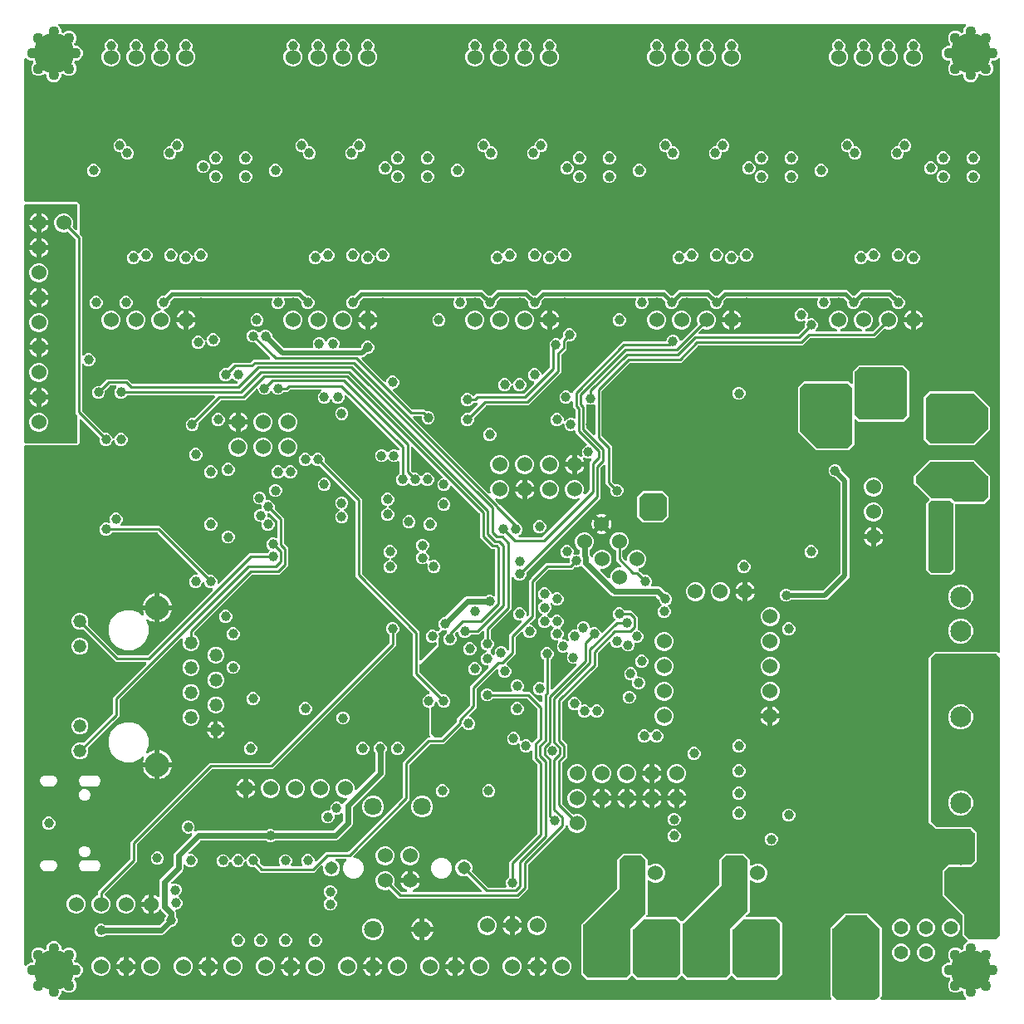
<source format=gbr>
G04 EAGLE Gerber RS-274X export*
G75*
%MOMM*%
%FSLAX34Y34*%
%LPD*%
%ING1*%
%IPPOS*%
%AMOC8*
5,1,8,0,0,1.08239X$1,22.5*%
G01*
%ADD10C,1.800000*%
%ADD11C,1.308000*%
%ADD12C,1.524000*%
%ADD13C,2.133600*%
%ADD14C,1.422400*%
%ADD15C,1.320800*%
%ADD16C,2.476500*%
%ADD17C,2.250000*%
%ADD18C,4.116000*%
%ADD19C,1.108000*%
%ADD20C,1.006400*%
%ADD21C,0.609600*%
%ADD22C,0.406400*%
%ADD23C,0.254000*%
%ADD24C,0.508000*%

G36*
X324634Y-494774D02*
X324634Y-494774D01*
X324773Y-494761D01*
X324792Y-494754D01*
X324812Y-494751D01*
X324941Y-494700D01*
X325072Y-494653D01*
X325089Y-494642D01*
X325107Y-494634D01*
X325220Y-494553D01*
X325335Y-494475D01*
X325348Y-494459D01*
X325365Y-494448D01*
X325454Y-494340D01*
X325546Y-494236D01*
X325555Y-494218D01*
X325568Y-494203D01*
X325627Y-494077D01*
X325690Y-493953D01*
X325695Y-493933D01*
X325703Y-493915D01*
X325729Y-493778D01*
X325760Y-493643D01*
X325759Y-493622D01*
X325763Y-493603D01*
X325754Y-493464D01*
X325750Y-493325D01*
X325744Y-493305D01*
X325743Y-493285D01*
X325700Y-493153D01*
X325662Y-493019D01*
X325651Y-493002D01*
X325645Y-492983D01*
X325571Y-492865D01*
X325500Y-492745D01*
X325482Y-492724D01*
X325475Y-492714D01*
X325460Y-492700D01*
X325394Y-492625D01*
X324357Y-491588D01*
X324357Y-421542D01*
X326663Y-419236D01*
X326664Y-419236D01*
X336686Y-409214D01*
X338992Y-406907D01*
X362048Y-406907D01*
X376683Y-421542D01*
X376683Y-491588D01*
X375646Y-492625D01*
X375561Y-492734D01*
X375472Y-492841D01*
X375464Y-492860D01*
X375451Y-492876D01*
X375396Y-493003D01*
X375337Y-493129D01*
X375333Y-493149D01*
X375325Y-493168D01*
X375303Y-493306D01*
X375277Y-493442D01*
X375278Y-493462D01*
X375275Y-493482D01*
X375288Y-493621D01*
X375297Y-493759D01*
X375303Y-493778D01*
X375305Y-493798D01*
X375352Y-493930D01*
X375395Y-494061D01*
X375406Y-494079D01*
X375413Y-494098D01*
X375491Y-494213D01*
X375565Y-494330D01*
X375580Y-494344D01*
X375591Y-494361D01*
X375695Y-494453D01*
X375797Y-494548D01*
X375814Y-494558D01*
X375830Y-494571D01*
X375954Y-494635D01*
X376075Y-494702D01*
X376095Y-494707D01*
X376113Y-494716D01*
X376249Y-494746D01*
X376383Y-494781D01*
X376411Y-494783D01*
X376423Y-494786D01*
X376444Y-494785D01*
X376544Y-494791D01*
X461558Y-494791D01*
X461695Y-494774D01*
X461834Y-494761D01*
X461853Y-494754D01*
X461873Y-494751D01*
X462002Y-494700D01*
X462133Y-494653D01*
X462150Y-494642D01*
X462169Y-494634D01*
X462281Y-494553D01*
X462396Y-494475D01*
X462410Y-494459D01*
X462426Y-494448D01*
X462515Y-494340D01*
X462607Y-494236D01*
X462616Y-494218D01*
X462629Y-494203D01*
X462688Y-494077D01*
X462751Y-493953D01*
X462756Y-493933D01*
X462765Y-493915D01*
X462791Y-493778D01*
X462821Y-493643D01*
X462820Y-493622D01*
X462824Y-493603D01*
X462816Y-493464D01*
X462811Y-493325D01*
X462806Y-493305D01*
X462805Y-493285D01*
X462762Y-493153D01*
X462723Y-493019D01*
X462713Y-493002D01*
X462707Y-492983D01*
X462632Y-492865D01*
X462561Y-492745D01*
X462543Y-492724D01*
X462536Y-492714D01*
X462521Y-492700D01*
X462455Y-492625D01*
X460940Y-491110D01*
X459787Y-488326D01*
X459787Y-487007D01*
X459784Y-486978D01*
X459786Y-486949D01*
X459764Y-486820D01*
X459747Y-486692D01*
X459737Y-486664D01*
X459732Y-486635D01*
X459678Y-486517D01*
X459630Y-486396D01*
X459613Y-486372D01*
X459601Y-486345D01*
X459520Y-486244D01*
X459444Y-486139D01*
X459421Y-486120D01*
X459402Y-486097D01*
X459299Y-486019D01*
X459199Y-485936D01*
X459172Y-485923D01*
X459148Y-485906D01*
X459004Y-485835D01*
X458409Y-485588D01*
X458381Y-485580D01*
X458354Y-485567D01*
X458228Y-485539D01*
X458102Y-485504D01*
X458073Y-485504D01*
X458044Y-485497D01*
X457914Y-485501D01*
X457785Y-485499D01*
X457756Y-485506D01*
X457726Y-485507D01*
X457601Y-485543D01*
X457475Y-485573D01*
X457449Y-485587D01*
X457421Y-485595D01*
X457309Y-485662D01*
X457194Y-485722D01*
X457172Y-485742D01*
X457147Y-485757D01*
X457026Y-485863D01*
X456150Y-486740D01*
X453366Y-487893D01*
X450354Y-487893D01*
X447570Y-486740D01*
X445440Y-484610D01*
X444287Y-481826D01*
X444287Y-478814D01*
X445440Y-476030D01*
X446317Y-475154D01*
X446335Y-475131D01*
X446357Y-475112D01*
X446432Y-475005D01*
X446511Y-474903D01*
X446523Y-474876D01*
X446540Y-474851D01*
X446586Y-474730D01*
X446638Y-474611D01*
X446642Y-474582D01*
X446653Y-474554D01*
X446667Y-474425D01*
X446688Y-474297D01*
X446685Y-474267D01*
X446688Y-474238D01*
X446670Y-474109D01*
X446658Y-473980D01*
X446648Y-473952D01*
X446644Y-473923D01*
X446592Y-473771D01*
X446345Y-473176D01*
X446331Y-473151D01*
X446322Y-473123D01*
X446252Y-473013D01*
X446188Y-472900D01*
X446167Y-472879D01*
X446152Y-472854D01*
X446057Y-472765D01*
X445967Y-472672D01*
X445941Y-472656D01*
X445920Y-472636D01*
X445806Y-472573D01*
X445695Y-472505D01*
X445667Y-472497D01*
X445641Y-472482D01*
X445516Y-472450D01*
X445392Y-472412D01*
X445362Y-472410D01*
X445333Y-472403D01*
X445173Y-472393D01*
X443854Y-472393D01*
X441070Y-471240D01*
X438940Y-469110D01*
X437787Y-466326D01*
X437787Y-463314D01*
X438940Y-460530D01*
X441070Y-458400D01*
X443854Y-457247D01*
X445173Y-457247D01*
X445202Y-457244D01*
X445231Y-457246D01*
X445360Y-457224D01*
X445488Y-457207D01*
X445516Y-457197D01*
X445545Y-457192D01*
X445663Y-457138D01*
X445784Y-457090D01*
X445808Y-457073D01*
X445835Y-457061D01*
X445936Y-456980D01*
X446041Y-456904D01*
X446060Y-456881D01*
X446083Y-456862D01*
X446161Y-456759D01*
X446244Y-456659D01*
X446257Y-456632D01*
X446274Y-456608D01*
X446345Y-456464D01*
X446592Y-455869D01*
X446600Y-455841D01*
X446613Y-455814D01*
X446641Y-455688D01*
X446676Y-455562D01*
X446676Y-455533D01*
X446683Y-455504D01*
X446679Y-455374D01*
X446681Y-455245D01*
X446674Y-455216D01*
X446673Y-455186D01*
X446637Y-455061D01*
X446607Y-454935D01*
X446593Y-454909D01*
X446585Y-454881D01*
X446518Y-454769D01*
X446458Y-454654D01*
X446438Y-454632D01*
X446423Y-454607D01*
X446317Y-454486D01*
X445440Y-453610D01*
X444287Y-450826D01*
X444287Y-447814D01*
X445440Y-445030D01*
X447570Y-442900D01*
X450354Y-441747D01*
X453366Y-441747D01*
X456150Y-442900D01*
X457026Y-443777D01*
X457049Y-443795D01*
X457068Y-443817D01*
X457175Y-443892D01*
X457277Y-443971D01*
X457304Y-443983D01*
X457329Y-444000D01*
X457450Y-444046D01*
X457569Y-444098D01*
X457598Y-444102D01*
X457626Y-444113D01*
X457755Y-444127D01*
X457883Y-444148D01*
X457913Y-444145D01*
X457942Y-444148D01*
X458071Y-444130D01*
X458200Y-444118D01*
X458228Y-444108D01*
X458257Y-444104D01*
X458409Y-444052D01*
X459004Y-443805D01*
X459029Y-443791D01*
X459057Y-443782D01*
X459167Y-443712D01*
X459280Y-443648D01*
X459301Y-443627D01*
X459326Y-443612D01*
X459415Y-443517D01*
X459508Y-443427D01*
X459524Y-443401D01*
X459544Y-443380D01*
X459607Y-443266D01*
X459675Y-443155D01*
X459683Y-443127D01*
X459698Y-443101D01*
X459730Y-442976D01*
X459768Y-442852D01*
X459770Y-442822D01*
X459777Y-442793D01*
X459787Y-442633D01*
X459787Y-441314D01*
X460940Y-438530D01*
X463070Y-436400D01*
X463401Y-436263D01*
X463444Y-436239D01*
X463491Y-436222D01*
X463582Y-436160D01*
X463677Y-436106D01*
X463713Y-436071D01*
X463754Y-436043D01*
X463826Y-435961D01*
X463905Y-435885D01*
X463931Y-435842D01*
X463964Y-435805D01*
X464014Y-435707D01*
X464072Y-435613D01*
X464086Y-435566D01*
X464109Y-435522D01*
X464133Y-435415D01*
X464165Y-435310D01*
X464168Y-435260D01*
X464178Y-435211D01*
X464175Y-435102D01*
X464180Y-434992D01*
X464170Y-434943D01*
X464169Y-434894D01*
X464138Y-434788D01*
X464116Y-434680D01*
X464094Y-434636D01*
X464080Y-434588D01*
X464025Y-434493D01*
X463976Y-434395D01*
X463944Y-434357D01*
X463919Y-434314D01*
X463812Y-434193D01*
X458977Y-429358D01*
X458977Y-409564D01*
X458965Y-409466D01*
X458962Y-409367D01*
X458945Y-409308D01*
X458937Y-409248D01*
X458901Y-409156D01*
X458873Y-409061D01*
X458843Y-409009D01*
X458820Y-408953D01*
X458762Y-408873D01*
X458712Y-408787D01*
X458646Y-408712D01*
X458634Y-408695D01*
X458624Y-408687D01*
X458606Y-408666D01*
X438657Y-388718D01*
X438657Y-363122D01*
X444402Y-357377D01*
X466736Y-357377D01*
X466834Y-357365D01*
X466933Y-357362D01*
X466992Y-357345D01*
X467052Y-357337D01*
X467144Y-357301D01*
X467239Y-357273D01*
X467291Y-357243D01*
X467347Y-357220D01*
X467427Y-357162D01*
X467513Y-357112D01*
X467588Y-357046D01*
X467605Y-357034D01*
X467613Y-357024D01*
X467634Y-357006D01*
X471306Y-353334D01*
X471366Y-353255D01*
X471434Y-353183D01*
X471463Y-353130D01*
X471500Y-353082D01*
X471540Y-352991D01*
X471588Y-352905D01*
X471603Y-352846D01*
X471627Y-352791D01*
X471642Y-352693D01*
X471667Y-352597D01*
X471673Y-352497D01*
X471677Y-352476D01*
X471675Y-352464D01*
X471677Y-352436D01*
X471677Y-325744D01*
X471665Y-325646D01*
X471662Y-325547D01*
X471645Y-325488D01*
X471637Y-325428D01*
X471601Y-325336D01*
X471573Y-325241D01*
X471543Y-325189D01*
X471520Y-325133D01*
X471462Y-325053D01*
X471412Y-324967D01*
X471346Y-324892D01*
X471334Y-324875D01*
X471324Y-324867D01*
X471306Y-324846D01*
X467634Y-321174D01*
X467555Y-321114D01*
X467483Y-321046D01*
X467430Y-321017D01*
X467382Y-320980D01*
X467291Y-320940D01*
X467205Y-320892D01*
X467146Y-320877D01*
X467091Y-320853D01*
X466993Y-320838D01*
X466897Y-320813D01*
X466797Y-320807D01*
X466776Y-320803D01*
X466764Y-320805D01*
X466736Y-320803D01*
X431702Y-320803D01*
X426994Y-316094D01*
X424687Y-313788D01*
X424687Y-145952D01*
X430432Y-140207D01*
X494128Y-140207D01*
X495165Y-141244D01*
X495274Y-141329D01*
X495381Y-141418D01*
X495400Y-141426D01*
X495416Y-141439D01*
X495543Y-141494D01*
X495669Y-141553D01*
X495689Y-141557D01*
X495708Y-141565D01*
X495846Y-141587D01*
X495982Y-141613D01*
X496002Y-141612D01*
X496022Y-141615D01*
X496161Y-141602D01*
X496299Y-141593D01*
X496318Y-141587D01*
X496338Y-141585D01*
X496470Y-141538D01*
X496601Y-141495D01*
X496619Y-141484D01*
X496638Y-141477D01*
X496753Y-141399D01*
X496870Y-141325D01*
X496884Y-141310D01*
X496901Y-141299D01*
X496993Y-141195D01*
X497088Y-141093D01*
X497098Y-141076D01*
X497111Y-141060D01*
X497175Y-140936D01*
X497242Y-140815D01*
X497247Y-140795D01*
X497256Y-140777D01*
X497286Y-140641D01*
X497321Y-140507D01*
X497323Y-140479D01*
X497326Y-140467D01*
X497325Y-140447D01*
X497331Y-140346D01*
X497331Y464098D01*
X497314Y464235D01*
X497301Y464374D01*
X497294Y464393D01*
X497291Y464413D01*
X497240Y464542D01*
X497193Y464673D01*
X497182Y464690D01*
X497174Y464709D01*
X497093Y464821D01*
X497015Y464936D01*
X496999Y464950D01*
X496988Y464966D01*
X496880Y465055D01*
X496776Y465147D01*
X496758Y465156D01*
X496743Y465169D01*
X496617Y465228D01*
X496493Y465291D01*
X496473Y465296D01*
X496455Y465305D01*
X496318Y465331D01*
X496183Y465361D01*
X496162Y465360D01*
X496143Y465364D01*
X496004Y465356D01*
X495865Y465351D01*
X495845Y465346D01*
X495825Y465345D01*
X495693Y465302D01*
X495559Y465263D01*
X495542Y465253D01*
X495523Y465247D01*
X495405Y465172D01*
X495285Y465101D01*
X495264Y465083D01*
X495254Y465076D01*
X495240Y465061D01*
X495165Y464995D01*
X493650Y463480D01*
X490866Y462327D01*
X489547Y462327D01*
X489518Y462324D01*
X489489Y462326D01*
X489360Y462304D01*
X489232Y462287D01*
X489204Y462277D01*
X489175Y462272D01*
X489057Y462218D01*
X488936Y462170D01*
X488912Y462153D01*
X488885Y462141D01*
X488784Y462060D01*
X488679Y461984D01*
X488660Y461961D01*
X488637Y461942D01*
X488559Y461839D01*
X488476Y461739D01*
X488463Y461712D01*
X488446Y461688D01*
X488375Y461544D01*
X488128Y460949D01*
X488120Y460921D01*
X488107Y460894D01*
X488079Y460768D01*
X488044Y460642D01*
X488044Y460613D01*
X488037Y460584D01*
X488041Y460454D01*
X488039Y460325D01*
X488046Y460296D01*
X488047Y460266D01*
X488083Y460141D01*
X488113Y460015D01*
X488127Y459989D01*
X488135Y459961D01*
X488202Y459849D01*
X488262Y459734D01*
X488282Y459712D01*
X488297Y459687D01*
X488403Y459566D01*
X489280Y458690D01*
X490433Y455906D01*
X490433Y452894D01*
X489280Y450110D01*
X487150Y447980D01*
X484366Y446827D01*
X481354Y446827D01*
X478570Y447980D01*
X477694Y448857D01*
X477671Y448875D01*
X477652Y448897D01*
X477545Y448972D01*
X477443Y449051D01*
X477416Y449063D01*
X477391Y449080D01*
X477270Y449126D01*
X477151Y449178D01*
X477122Y449182D01*
X477094Y449193D01*
X476965Y449207D01*
X476837Y449228D01*
X476807Y449225D01*
X476778Y449228D01*
X476649Y449210D01*
X476520Y449198D01*
X476492Y449188D01*
X476463Y449184D01*
X476311Y449132D01*
X475716Y448885D01*
X475691Y448871D01*
X475663Y448862D01*
X475553Y448792D01*
X475440Y448728D01*
X475419Y448707D01*
X475394Y448692D01*
X475305Y448597D01*
X475212Y448507D01*
X475196Y448481D01*
X475176Y448460D01*
X475113Y448346D01*
X475045Y448235D01*
X475037Y448207D01*
X475022Y448181D01*
X474990Y448056D01*
X474952Y447932D01*
X474950Y447902D01*
X474943Y447873D01*
X474933Y447713D01*
X474933Y446394D01*
X473780Y443610D01*
X471650Y441480D01*
X468866Y440327D01*
X465854Y440327D01*
X463070Y441480D01*
X460940Y443610D01*
X459787Y446394D01*
X459787Y447713D01*
X459784Y447742D01*
X459786Y447771D01*
X459764Y447900D01*
X459747Y448028D01*
X459737Y448056D01*
X459732Y448085D01*
X459678Y448203D01*
X459630Y448324D01*
X459613Y448348D01*
X459601Y448375D01*
X459520Y448476D01*
X459444Y448581D01*
X459421Y448600D01*
X459402Y448623D01*
X459299Y448701D01*
X459199Y448784D01*
X459172Y448797D01*
X459148Y448814D01*
X459004Y448885D01*
X458409Y449132D01*
X458381Y449140D01*
X458354Y449153D01*
X458228Y449181D01*
X458102Y449216D01*
X458073Y449216D01*
X458044Y449223D01*
X457914Y449219D01*
X457785Y449221D01*
X457756Y449214D01*
X457726Y449213D01*
X457601Y449177D01*
X457475Y449147D01*
X457449Y449133D01*
X457421Y449125D01*
X457309Y449058D01*
X457194Y448998D01*
X457172Y448978D01*
X457147Y448963D01*
X457026Y448857D01*
X456150Y447980D01*
X453366Y446827D01*
X450354Y446827D01*
X447570Y447980D01*
X445440Y450110D01*
X444287Y452894D01*
X444287Y455906D01*
X445440Y458690D01*
X446317Y459566D01*
X446335Y459589D01*
X446357Y459608D01*
X446432Y459715D01*
X446511Y459817D01*
X446523Y459844D01*
X446540Y459869D01*
X446586Y459990D01*
X446638Y460109D01*
X446642Y460138D01*
X446653Y460166D01*
X446667Y460295D01*
X446688Y460423D01*
X446685Y460453D01*
X446688Y460482D01*
X446670Y460611D01*
X446658Y460740D01*
X446648Y460768D01*
X446644Y460797D01*
X446592Y460949D01*
X446345Y461544D01*
X446331Y461569D01*
X446322Y461597D01*
X446252Y461707D01*
X446188Y461820D01*
X446167Y461841D01*
X446152Y461866D01*
X446057Y461955D01*
X445967Y462048D01*
X445941Y462064D01*
X445920Y462084D01*
X445806Y462147D01*
X445695Y462215D01*
X445667Y462223D01*
X445641Y462238D01*
X445516Y462270D01*
X445392Y462308D01*
X445362Y462310D01*
X445333Y462317D01*
X445173Y462327D01*
X443854Y462327D01*
X441070Y463480D01*
X438940Y465610D01*
X437787Y468394D01*
X437787Y471406D01*
X438940Y474190D01*
X441070Y476320D01*
X443854Y477473D01*
X445173Y477473D01*
X445202Y477476D01*
X445231Y477474D01*
X445360Y477496D01*
X445488Y477513D01*
X445516Y477523D01*
X445545Y477528D01*
X445663Y477582D01*
X445784Y477630D01*
X445808Y477647D01*
X445835Y477659D01*
X445936Y477740D01*
X446041Y477816D01*
X446060Y477839D01*
X446083Y477858D01*
X446161Y477961D01*
X446244Y478061D01*
X446257Y478088D01*
X446274Y478112D01*
X446345Y478256D01*
X446592Y478851D01*
X446600Y478879D01*
X446613Y478906D01*
X446641Y479032D01*
X446676Y479158D01*
X446676Y479187D01*
X446683Y479216D01*
X446679Y479346D01*
X446681Y479475D01*
X446674Y479504D01*
X446673Y479534D01*
X446637Y479659D01*
X446607Y479785D01*
X446593Y479811D01*
X446585Y479839D01*
X446518Y479951D01*
X446458Y480066D01*
X446438Y480088D01*
X446423Y480113D01*
X446317Y480234D01*
X445440Y481110D01*
X444287Y483894D01*
X444287Y486906D01*
X445440Y489690D01*
X447570Y491820D01*
X450354Y492973D01*
X453366Y492973D01*
X456150Y491820D01*
X457026Y490943D01*
X457049Y490925D01*
X457068Y490903D01*
X457175Y490828D01*
X457277Y490749D01*
X457304Y490737D01*
X457329Y490720D01*
X457450Y490674D01*
X457569Y490622D01*
X457598Y490618D01*
X457626Y490607D01*
X457755Y490593D01*
X457883Y490572D01*
X457913Y490575D01*
X457942Y490572D01*
X458071Y490590D01*
X458200Y490602D01*
X458228Y490612D01*
X458257Y490616D01*
X458409Y490668D01*
X459004Y490915D01*
X459029Y490929D01*
X459057Y490938D01*
X459167Y491008D01*
X459280Y491072D01*
X459301Y491093D01*
X459326Y491108D01*
X459415Y491203D01*
X459508Y491293D01*
X459524Y491319D01*
X459544Y491340D01*
X459607Y491454D01*
X459675Y491565D01*
X459683Y491593D01*
X459698Y491619D01*
X459730Y491744D01*
X459768Y491868D01*
X459770Y491898D01*
X459777Y491927D01*
X459787Y492087D01*
X459787Y493406D01*
X460940Y496190D01*
X462455Y497705D01*
X462540Y497814D01*
X462629Y497921D01*
X462638Y497940D01*
X462650Y497956D01*
X462705Y498084D01*
X462765Y498209D01*
X462768Y498229D01*
X462776Y498248D01*
X462798Y498386D01*
X462824Y498522D01*
X462823Y498542D01*
X462826Y498562D01*
X462813Y498701D01*
X462805Y498839D01*
X462798Y498858D01*
X462796Y498878D01*
X462749Y499010D01*
X462707Y499141D01*
X462696Y499159D01*
X462689Y499178D01*
X462611Y499293D01*
X462536Y499410D01*
X462522Y499424D01*
X462510Y499441D01*
X462406Y499533D01*
X462305Y499628D01*
X462287Y499638D01*
X462272Y499651D01*
X462148Y499715D01*
X462026Y499782D01*
X462007Y499787D01*
X461989Y499796D01*
X461853Y499826D01*
X461718Y499861D01*
X461690Y499863D01*
X461678Y499866D01*
X461658Y499865D01*
X461558Y499871D01*
X-461558Y499871D01*
X-461695Y499854D01*
X-461834Y499841D01*
X-461853Y499834D01*
X-461873Y499831D01*
X-462002Y499780D01*
X-462133Y499733D01*
X-462150Y499722D01*
X-462169Y499714D01*
X-462281Y499633D01*
X-462396Y499555D01*
X-462410Y499539D01*
X-462426Y499528D01*
X-462515Y499420D01*
X-462607Y499316D01*
X-462616Y499298D01*
X-462629Y499283D01*
X-462688Y499157D01*
X-462751Y499033D01*
X-462756Y499013D01*
X-462765Y498995D01*
X-462791Y498858D01*
X-462821Y498723D01*
X-462820Y498702D01*
X-462824Y498683D01*
X-462816Y498544D01*
X-462811Y498405D01*
X-462806Y498385D01*
X-462805Y498365D01*
X-462762Y498233D01*
X-462723Y498099D01*
X-462713Y498082D01*
X-462707Y498063D01*
X-462632Y497945D01*
X-462561Y497825D01*
X-462543Y497804D01*
X-462536Y497794D01*
X-462521Y497780D01*
X-462455Y497705D01*
X-460940Y496190D01*
X-459787Y493406D01*
X-459787Y492087D01*
X-459784Y492058D01*
X-459786Y492029D01*
X-459764Y491900D01*
X-459747Y491772D01*
X-459737Y491744D01*
X-459732Y491715D01*
X-459678Y491597D01*
X-459630Y491476D01*
X-459613Y491452D01*
X-459601Y491425D01*
X-459520Y491324D01*
X-459444Y491219D01*
X-459421Y491200D01*
X-459402Y491177D01*
X-459299Y491099D01*
X-459199Y491016D01*
X-459172Y491003D01*
X-459148Y490986D01*
X-459004Y490915D01*
X-458409Y490668D01*
X-458381Y490660D01*
X-458354Y490647D01*
X-458228Y490619D01*
X-458102Y490584D01*
X-458073Y490584D01*
X-458044Y490577D01*
X-457914Y490581D01*
X-457785Y490579D01*
X-457756Y490586D01*
X-457726Y490587D01*
X-457601Y490623D01*
X-457475Y490653D01*
X-457449Y490667D01*
X-457421Y490675D01*
X-457309Y490742D01*
X-457194Y490802D01*
X-457172Y490822D01*
X-457147Y490837D01*
X-457026Y490943D01*
X-456150Y491820D01*
X-453366Y492973D01*
X-450354Y492973D01*
X-447570Y491820D01*
X-445440Y489690D01*
X-444287Y486906D01*
X-444287Y483894D01*
X-445440Y481110D01*
X-446317Y480234D01*
X-446335Y480211D01*
X-446357Y480192D01*
X-446432Y480085D01*
X-446511Y479983D01*
X-446523Y479956D01*
X-446540Y479931D01*
X-446586Y479810D01*
X-446638Y479691D01*
X-446642Y479662D01*
X-446653Y479634D01*
X-446667Y479505D01*
X-446688Y479377D01*
X-446685Y479347D01*
X-446688Y479318D01*
X-446670Y479189D01*
X-446658Y479060D01*
X-446648Y479032D01*
X-446644Y479003D01*
X-446592Y478851D01*
X-446345Y478256D01*
X-446331Y478231D01*
X-446322Y478203D01*
X-446252Y478093D01*
X-446188Y477980D01*
X-446167Y477959D01*
X-446152Y477934D01*
X-446057Y477845D01*
X-445967Y477752D01*
X-445941Y477736D01*
X-445920Y477716D01*
X-445806Y477653D01*
X-445695Y477585D01*
X-445667Y477577D01*
X-445641Y477562D01*
X-445516Y477530D01*
X-445392Y477492D01*
X-445362Y477490D01*
X-445333Y477483D01*
X-445173Y477473D01*
X-443854Y477473D01*
X-441070Y476320D01*
X-438940Y474190D01*
X-437787Y471406D01*
X-437787Y468394D01*
X-438940Y465610D01*
X-441070Y463480D01*
X-443854Y462327D01*
X-445173Y462327D01*
X-445202Y462324D01*
X-445231Y462326D01*
X-445360Y462304D01*
X-445488Y462287D01*
X-445516Y462277D01*
X-445545Y462272D01*
X-445663Y462218D01*
X-445784Y462170D01*
X-445808Y462153D01*
X-445835Y462141D01*
X-445936Y462060D01*
X-446041Y461984D01*
X-446060Y461961D01*
X-446083Y461942D01*
X-446161Y461839D01*
X-446244Y461739D01*
X-446257Y461712D01*
X-446274Y461688D01*
X-446345Y461544D01*
X-446592Y460949D01*
X-446600Y460921D01*
X-446613Y460894D01*
X-446641Y460768D01*
X-446676Y460642D01*
X-446676Y460613D01*
X-446683Y460584D01*
X-446679Y460454D01*
X-446681Y460325D01*
X-446674Y460296D01*
X-446673Y460266D01*
X-446637Y460141D01*
X-446607Y460015D01*
X-446593Y459989D01*
X-446585Y459961D01*
X-446518Y459849D01*
X-446458Y459734D01*
X-446438Y459712D01*
X-446423Y459687D01*
X-446317Y459566D01*
X-445440Y458690D01*
X-444287Y455906D01*
X-444287Y452894D01*
X-445440Y450110D01*
X-447570Y447980D01*
X-450354Y446827D01*
X-453366Y446827D01*
X-456150Y447980D01*
X-457026Y448857D01*
X-457049Y448875D01*
X-457068Y448897D01*
X-457175Y448972D01*
X-457277Y449051D01*
X-457304Y449063D01*
X-457329Y449080D01*
X-457450Y449126D01*
X-457569Y449178D01*
X-457598Y449182D01*
X-457626Y449193D01*
X-457755Y449207D01*
X-457883Y449228D01*
X-457913Y449225D01*
X-457942Y449228D01*
X-458071Y449210D01*
X-458200Y449198D01*
X-458228Y449188D01*
X-458257Y449184D01*
X-458409Y449132D01*
X-459004Y448885D01*
X-459029Y448871D01*
X-459057Y448862D01*
X-459167Y448792D01*
X-459280Y448728D01*
X-459301Y448707D01*
X-459326Y448692D01*
X-459415Y448597D01*
X-459508Y448507D01*
X-459524Y448481D01*
X-459544Y448460D01*
X-459607Y448346D01*
X-459675Y448235D01*
X-459683Y448207D01*
X-459698Y448181D01*
X-459730Y448056D01*
X-459768Y447932D01*
X-459770Y447902D01*
X-459777Y447873D01*
X-459787Y447713D01*
X-459787Y446394D01*
X-460940Y443610D01*
X-463070Y441480D01*
X-465854Y440327D01*
X-468866Y440327D01*
X-471650Y441480D01*
X-473780Y443610D01*
X-474933Y446394D01*
X-474933Y447713D01*
X-474936Y447742D01*
X-474934Y447771D01*
X-474956Y447900D01*
X-474973Y448028D01*
X-474983Y448056D01*
X-474988Y448085D01*
X-475042Y448203D01*
X-475090Y448324D01*
X-475107Y448348D01*
X-475119Y448375D01*
X-475200Y448476D01*
X-475276Y448581D01*
X-475299Y448600D01*
X-475318Y448623D01*
X-475421Y448701D01*
X-475521Y448784D01*
X-475548Y448797D01*
X-475572Y448814D01*
X-475716Y448885D01*
X-476311Y449132D01*
X-476339Y449140D01*
X-476366Y449153D01*
X-476492Y449181D01*
X-476618Y449216D01*
X-476647Y449216D01*
X-476676Y449223D01*
X-476806Y449219D01*
X-476935Y449221D01*
X-476964Y449214D01*
X-476994Y449213D01*
X-477119Y449177D01*
X-477245Y449147D01*
X-477271Y449133D01*
X-477299Y449125D01*
X-477411Y449058D01*
X-477526Y448998D01*
X-477548Y448978D01*
X-477573Y448963D01*
X-477694Y448857D01*
X-478570Y447980D01*
X-481354Y446827D01*
X-484366Y446827D01*
X-487150Y447980D01*
X-489280Y450110D01*
X-490433Y452894D01*
X-490433Y455906D01*
X-489280Y458690D01*
X-488403Y459566D01*
X-488385Y459589D01*
X-488363Y459608D01*
X-488288Y459715D01*
X-488209Y459817D01*
X-488197Y459844D01*
X-488180Y459869D01*
X-488134Y459990D01*
X-488082Y460109D01*
X-488078Y460138D01*
X-488067Y460166D01*
X-488053Y460295D01*
X-488032Y460423D01*
X-488035Y460453D01*
X-488032Y460482D01*
X-488050Y460611D01*
X-488062Y460740D01*
X-488072Y460768D01*
X-488076Y460797D01*
X-488128Y460949D01*
X-488375Y461544D01*
X-488389Y461569D01*
X-488398Y461597D01*
X-488468Y461707D01*
X-488532Y461820D01*
X-488553Y461841D01*
X-488568Y461866D01*
X-488663Y461955D01*
X-488753Y462048D01*
X-488779Y462064D01*
X-488800Y462084D01*
X-488914Y462147D01*
X-489025Y462215D01*
X-489053Y462223D01*
X-489079Y462238D01*
X-489204Y462270D01*
X-489328Y462308D01*
X-489358Y462310D01*
X-489387Y462317D01*
X-489547Y462327D01*
X-490866Y462327D01*
X-493650Y463480D01*
X-495165Y464995D01*
X-495274Y465080D01*
X-495381Y465169D01*
X-495400Y465178D01*
X-495416Y465190D01*
X-495544Y465245D01*
X-495669Y465305D01*
X-495689Y465308D01*
X-495708Y465316D01*
X-495846Y465338D01*
X-495982Y465364D01*
X-496002Y465363D01*
X-496022Y465366D01*
X-496161Y465353D01*
X-496299Y465345D01*
X-496318Y465338D01*
X-496338Y465336D01*
X-496470Y465289D01*
X-496601Y465247D01*
X-496619Y465236D01*
X-496638Y465229D01*
X-496753Y465151D01*
X-496870Y465076D01*
X-496884Y465062D01*
X-496901Y465050D01*
X-496993Y464946D01*
X-497088Y464845D01*
X-497098Y464827D01*
X-497111Y464812D01*
X-497175Y464688D01*
X-497242Y464566D01*
X-497247Y464547D01*
X-497256Y464529D01*
X-497286Y464393D01*
X-497321Y464258D01*
X-497323Y464230D01*
X-497326Y464218D01*
X-497325Y464198D01*
X-497331Y464098D01*
X-497331Y319532D01*
X-497316Y319414D01*
X-497309Y319295D01*
X-497296Y319257D01*
X-497291Y319216D01*
X-497248Y319106D01*
X-497211Y318993D01*
X-497189Y318958D01*
X-497174Y318921D01*
X-497105Y318825D01*
X-497041Y318724D01*
X-497011Y318696D01*
X-496988Y318663D01*
X-496896Y318587D01*
X-496809Y318506D01*
X-496774Y318486D01*
X-496743Y318461D01*
X-496635Y318410D01*
X-496531Y318352D01*
X-496491Y318342D01*
X-496455Y318325D01*
X-496338Y318303D01*
X-496223Y318273D01*
X-496163Y318269D01*
X-496143Y318265D01*
X-496122Y318267D01*
X-496062Y318263D01*
X-443132Y318263D01*
X-441197Y316328D01*
X-441197Y286374D01*
X-441185Y286276D01*
X-441182Y286177D01*
X-441165Y286118D01*
X-441157Y286058D01*
X-441121Y285966D01*
X-441093Y285871D01*
X-441063Y285819D01*
X-441040Y285763D01*
X-440982Y285683D01*
X-440932Y285597D01*
X-440866Y285522D01*
X-440854Y285505D01*
X-440844Y285497D01*
X-440826Y285476D01*
X-438657Y283308D01*
X-438657Y162960D01*
X-438640Y162822D01*
X-438627Y162683D01*
X-438620Y162664D01*
X-438617Y162644D01*
X-438566Y162515D01*
X-438519Y162384D01*
X-438508Y162367D01*
X-438500Y162348D01*
X-438419Y162236D01*
X-438341Y162121D01*
X-438325Y162107D01*
X-438314Y162091D01*
X-438206Y162002D01*
X-438102Y161910D01*
X-438084Y161901D01*
X-438069Y161888D01*
X-437943Y161829D01*
X-437819Y161766D01*
X-437799Y161761D01*
X-437781Y161753D01*
X-437644Y161727D01*
X-437509Y161696D01*
X-437488Y161697D01*
X-437469Y161693D01*
X-437330Y161702D01*
X-437191Y161706D01*
X-437171Y161711D01*
X-437151Y161713D01*
X-437019Y161755D01*
X-436885Y161794D01*
X-436868Y161804D01*
X-436849Y161811D01*
X-436731Y161885D01*
X-436611Y161956D01*
X-436590Y161974D01*
X-436580Y161981D01*
X-436566Y161996D01*
X-436491Y162062D01*
X-435514Y163039D01*
X-433104Y164037D01*
X-430496Y164037D01*
X-428086Y163039D01*
X-426241Y161194D01*
X-425243Y158784D01*
X-425243Y156176D01*
X-426241Y153766D01*
X-428086Y151921D01*
X-430496Y150923D01*
X-433104Y150923D01*
X-435514Y151921D01*
X-436491Y152898D01*
X-436600Y152983D01*
X-436707Y153072D01*
X-436726Y153080D01*
X-436742Y153093D01*
X-436869Y153148D01*
X-436995Y153207D01*
X-437015Y153211D01*
X-437034Y153219D01*
X-437172Y153241D01*
X-437308Y153267D01*
X-437328Y153266D01*
X-437348Y153269D01*
X-437487Y153256D01*
X-437625Y153247D01*
X-437644Y153241D01*
X-437664Y153239D01*
X-437796Y153192D01*
X-437927Y153149D01*
X-437945Y153139D01*
X-437964Y153132D01*
X-438079Y153054D01*
X-438196Y152979D01*
X-438210Y152964D01*
X-438227Y152953D01*
X-438319Y152849D01*
X-438414Y152748D01*
X-438424Y152730D01*
X-438437Y152715D01*
X-438500Y152591D01*
X-438568Y152469D01*
X-438573Y152449D01*
X-438582Y152431D01*
X-438612Y152296D01*
X-438647Y152161D01*
X-438649Y152133D01*
X-438652Y152121D01*
X-438651Y152101D01*
X-438657Y152000D01*
X-438657Y106034D01*
X-438645Y105936D01*
X-438642Y105837D01*
X-438625Y105778D01*
X-438617Y105718D01*
X-438581Y105626D01*
X-438553Y105531D01*
X-438523Y105479D01*
X-438500Y105423D01*
X-438442Y105343D01*
X-438392Y105257D01*
X-438326Y105182D01*
X-438314Y105165D01*
X-438304Y105157D01*
X-438286Y105136D01*
X-416278Y83128D01*
X-416199Y83068D01*
X-416127Y83000D01*
X-416074Y82971D01*
X-416026Y82934D01*
X-415935Y82894D01*
X-415849Y82846D01*
X-415790Y82831D01*
X-415735Y82807D01*
X-415637Y82792D01*
X-415541Y82767D01*
X-415441Y82761D01*
X-415420Y82757D01*
X-415408Y82759D01*
X-415380Y82757D01*
X-412716Y82757D01*
X-410306Y81759D01*
X-408461Y79914D01*
X-407573Y77768D01*
X-407504Y77648D01*
X-407439Y77525D01*
X-407425Y77510D01*
X-407415Y77492D01*
X-407318Y77392D01*
X-407225Y77289D01*
X-407208Y77278D01*
X-407194Y77264D01*
X-407075Y77191D01*
X-406959Y77114D01*
X-406940Y77108D01*
X-406923Y77097D01*
X-406790Y77056D01*
X-406658Y77011D01*
X-406638Y77010D01*
X-406619Y77004D01*
X-406480Y76997D01*
X-406341Y76986D01*
X-406321Y76990D01*
X-406301Y76989D01*
X-406165Y77017D01*
X-406028Y77040D01*
X-406009Y77049D01*
X-405990Y77053D01*
X-405864Y77114D01*
X-405738Y77171D01*
X-405722Y77184D01*
X-405704Y77193D01*
X-405598Y77283D01*
X-405490Y77370D01*
X-405477Y77386D01*
X-405462Y77399D01*
X-405382Y77513D01*
X-405298Y77624D01*
X-405286Y77649D01*
X-405279Y77659D01*
X-405272Y77678D01*
X-405227Y77768D01*
X-404339Y79914D01*
X-402494Y81759D01*
X-400084Y82757D01*
X-397476Y82757D01*
X-395066Y81759D01*
X-393221Y79914D01*
X-392223Y77504D01*
X-392223Y74896D01*
X-393221Y72486D01*
X-395066Y70641D01*
X-397476Y69643D01*
X-400084Y69643D01*
X-402494Y70641D01*
X-404339Y72486D01*
X-405227Y74632D01*
X-405296Y74752D01*
X-405361Y74875D01*
X-405375Y74890D01*
X-405385Y74908D01*
X-405482Y75008D01*
X-405575Y75111D01*
X-405592Y75122D01*
X-405606Y75136D01*
X-405724Y75209D01*
X-405841Y75286D01*
X-405860Y75292D01*
X-405877Y75303D01*
X-406010Y75344D01*
X-406142Y75389D01*
X-406162Y75390D01*
X-406181Y75396D01*
X-406320Y75403D01*
X-406459Y75414D01*
X-406479Y75410D01*
X-406499Y75411D01*
X-406635Y75383D01*
X-406772Y75360D01*
X-406791Y75351D01*
X-406810Y75347D01*
X-406935Y75286D01*
X-407062Y75229D01*
X-407078Y75216D01*
X-407096Y75207D01*
X-407202Y75117D01*
X-407310Y75030D01*
X-407323Y75014D01*
X-407338Y75001D01*
X-407418Y74887D01*
X-407502Y74776D01*
X-407514Y74751D01*
X-407521Y74741D01*
X-407528Y74722D01*
X-407573Y74632D01*
X-408461Y72486D01*
X-410306Y70641D01*
X-412716Y69643D01*
X-415324Y69643D01*
X-417734Y70641D01*
X-419579Y72486D01*
X-420577Y74896D01*
X-420577Y77560D01*
X-420589Y77658D01*
X-420592Y77757D01*
X-420609Y77816D01*
X-420617Y77876D01*
X-420653Y77968D01*
X-420681Y78063D01*
X-420711Y78115D01*
X-420734Y78171D01*
X-420792Y78251D01*
X-420842Y78337D01*
X-420908Y78412D01*
X-420920Y78429D01*
X-420930Y78437D01*
X-420948Y78458D01*
X-439031Y96540D01*
X-439140Y96625D01*
X-439247Y96714D01*
X-439266Y96722D01*
X-439282Y96735D01*
X-439410Y96790D01*
X-439535Y96849D01*
X-439555Y96853D01*
X-439574Y96861D01*
X-439712Y96883D01*
X-439848Y96909D01*
X-439868Y96908D01*
X-439888Y96911D01*
X-440027Y96898D01*
X-440165Y96889D01*
X-440184Y96883D01*
X-440204Y96881D01*
X-440336Y96834D01*
X-440467Y96791D01*
X-440485Y96780D01*
X-440504Y96773D01*
X-440619Y96695D01*
X-440736Y96621D01*
X-440750Y96606D01*
X-440767Y96595D01*
X-440859Y96491D01*
X-440954Y96389D01*
X-440964Y96372D01*
X-440977Y96356D01*
X-441041Y96233D01*
X-441108Y96111D01*
X-441113Y96091D01*
X-441122Y96073D01*
X-441152Y95937D01*
X-441187Y95803D01*
X-441189Y95775D01*
X-441192Y95763D01*
X-441191Y95742D01*
X-441197Y95642D01*
X-441197Y72292D01*
X-443132Y70357D01*
X-496062Y70357D01*
X-496180Y70342D01*
X-496299Y70335D01*
X-496337Y70322D01*
X-496378Y70317D01*
X-496488Y70274D01*
X-496601Y70237D01*
X-496636Y70215D01*
X-496673Y70200D01*
X-496769Y70131D01*
X-496870Y70067D01*
X-496898Y70037D01*
X-496931Y70014D01*
X-497007Y69922D01*
X-497088Y69835D01*
X-497108Y69800D01*
X-497133Y69769D01*
X-497184Y69661D01*
X-497242Y69557D01*
X-497252Y69517D01*
X-497269Y69481D01*
X-497291Y69364D01*
X-497321Y69249D01*
X-497325Y69189D01*
X-497329Y69169D01*
X-497327Y69148D01*
X-497331Y69088D01*
X-497331Y-459018D01*
X-497314Y-459155D01*
X-497301Y-459294D01*
X-497294Y-459313D01*
X-497291Y-459333D01*
X-497240Y-459462D01*
X-497193Y-459593D01*
X-497182Y-459610D01*
X-497174Y-459629D01*
X-497093Y-459741D01*
X-497015Y-459856D01*
X-496999Y-459870D01*
X-496988Y-459886D01*
X-496880Y-459975D01*
X-496776Y-460067D01*
X-496758Y-460076D01*
X-496743Y-460089D01*
X-496617Y-460148D01*
X-496493Y-460211D01*
X-496473Y-460216D01*
X-496455Y-460225D01*
X-496318Y-460251D01*
X-496183Y-460281D01*
X-496162Y-460280D01*
X-496143Y-460284D01*
X-496004Y-460276D01*
X-495865Y-460271D01*
X-495845Y-460266D01*
X-495825Y-460265D01*
X-495693Y-460222D01*
X-495559Y-460183D01*
X-495542Y-460173D01*
X-495523Y-460167D01*
X-495405Y-460092D01*
X-495285Y-460021D01*
X-495264Y-460003D01*
X-495254Y-459996D01*
X-495240Y-459981D01*
X-495165Y-459915D01*
X-493650Y-458400D01*
X-490866Y-457247D01*
X-489547Y-457247D01*
X-489518Y-457244D01*
X-489489Y-457246D01*
X-489360Y-457224D01*
X-489232Y-457207D01*
X-489204Y-457197D01*
X-489175Y-457192D01*
X-489057Y-457138D01*
X-488936Y-457090D01*
X-488912Y-457073D01*
X-488885Y-457061D01*
X-488784Y-456980D01*
X-488679Y-456904D01*
X-488660Y-456881D01*
X-488637Y-456862D01*
X-488559Y-456759D01*
X-488476Y-456659D01*
X-488463Y-456632D01*
X-488446Y-456608D01*
X-488375Y-456464D01*
X-488128Y-455869D01*
X-488120Y-455841D01*
X-488107Y-455814D01*
X-488079Y-455688D01*
X-488044Y-455562D01*
X-488044Y-455533D01*
X-488037Y-455504D01*
X-488041Y-455374D01*
X-488039Y-455245D01*
X-488046Y-455216D01*
X-488047Y-455186D01*
X-488083Y-455061D01*
X-488113Y-454935D01*
X-488127Y-454909D01*
X-488135Y-454881D01*
X-488202Y-454769D01*
X-488262Y-454654D01*
X-488282Y-454632D01*
X-488297Y-454607D01*
X-488403Y-454486D01*
X-489280Y-453610D01*
X-490433Y-450826D01*
X-490433Y-447814D01*
X-489280Y-445030D01*
X-487150Y-442900D01*
X-484366Y-441747D01*
X-481354Y-441747D01*
X-478570Y-442900D01*
X-477694Y-443777D01*
X-477671Y-443795D01*
X-477652Y-443817D01*
X-477545Y-443892D01*
X-477443Y-443971D01*
X-477416Y-443983D01*
X-477391Y-444000D01*
X-477270Y-444046D01*
X-477151Y-444098D01*
X-477122Y-444102D01*
X-477094Y-444113D01*
X-476965Y-444127D01*
X-476837Y-444148D01*
X-476807Y-444145D01*
X-476778Y-444148D01*
X-476649Y-444130D01*
X-476520Y-444118D01*
X-476492Y-444108D01*
X-476463Y-444104D01*
X-476311Y-444052D01*
X-475716Y-443805D01*
X-475691Y-443791D01*
X-475663Y-443782D01*
X-475553Y-443712D01*
X-475440Y-443648D01*
X-475419Y-443627D01*
X-475394Y-443612D01*
X-475305Y-443517D01*
X-475212Y-443427D01*
X-475196Y-443401D01*
X-475176Y-443380D01*
X-475113Y-443266D01*
X-475045Y-443155D01*
X-475037Y-443127D01*
X-475022Y-443101D01*
X-474990Y-442976D01*
X-474952Y-442852D01*
X-474950Y-442822D01*
X-474943Y-442793D01*
X-474933Y-442633D01*
X-474933Y-441314D01*
X-473780Y-438530D01*
X-471650Y-436400D01*
X-468866Y-435247D01*
X-465854Y-435247D01*
X-463070Y-436400D01*
X-460940Y-438530D01*
X-459787Y-441314D01*
X-459787Y-442633D01*
X-459784Y-442662D01*
X-459786Y-442691D01*
X-459764Y-442820D01*
X-459747Y-442948D01*
X-459737Y-442976D01*
X-459732Y-443005D01*
X-459678Y-443123D01*
X-459630Y-443244D01*
X-459613Y-443268D01*
X-459601Y-443295D01*
X-459520Y-443396D01*
X-459444Y-443501D01*
X-459421Y-443520D01*
X-459402Y-443543D01*
X-459299Y-443621D01*
X-459199Y-443704D01*
X-459172Y-443717D01*
X-459148Y-443734D01*
X-459004Y-443805D01*
X-458409Y-444052D01*
X-458381Y-444060D01*
X-458354Y-444073D01*
X-458228Y-444101D01*
X-458102Y-444136D01*
X-458073Y-444136D01*
X-458044Y-444143D01*
X-457914Y-444139D01*
X-457785Y-444141D01*
X-457756Y-444134D01*
X-457726Y-444133D01*
X-457601Y-444097D01*
X-457475Y-444067D01*
X-457449Y-444053D01*
X-457421Y-444045D01*
X-457309Y-443978D01*
X-457194Y-443918D01*
X-457172Y-443898D01*
X-457147Y-443883D01*
X-457026Y-443777D01*
X-456150Y-442900D01*
X-453366Y-441747D01*
X-450354Y-441747D01*
X-447570Y-442900D01*
X-445440Y-445030D01*
X-444287Y-447814D01*
X-444287Y-450826D01*
X-445440Y-453610D01*
X-446317Y-454486D01*
X-446335Y-454509D01*
X-446357Y-454528D01*
X-446432Y-454635D01*
X-446511Y-454737D01*
X-446523Y-454764D01*
X-446540Y-454789D01*
X-446586Y-454910D01*
X-446638Y-455029D01*
X-446642Y-455058D01*
X-446653Y-455086D01*
X-446667Y-455215D01*
X-446688Y-455343D01*
X-446685Y-455373D01*
X-446688Y-455402D01*
X-446670Y-455531D01*
X-446658Y-455660D01*
X-446648Y-455688D01*
X-446644Y-455717D01*
X-446592Y-455869D01*
X-446345Y-456464D01*
X-446331Y-456489D01*
X-446322Y-456517D01*
X-446252Y-456627D01*
X-446188Y-456740D01*
X-446167Y-456761D01*
X-446152Y-456786D01*
X-446057Y-456875D01*
X-445967Y-456968D01*
X-445941Y-456984D01*
X-445920Y-457004D01*
X-445806Y-457067D01*
X-445695Y-457135D01*
X-445667Y-457143D01*
X-445641Y-457158D01*
X-445516Y-457190D01*
X-445392Y-457228D01*
X-445362Y-457230D01*
X-445333Y-457237D01*
X-445173Y-457247D01*
X-443854Y-457247D01*
X-441070Y-458400D01*
X-438940Y-460530D01*
X-437787Y-463314D01*
X-437787Y-466326D01*
X-438940Y-469110D01*
X-441070Y-471240D01*
X-443854Y-472393D01*
X-445173Y-472393D01*
X-445202Y-472396D01*
X-445231Y-472394D01*
X-445360Y-472416D01*
X-445488Y-472433D01*
X-445516Y-472443D01*
X-445545Y-472448D01*
X-445663Y-472502D01*
X-445784Y-472550D01*
X-445808Y-472567D01*
X-445835Y-472579D01*
X-445936Y-472660D01*
X-446041Y-472736D01*
X-446060Y-472759D01*
X-446083Y-472778D01*
X-446161Y-472881D01*
X-446244Y-472981D01*
X-446257Y-473008D01*
X-446274Y-473032D01*
X-446345Y-473176D01*
X-446592Y-473771D01*
X-446600Y-473799D01*
X-446613Y-473826D01*
X-446641Y-473952D01*
X-446676Y-474078D01*
X-446676Y-474107D01*
X-446683Y-474136D01*
X-446679Y-474266D01*
X-446681Y-474395D01*
X-446674Y-474424D01*
X-446673Y-474454D01*
X-446637Y-474579D01*
X-446607Y-474705D01*
X-446593Y-474731D01*
X-446585Y-474759D01*
X-446518Y-474871D01*
X-446458Y-474986D01*
X-446438Y-475008D01*
X-446423Y-475033D01*
X-446317Y-475154D01*
X-445440Y-476030D01*
X-444287Y-478814D01*
X-444287Y-481826D01*
X-445440Y-484610D01*
X-447570Y-486740D01*
X-450354Y-487893D01*
X-453366Y-487893D01*
X-456150Y-486740D01*
X-457026Y-485863D01*
X-457049Y-485845D01*
X-457068Y-485823D01*
X-457175Y-485748D01*
X-457277Y-485669D01*
X-457304Y-485657D01*
X-457329Y-485640D01*
X-457450Y-485594D01*
X-457569Y-485542D01*
X-457598Y-485538D01*
X-457626Y-485527D01*
X-457755Y-485513D01*
X-457883Y-485492D01*
X-457913Y-485495D01*
X-457942Y-485492D01*
X-458071Y-485510D01*
X-458200Y-485522D01*
X-458228Y-485532D01*
X-458257Y-485536D01*
X-458409Y-485588D01*
X-459004Y-485835D01*
X-459029Y-485849D01*
X-459057Y-485858D01*
X-459167Y-485928D01*
X-459280Y-485992D01*
X-459301Y-486013D01*
X-459326Y-486028D01*
X-459415Y-486123D01*
X-459508Y-486213D01*
X-459524Y-486239D01*
X-459544Y-486260D01*
X-459607Y-486374D01*
X-459675Y-486485D01*
X-459683Y-486513D01*
X-459698Y-486539D01*
X-459730Y-486664D01*
X-459768Y-486788D01*
X-459770Y-486818D01*
X-459777Y-486847D01*
X-459787Y-487007D01*
X-459787Y-488326D01*
X-460940Y-491110D01*
X-462455Y-492625D01*
X-462540Y-492734D01*
X-462629Y-492841D01*
X-462638Y-492860D01*
X-462650Y-492876D01*
X-462705Y-493004D01*
X-462765Y-493129D01*
X-462768Y-493149D01*
X-462776Y-493168D01*
X-462798Y-493306D01*
X-462824Y-493442D01*
X-462823Y-493462D01*
X-462826Y-493482D01*
X-462813Y-493621D01*
X-462805Y-493759D01*
X-462798Y-493778D01*
X-462796Y-493798D01*
X-462749Y-493930D01*
X-462707Y-494061D01*
X-462696Y-494079D01*
X-462689Y-494098D01*
X-462611Y-494213D01*
X-462536Y-494330D01*
X-462522Y-494344D01*
X-462510Y-494361D01*
X-462406Y-494453D01*
X-462305Y-494548D01*
X-462287Y-494558D01*
X-462272Y-494571D01*
X-462148Y-494635D01*
X-462026Y-494702D01*
X-462007Y-494707D01*
X-461989Y-494716D01*
X-461853Y-494746D01*
X-461718Y-494781D01*
X-461690Y-494783D01*
X-461678Y-494786D01*
X-461658Y-494785D01*
X-461558Y-494791D01*
X324496Y-494791D01*
X324634Y-494774D01*
G37*
%LPC*%
G36*
X-163937Y-371221D02*
X-163937Y-371221D01*
X-167811Y-369616D01*
X-170776Y-366651D01*
X-172381Y-362777D01*
X-172381Y-358583D01*
X-170776Y-354709D01*
X-169136Y-353069D01*
X-169051Y-352960D01*
X-168962Y-352853D01*
X-168954Y-352834D01*
X-168941Y-352818D01*
X-168886Y-352690D01*
X-168827Y-352565D01*
X-168823Y-352545D01*
X-168815Y-352526D01*
X-168793Y-352388D01*
X-168767Y-352252D01*
X-168768Y-352232D01*
X-168765Y-352212D01*
X-168778Y-352073D01*
X-168787Y-351935D01*
X-168793Y-351916D01*
X-168795Y-351896D01*
X-168842Y-351764D01*
X-168885Y-351633D01*
X-168896Y-351615D01*
X-168903Y-351596D01*
X-168981Y-351481D01*
X-169055Y-351364D01*
X-169070Y-351350D01*
X-169081Y-351333D01*
X-169185Y-351241D01*
X-169287Y-351146D01*
X-169304Y-351136D01*
X-169320Y-351123D01*
X-169444Y-351059D01*
X-169565Y-350992D01*
X-169585Y-350987D01*
X-169603Y-350978D01*
X-169739Y-350948D01*
X-169873Y-350913D01*
X-169901Y-350911D01*
X-169913Y-350908D01*
X-169934Y-350909D01*
X-170034Y-350903D01*
X-179162Y-350903D01*
X-179231Y-350911D01*
X-179301Y-350910D01*
X-179388Y-350931D01*
X-179477Y-350943D01*
X-179542Y-350968D01*
X-179610Y-350985D01*
X-179690Y-351027D01*
X-179773Y-351060D01*
X-179830Y-351101D01*
X-179891Y-351133D01*
X-179958Y-351194D01*
X-180030Y-351246D01*
X-180075Y-351300D01*
X-180127Y-351347D01*
X-180176Y-351422D01*
X-180233Y-351491D01*
X-180263Y-351555D01*
X-180301Y-351613D01*
X-180331Y-351698D01*
X-180369Y-351779D01*
X-180382Y-351848D01*
X-180405Y-351914D01*
X-180412Y-352003D01*
X-180429Y-352091D01*
X-180424Y-352161D01*
X-180430Y-352231D01*
X-180414Y-352319D01*
X-180409Y-352409D01*
X-180387Y-352475D01*
X-180375Y-352544D01*
X-180338Y-352626D01*
X-180311Y-352711D01*
X-180273Y-352770D01*
X-180245Y-352834D01*
X-180189Y-352904D01*
X-180141Y-352980D01*
X-180090Y-353028D01*
X-180046Y-353082D01*
X-179974Y-353136D01*
X-179909Y-353198D01*
X-179848Y-353232D01*
X-179792Y-353274D01*
X-179648Y-353345D01*
X-179484Y-353412D01*
X-177072Y-355824D01*
X-175767Y-358975D01*
X-175767Y-362385D01*
X-177072Y-365536D01*
X-179484Y-367948D01*
X-182635Y-369253D01*
X-186045Y-369253D01*
X-189196Y-367948D01*
X-191608Y-365536D01*
X-192913Y-362385D01*
X-192913Y-359259D01*
X-192930Y-359121D01*
X-192943Y-358983D01*
X-192950Y-358964D01*
X-192953Y-358943D01*
X-193004Y-358814D01*
X-193051Y-358683D01*
X-193062Y-358667D01*
X-193070Y-358648D01*
X-193151Y-358535D01*
X-193229Y-358420D01*
X-193245Y-358407D01*
X-193256Y-358390D01*
X-193364Y-358302D01*
X-193468Y-358210D01*
X-193486Y-358201D01*
X-193501Y-358188D01*
X-193627Y-358128D01*
X-193751Y-358065D01*
X-193771Y-358061D01*
X-193789Y-358052D01*
X-193925Y-358026D01*
X-194061Y-357995D01*
X-194082Y-357996D01*
X-194101Y-357992D01*
X-194240Y-358001D01*
X-194379Y-358005D01*
X-194399Y-358011D01*
X-194419Y-358012D01*
X-194551Y-358055D01*
X-194685Y-358094D01*
X-194702Y-358104D01*
X-194721Y-358110D01*
X-194839Y-358185D01*
X-194959Y-358255D01*
X-194980Y-358274D01*
X-194990Y-358280D01*
X-195004Y-358295D01*
X-195079Y-358361D01*
X-199664Y-362946D01*
X-201971Y-365253D01*
X-256638Y-365253D01*
X-258944Y-362946D01*
X-261902Y-359988D01*
X-261981Y-359928D01*
X-262053Y-359860D01*
X-262106Y-359831D01*
X-262154Y-359794D01*
X-262245Y-359754D01*
X-262331Y-359706D01*
X-262390Y-359691D01*
X-262445Y-359667D01*
X-262543Y-359652D01*
X-262639Y-359627D01*
X-262739Y-359621D01*
X-262759Y-359617D01*
X-262772Y-359619D01*
X-262800Y-359617D01*
X-265464Y-359617D01*
X-267874Y-358619D01*
X-269719Y-356774D01*
X-270607Y-354628D01*
X-270676Y-354508D01*
X-270741Y-354385D01*
X-270755Y-354370D01*
X-270765Y-354352D01*
X-270862Y-354252D01*
X-270955Y-354149D01*
X-270972Y-354138D01*
X-270986Y-354124D01*
X-271105Y-354051D01*
X-271221Y-353974D01*
X-271240Y-353968D01*
X-271257Y-353957D01*
X-271390Y-353916D01*
X-271522Y-353871D01*
X-271542Y-353870D01*
X-271561Y-353864D01*
X-271700Y-353857D01*
X-271839Y-353846D01*
X-271859Y-353850D01*
X-271879Y-353849D01*
X-272015Y-353877D01*
X-272152Y-353900D01*
X-272171Y-353909D01*
X-272190Y-353913D01*
X-272316Y-353974D01*
X-272442Y-354031D01*
X-272458Y-354044D01*
X-272476Y-354053D01*
X-272582Y-354143D01*
X-272690Y-354230D01*
X-272703Y-354246D01*
X-272718Y-354259D01*
X-272798Y-354373D01*
X-272882Y-354484D01*
X-272894Y-354509D01*
X-272901Y-354519D01*
X-272908Y-354538D01*
X-272953Y-354628D01*
X-273841Y-356774D01*
X-275686Y-358619D01*
X-278096Y-359617D01*
X-280704Y-359617D01*
X-283114Y-358619D01*
X-284959Y-356774D01*
X-285805Y-354731D01*
X-285873Y-354611D01*
X-285939Y-354488D01*
X-285952Y-354473D01*
X-285962Y-354455D01*
X-286059Y-354355D01*
X-286153Y-354252D01*
X-286169Y-354241D01*
X-286184Y-354227D01*
X-286302Y-354154D01*
X-286418Y-354077D01*
X-286437Y-354071D01*
X-286455Y-354060D01*
X-286587Y-354019D01*
X-286719Y-353974D01*
X-286739Y-353973D01*
X-286759Y-353967D01*
X-286897Y-353960D01*
X-287036Y-353949D01*
X-287056Y-353953D01*
X-287076Y-353952D01*
X-287212Y-353980D01*
X-287349Y-354003D01*
X-287368Y-354012D01*
X-287388Y-354016D01*
X-287513Y-354077D01*
X-287639Y-354134D01*
X-287655Y-354147D01*
X-287673Y-354156D01*
X-287779Y-354246D01*
X-287888Y-354333D01*
X-287900Y-354349D01*
X-287915Y-354362D01*
X-287995Y-354475D01*
X-288079Y-354587D01*
X-288091Y-354612D01*
X-288098Y-354622D01*
X-288106Y-354641D01*
X-288150Y-354731D01*
X-289081Y-356980D01*
X-290926Y-358825D01*
X-293336Y-359823D01*
X-295944Y-359823D01*
X-298354Y-358825D01*
X-300199Y-356980D01*
X-301197Y-354570D01*
X-301197Y-351962D01*
X-300199Y-349552D01*
X-298354Y-347707D01*
X-295944Y-346709D01*
X-293336Y-346709D01*
X-290926Y-347707D01*
X-289081Y-349552D01*
X-288235Y-351595D01*
X-288167Y-351715D01*
X-288101Y-351838D01*
X-288088Y-351853D01*
X-288078Y-351871D01*
X-287981Y-351971D01*
X-287887Y-352074D01*
X-287871Y-352085D01*
X-287856Y-352099D01*
X-287738Y-352172D01*
X-287622Y-352249D01*
X-287603Y-352255D01*
X-287585Y-352266D01*
X-287453Y-352307D01*
X-287321Y-352352D01*
X-287301Y-352353D01*
X-287281Y-352359D01*
X-287143Y-352366D01*
X-287004Y-352377D01*
X-286984Y-352373D01*
X-286964Y-352374D01*
X-286828Y-352346D01*
X-286691Y-352323D01*
X-286672Y-352314D01*
X-286652Y-352310D01*
X-286527Y-352249D01*
X-286401Y-352192D01*
X-286385Y-352179D01*
X-286367Y-352170D01*
X-286261Y-352080D01*
X-286152Y-351993D01*
X-286140Y-351977D01*
X-286125Y-351964D01*
X-286045Y-351851D01*
X-285961Y-351739D01*
X-285949Y-351714D01*
X-285942Y-351704D01*
X-285934Y-351685D01*
X-285890Y-351595D01*
X-284959Y-349346D01*
X-283114Y-347501D01*
X-280704Y-346503D01*
X-278096Y-346503D01*
X-275686Y-347501D01*
X-273841Y-349346D01*
X-272953Y-351492D01*
X-272884Y-351613D01*
X-272819Y-351735D01*
X-272805Y-351750D01*
X-272795Y-351768D01*
X-272698Y-351868D01*
X-272605Y-351971D01*
X-272588Y-351982D01*
X-272574Y-351996D01*
X-272456Y-352069D01*
X-272339Y-352146D01*
X-272320Y-352152D01*
X-272303Y-352163D01*
X-272170Y-352204D01*
X-272038Y-352249D01*
X-272018Y-352250D01*
X-271999Y-352256D01*
X-271860Y-352263D01*
X-271721Y-352274D01*
X-271701Y-352270D01*
X-271681Y-352271D01*
X-271545Y-352243D01*
X-271408Y-352220D01*
X-271389Y-352211D01*
X-271370Y-352207D01*
X-271245Y-352146D01*
X-271118Y-352089D01*
X-271102Y-352076D01*
X-271084Y-352067D01*
X-270978Y-351977D01*
X-270870Y-351890D01*
X-270857Y-351874D01*
X-270842Y-351861D01*
X-270762Y-351747D01*
X-270678Y-351636D01*
X-270666Y-351611D01*
X-270659Y-351601D01*
X-270652Y-351582D01*
X-270607Y-351492D01*
X-269719Y-349346D01*
X-267874Y-347501D01*
X-265464Y-346503D01*
X-262856Y-346503D01*
X-260446Y-347501D01*
X-258601Y-349346D01*
X-257603Y-351756D01*
X-257603Y-354420D01*
X-257591Y-354518D01*
X-257588Y-354617D01*
X-257571Y-354676D01*
X-257563Y-354736D01*
X-257527Y-354828D01*
X-257499Y-354923D01*
X-257469Y-354975D01*
X-257446Y-355031D01*
X-257388Y-355112D01*
X-257338Y-355197D01*
X-257272Y-355272D01*
X-257260Y-355289D01*
X-257250Y-355297D01*
X-257232Y-355318D01*
X-254274Y-358276D01*
X-254195Y-358336D01*
X-254123Y-358404D01*
X-254070Y-358433D01*
X-254022Y-358470D01*
X-253931Y-358510D01*
X-253845Y-358558D01*
X-253786Y-358573D01*
X-253731Y-358597D01*
X-253633Y-358612D01*
X-253537Y-358637D01*
X-253437Y-358643D01*
X-253416Y-358647D01*
X-253404Y-358645D01*
X-253376Y-358647D01*
X-237888Y-358647D01*
X-237838Y-358641D01*
X-237789Y-358643D01*
X-237681Y-358621D01*
X-237572Y-358607D01*
X-237526Y-358589D01*
X-237477Y-358579D01*
X-237379Y-358531D01*
X-237276Y-358490D01*
X-237236Y-358461D01*
X-237192Y-358439D01*
X-237108Y-358368D01*
X-237019Y-358304D01*
X-236987Y-358265D01*
X-236950Y-358233D01*
X-236886Y-358143D01*
X-236816Y-358059D01*
X-236795Y-358014D01*
X-236766Y-357973D01*
X-236728Y-357870D01*
X-236681Y-357771D01*
X-236671Y-357722D01*
X-236654Y-357676D01*
X-236642Y-357566D01*
X-236621Y-357459D01*
X-236624Y-357409D01*
X-236619Y-357360D01*
X-236634Y-357251D01*
X-236641Y-357141D01*
X-236656Y-357094D01*
X-236663Y-357045D01*
X-236715Y-356892D01*
X-237697Y-354522D01*
X-237697Y-351914D01*
X-236699Y-349504D01*
X-234854Y-347659D01*
X-232444Y-346661D01*
X-229836Y-346661D01*
X-227426Y-347659D01*
X-225581Y-349504D01*
X-224583Y-351914D01*
X-224583Y-354522D01*
X-225565Y-356892D01*
X-225578Y-356940D01*
X-225599Y-356985D01*
X-225620Y-357093D01*
X-225649Y-357199D01*
X-225650Y-357249D01*
X-225659Y-357298D01*
X-225652Y-357407D01*
X-225654Y-357517D01*
X-225642Y-357565D01*
X-225639Y-357615D01*
X-225605Y-357719D01*
X-225580Y-357826D01*
X-225557Y-357870D01*
X-225541Y-357917D01*
X-225482Y-358010D01*
X-225431Y-358107D01*
X-225398Y-358144D01*
X-225371Y-358186D01*
X-225291Y-358261D01*
X-225217Y-358343D01*
X-225176Y-358370D01*
X-225139Y-358404D01*
X-225043Y-358457D01*
X-224951Y-358517D01*
X-224904Y-358534D01*
X-224861Y-358558D01*
X-224755Y-358585D01*
X-224651Y-358621D01*
X-224601Y-358625D01*
X-224553Y-358637D01*
X-224392Y-358647D01*
X-214962Y-358647D01*
X-214913Y-358641D01*
X-214863Y-358643D01*
X-214756Y-358621D01*
X-214647Y-358607D01*
X-214600Y-358589D01*
X-214552Y-358579D01*
X-214453Y-358531D01*
X-214351Y-358490D01*
X-214311Y-358461D01*
X-214266Y-358439D01*
X-214183Y-358368D01*
X-214094Y-358304D01*
X-214062Y-358265D01*
X-214024Y-358233D01*
X-213961Y-358143D01*
X-213891Y-358059D01*
X-213870Y-358014D01*
X-213841Y-357973D01*
X-213802Y-357870D01*
X-213755Y-357771D01*
X-213746Y-357722D01*
X-213728Y-357676D01*
X-213716Y-357566D01*
X-213695Y-357459D01*
X-213699Y-357409D01*
X-213693Y-357360D01*
X-213708Y-357251D01*
X-213715Y-357141D01*
X-213731Y-357094D01*
X-213737Y-357045D01*
X-213790Y-356892D01*
X-214837Y-354364D01*
X-214837Y-351756D01*
X-213839Y-349346D01*
X-211994Y-347501D01*
X-209584Y-346503D01*
X-206976Y-346503D01*
X-204566Y-347501D01*
X-202721Y-349346D01*
X-201723Y-351756D01*
X-201723Y-352600D01*
X-201706Y-352737D01*
X-201693Y-352876D01*
X-201686Y-352895D01*
X-201683Y-352915D01*
X-201632Y-353044D01*
X-201585Y-353175D01*
X-201574Y-353192D01*
X-201566Y-353211D01*
X-201485Y-353323D01*
X-201407Y-353438D01*
X-201391Y-353452D01*
X-201380Y-353468D01*
X-201272Y-353557D01*
X-201168Y-353649D01*
X-201150Y-353658D01*
X-201135Y-353671D01*
X-201009Y-353730D01*
X-200885Y-353793D01*
X-200865Y-353798D01*
X-200847Y-353806D01*
X-200711Y-353832D01*
X-200575Y-353863D01*
X-200554Y-353862D01*
X-200535Y-353866D01*
X-200396Y-353858D01*
X-200257Y-353853D01*
X-200237Y-353848D01*
X-200217Y-353846D01*
X-200085Y-353804D01*
X-199951Y-353765D01*
X-199934Y-353755D01*
X-199915Y-353748D01*
X-199797Y-353674D01*
X-199677Y-353603D01*
X-199656Y-353585D01*
X-199646Y-353578D01*
X-199632Y-353563D01*
X-199557Y-353497D01*
X-192663Y-346604D01*
X-190357Y-344297D01*
X-167884Y-344297D01*
X-167786Y-344285D01*
X-167687Y-344282D01*
X-167628Y-344265D01*
X-167568Y-344257D01*
X-167476Y-344221D01*
X-167381Y-344193D01*
X-167329Y-344163D01*
X-167273Y-344140D01*
X-167193Y-344082D01*
X-167107Y-344032D01*
X-167032Y-343966D01*
X-167015Y-343954D01*
X-167007Y-343944D01*
X-166986Y-343926D01*
X-111624Y-288564D01*
X-111564Y-288485D01*
X-111496Y-288413D01*
X-111467Y-288360D01*
X-111430Y-288312D01*
X-111390Y-288221D01*
X-111342Y-288135D01*
X-111327Y-288076D01*
X-111303Y-288021D01*
X-111288Y-287923D01*
X-111263Y-287827D01*
X-111257Y-287727D01*
X-111253Y-287706D01*
X-111255Y-287694D01*
X-111253Y-287666D01*
X-111253Y-252632D01*
X-86458Y-227837D01*
X-84698Y-227837D01*
X-84560Y-227820D01*
X-84421Y-227807D01*
X-84402Y-227800D01*
X-84382Y-227797D01*
X-84253Y-227746D01*
X-84122Y-227699D01*
X-84105Y-227688D01*
X-84087Y-227680D01*
X-83974Y-227599D01*
X-83859Y-227521D01*
X-83846Y-227505D01*
X-83829Y-227494D01*
X-83740Y-227386D01*
X-83648Y-227282D01*
X-83639Y-227264D01*
X-83626Y-227249D01*
X-83567Y-227123D01*
X-83504Y-226999D01*
X-83499Y-226979D01*
X-83491Y-226961D01*
X-83465Y-226824D01*
X-83434Y-226689D01*
X-83435Y-226668D01*
X-83431Y-226649D01*
X-83440Y-226510D01*
X-83444Y-226371D01*
X-83450Y-226351D01*
X-83451Y-226331D01*
X-83494Y-226199D01*
X-83532Y-226065D01*
X-83543Y-226048D01*
X-83549Y-226029D01*
X-83623Y-225911D01*
X-83694Y-225791D01*
X-83712Y-225770D01*
X-83719Y-225760D01*
X-83734Y-225746D01*
X-83800Y-225671D01*
X-84583Y-224888D01*
X-84583Y-198326D01*
X-84598Y-198208D01*
X-84605Y-198089D01*
X-84618Y-198051D01*
X-84623Y-198010D01*
X-84666Y-197900D01*
X-84703Y-197787D01*
X-84725Y-197752D01*
X-84740Y-197715D01*
X-84809Y-197619D01*
X-84873Y-197518D01*
X-84903Y-197490D01*
X-84926Y-197457D01*
X-85018Y-197381D01*
X-85105Y-197300D01*
X-85140Y-197280D01*
X-85171Y-197255D01*
X-85279Y-197204D01*
X-85383Y-197146D01*
X-85423Y-197136D01*
X-85459Y-197119D01*
X-85576Y-197097D01*
X-85691Y-197067D01*
X-85751Y-197063D01*
X-85771Y-197059D01*
X-85792Y-197061D01*
X-85852Y-197057D01*
X-86394Y-197057D01*
X-88804Y-196059D01*
X-90649Y-194214D01*
X-91647Y-191804D01*
X-91647Y-189196D01*
X-90649Y-186786D01*
X-88804Y-184941D01*
X-86394Y-183943D01*
X-85852Y-183943D01*
X-85734Y-183928D01*
X-85615Y-183921D01*
X-85577Y-183908D01*
X-85536Y-183903D01*
X-85426Y-183860D01*
X-85313Y-183823D01*
X-85278Y-183801D01*
X-85241Y-183786D01*
X-85145Y-183717D01*
X-85044Y-183653D01*
X-85016Y-183623D01*
X-84983Y-183600D01*
X-84907Y-183508D01*
X-84826Y-183421D01*
X-84806Y-183386D01*
X-84781Y-183355D01*
X-84730Y-183247D01*
X-84672Y-183143D01*
X-84662Y-183103D01*
X-84645Y-183067D01*
X-84623Y-182950D01*
X-84593Y-182835D01*
X-84589Y-182775D01*
X-84585Y-182755D01*
X-84587Y-182734D01*
X-84583Y-182674D01*
X-84583Y-180964D01*
X-84595Y-180866D01*
X-84598Y-180767D01*
X-84615Y-180708D01*
X-84623Y-180648D01*
X-84659Y-180556D01*
X-84687Y-180461D01*
X-84717Y-180409D01*
X-84740Y-180353D01*
X-84798Y-180273D01*
X-84848Y-180187D01*
X-84914Y-180112D01*
X-84926Y-180095D01*
X-84936Y-180087D01*
X-84954Y-180066D01*
X-101093Y-163928D01*
X-101093Y-122544D01*
X-101105Y-122446D01*
X-101108Y-122347D01*
X-101125Y-122288D01*
X-101133Y-122228D01*
X-101169Y-122136D01*
X-101197Y-122041D01*
X-101227Y-121989D01*
X-101250Y-121933D01*
X-101308Y-121853D01*
X-101358Y-121767D01*
X-101424Y-121692D01*
X-101436Y-121675D01*
X-101446Y-121667D01*
X-101464Y-121646D01*
X-159719Y-63392D01*
X-159719Y12282D01*
X-159731Y12380D01*
X-159734Y12479D01*
X-159751Y12538D01*
X-159759Y12598D01*
X-159795Y12690D01*
X-159823Y12785D01*
X-159853Y12837D01*
X-159876Y12893D01*
X-159934Y12973D01*
X-159984Y13059D01*
X-160050Y13134D01*
X-160062Y13151D01*
X-160072Y13159D01*
X-160090Y13180D01*
X-195862Y48952D01*
X-195941Y49012D01*
X-196013Y49080D01*
X-196066Y49109D01*
X-196114Y49146D01*
X-196205Y49186D01*
X-196291Y49234D01*
X-196350Y49249D01*
X-196405Y49273D01*
X-196503Y49288D01*
X-196599Y49313D01*
X-196699Y49319D01*
X-196720Y49323D01*
X-196732Y49321D01*
X-196760Y49323D01*
X-199424Y49323D01*
X-201834Y50321D01*
X-203573Y52060D01*
X-203667Y52133D01*
X-203756Y52212D01*
X-203792Y52230D01*
X-203824Y52255D01*
X-203933Y52302D01*
X-204039Y52356D01*
X-204078Y52365D01*
X-204116Y52381D01*
X-204233Y52400D01*
X-204349Y52426D01*
X-204390Y52425D01*
X-204430Y52431D01*
X-204548Y52420D01*
X-204667Y52416D01*
X-204706Y52405D01*
X-204746Y52401D01*
X-204858Y52361D01*
X-204973Y52328D01*
X-205008Y52307D01*
X-205046Y52294D01*
X-205144Y52227D01*
X-205247Y52166D01*
X-205292Y52126D01*
X-205309Y52115D01*
X-205322Y52100D01*
X-205368Y52060D01*
X-207106Y50321D01*
X-209516Y49323D01*
X-212124Y49323D01*
X-214534Y50321D01*
X-216379Y52166D01*
X-217377Y54576D01*
X-217377Y57184D01*
X-216379Y59594D01*
X-214534Y61439D01*
X-212124Y62437D01*
X-209516Y62437D01*
X-207106Y61439D01*
X-205368Y59700D01*
X-205273Y59627D01*
X-205184Y59548D01*
X-205148Y59530D01*
X-205116Y59505D01*
X-205007Y59458D01*
X-204901Y59404D01*
X-204862Y59395D01*
X-204824Y59379D01*
X-204707Y59360D01*
X-204591Y59334D01*
X-204550Y59335D01*
X-204510Y59329D01*
X-204392Y59340D01*
X-204273Y59344D01*
X-204234Y59355D01*
X-204194Y59359D01*
X-204081Y59399D01*
X-203967Y59432D01*
X-203933Y59453D01*
X-203894Y59466D01*
X-203796Y59533D01*
X-203693Y59594D01*
X-203648Y59634D01*
X-203631Y59645D01*
X-203618Y59660D01*
X-203573Y59700D01*
X-201834Y61439D01*
X-199424Y62437D01*
X-196816Y62437D01*
X-194406Y61439D01*
X-192561Y59594D01*
X-191563Y57184D01*
X-191563Y54520D01*
X-191551Y54422D01*
X-191548Y54323D01*
X-191531Y54264D01*
X-191523Y54204D01*
X-191487Y54112D01*
X-191459Y54017D01*
X-191429Y53965D01*
X-191406Y53909D01*
X-191348Y53829D01*
X-191298Y53743D01*
X-191232Y53668D01*
X-191220Y53651D01*
X-191210Y53643D01*
X-191192Y53622D01*
X-153113Y15544D01*
X-153113Y-60130D01*
X-153101Y-60228D01*
X-153098Y-60327D01*
X-153081Y-60386D01*
X-153073Y-60446D01*
X-153037Y-60538D01*
X-153009Y-60633D01*
X-152979Y-60685D01*
X-152956Y-60741D01*
X-152898Y-60821D01*
X-152848Y-60907D01*
X-152782Y-60982D01*
X-152770Y-60999D01*
X-152760Y-61007D01*
X-152742Y-61028D01*
X-94487Y-119282D01*
X-94487Y-147712D01*
X-94470Y-147850D01*
X-94457Y-147989D01*
X-94450Y-148008D01*
X-94447Y-148028D01*
X-94396Y-148157D01*
X-94349Y-148288D01*
X-94338Y-148305D01*
X-94330Y-148323D01*
X-94249Y-148436D01*
X-94171Y-148551D01*
X-94155Y-148564D01*
X-94144Y-148581D01*
X-94036Y-148669D01*
X-93932Y-148762D01*
X-93914Y-148771D01*
X-93899Y-148784D01*
X-93773Y-148843D01*
X-93649Y-148906D01*
X-93629Y-148911D01*
X-93611Y-148919D01*
X-93475Y-148945D01*
X-93339Y-148976D01*
X-93318Y-148975D01*
X-93299Y-148979D01*
X-93160Y-148970D01*
X-93021Y-148966D01*
X-93001Y-148960D01*
X-92981Y-148959D01*
X-92849Y-148916D01*
X-92715Y-148878D01*
X-92698Y-148867D01*
X-92679Y-148861D01*
X-92561Y-148787D01*
X-92441Y-148716D01*
X-92420Y-148698D01*
X-92410Y-148691D01*
X-92396Y-148676D01*
X-92321Y-148610D01*
X-77334Y-133624D01*
X-77274Y-133545D01*
X-77206Y-133473D01*
X-77177Y-133420D01*
X-77140Y-133372D01*
X-77100Y-133281D01*
X-77052Y-133195D01*
X-77037Y-133136D01*
X-77013Y-133081D01*
X-76998Y-132983D01*
X-76973Y-132887D01*
X-76967Y-132787D01*
X-76963Y-132766D01*
X-76965Y-132754D01*
X-76963Y-132726D01*
X-76963Y-131668D01*
X-76969Y-131619D01*
X-76967Y-131569D01*
X-76989Y-131462D01*
X-77003Y-131353D01*
X-77021Y-131306D01*
X-77031Y-131258D01*
X-77079Y-131159D01*
X-77120Y-131057D01*
X-77149Y-131017D01*
X-77171Y-130972D01*
X-77242Y-130889D01*
X-77306Y-130800D01*
X-77345Y-130768D01*
X-77377Y-130730D01*
X-77467Y-130667D01*
X-77551Y-130597D01*
X-77596Y-130576D01*
X-77637Y-130547D01*
X-77740Y-130508D01*
X-77839Y-130461D01*
X-77888Y-130452D01*
X-77934Y-130434D01*
X-78044Y-130422D01*
X-78151Y-130402D01*
X-78201Y-130405D01*
X-78250Y-130399D01*
X-78359Y-130414D01*
X-78469Y-130421D01*
X-78516Y-130437D01*
X-78565Y-130444D01*
X-78718Y-130496D01*
X-79976Y-131017D01*
X-82584Y-131017D01*
X-84994Y-130019D01*
X-86839Y-128174D01*
X-87837Y-125764D01*
X-87837Y-123156D01*
X-86839Y-120746D01*
X-84994Y-118901D01*
X-82584Y-117903D01*
X-79976Y-117903D01*
X-77566Y-118901D01*
X-77337Y-119131D01*
X-77242Y-119204D01*
X-77153Y-119283D01*
X-77117Y-119301D01*
X-77085Y-119326D01*
X-76976Y-119373D01*
X-76870Y-119427D01*
X-76831Y-119436D01*
X-76793Y-119452D01*
X-76676Y-119471D01*
X-76560Y-119497D01*
X-76519Y-119496D01*
X-76479Y-119502D01*
X-76361Y-119491D01*
X-76242Y-119487D01*
X-76203Y-119476D01*
X-76163Y-119472D01*
X-76051Y-119432D01*
X-75936Y-119399D01*
X-75902Y-119378D01*
X-75863Y-119365D01*
X-75765Y-119298D01*
X-75662Y-119237D01*
X-75617Y-119197D01*
X-75600Y-119186D01*
X-75587Y-119171D01*
X-75542Y-119131D01*
X-74657Y-118246D01*
X-74656Y-118246D01*
X-73909Y-117498D01*
X-73836Y-117404D01*
X-73757Y-117315D01*
X-73739Y-117279D01*
X-73714Y-117247D01*
X-73667Y-117138D01*
X-73613Y-117032D01*
X-73604Y-116992D01*
X-73588Y-116955D01*
X-73569Y-116838D01*
X-73543Y-116722D01*
X-73544Y-116681D01*
X-73538Y-116641D01*
X-73549Y-116522D01*
X-73553Y-116404D01*
X-73564Y-116365D01*
X-73568Y-116325D01*
X-73608Y-116212D01*
X-73641Y-116098D01*
X-73662Y-116063D01*
X-73675Y-116025D01*
X-73742Y-115927D01*
X-73803Y-115824D01*
X-73843Y-115779D01*
X-73854Y-115762D01*
X-73869Y-115749D01*
X-73909Y-115703D01*
X-74139Y-115474D01*
X-75137Y-113064D01*
X-75137Y-110456D01*
X-74139Y-108046D01*
X-72294Y-106201D01*
X-69884Y-105203D01*
X-69734Y-105203D01*
X-69636Y-105191D01*
X-69537Y-105188D01*
X-69479Y-105171D01*
X-69419Y-105163D01*
X-69327Y-105127D01*
X-69232Y-105099D01*
X-69179Y-105069D01*
X-69123Y-105046D01*
X-69043Y-104988D01*
X-68958Y-104938D01*
X-68882Y-104872D01*
X-68866Y-104860D01*
X-68858Y-104850D01*
X-68837Y-104832D01*
X-48598Y-84593D01*
X-46731Y-83819D01*
X-27578Y-83819D01*
X-27479Y-83807D01*
X-27380Y-83804D01*
X-27322Y-83787D01*
X-27262Y-83779D01*
X-27170Y-83743D01*
X-27075Y-83715D01*
X-27023Y-83685D01*
X-26966Y-83662D01*
X-26886Y-83604D01*
X-26801Y-83554D01*
X-26726Y-83488D01*
X-26709Y-83476D01*
X-26701Y-83466D01*
X-26680Y-83448D01*
X-26574Y-83341D01*
X-24164Y-82343D01*
X-21556Y-82343D01*
X-19028Y-83390D01*
X-18980Y-83404D01*
X-18935Y-83425D01*
X-18827Y-83445D01*
X-18721Y-83474D01*
X-18671Y-83475D01*
X-18622Y-83484D01*
X-18513Y-83478D01*
X-18403Y-83479D01*
X-18355Y-83468D01*
X-18305Y-83465D01*
X-18201Y-83431D01*
X-18094Y-83405D01*
X-18050Y-83382D01*
X-18003Y-83367D01*
X-17910Y-83308D01*
X-17813Y-83257D01*
X-17776Y-83223D01*
X-17734Y-83197D01*
X-17659Y-83116D01*
X-17577Y-83043D01*
X-17550Y-83001D01*
X-17516Y-82965D01*
X-17463Y-82869D01*
X-17403Y-82777D01*
X-17386Y-82730D01*
X-17362Y-82686D01*
X-17335Y-82580D01*
X-17299Y-82476D01*
X-17295Y-82427D01*
X-17283Y-82378D01*
X-17273Y-82218D01*
X-17273Y-36782D01*
X-17288Y-36664D01*
X-17295Y-36545D01*
X-17308Y-36507D01*
X-17313Y-36466D01*
X-17356Y-36356D01*
X-17393Y-36243D01*
X-17415Y-36208D01*
X-17430Y-36171D01*
X-17499Y-36075D01*
X-17563Y-35974D01*
X-17593Y-35946D01*
X-17616Y-35913D01*
X-17708Y-35837D01*
X-17795Y-35756D01*
X-17830Y-35736D01*
X-17861Y-35711D01*
X-17969Y-35660D01*
X-18073Y-35602D01*
X-18113Y-35592D01*
X-18149Y-35575D01*
X-18266Y-35553D01*
X-18381Y-35523D01*
X-18441Y-35519D01*
X-18461Y-35515D01*
X-18482Y-35517D01*
X-18542Y-35513D01*
X-21097Y-35513D01*
X-32973Y-23637D01*
X-32973Y-164D01*
X-32985Y-66D01*
X-32988Y33D01*
X-33005Y92D01*
X-33013Y152D01*
X-33049Y244D01*
X-33077Y339D01*
X-33107Y391D01*
X-33130Y447D01*
X-33188Y527D01*
X-33238Y613D01*
X-33304Y688D01*
X-33316Y705D01*
X-33326Y713D01*
X-33344Y734D01*
X-61397Y28786D01*
X-61436Y28817D01*
X-61470Y28853D01*
X-61561Y28914D01*
X-61648Y28981D01*
X-61694Y29001D01*
X-61735Y29028D01*
X-61839Y29064D01*
X-61940Y29108D01*
X-61989Y29115D01*
X-62036Y29131D01*
X-62146Y29140D01*
X-62254Y29157D01*
X-62304Y29153D01*
X-62353Y29157D01*
X-62462Y29138D01*
X-62571Y29128D01*
X-62618Y29111D01*
X-62667Y29102D01*
X-62767Y29057D01*
X-62870Y29020D01*
X-62911Y28992D01*
X-62957Y28972D01*
X-63042Y28903D01*
X-63133Y28841D01*
X-63166Y28804D01*
X-63205Y28773D01*
X-63271Y28685D01*
X-63344Y28603D01*
X-63366Y28559D01*
X-63396Y28519D01*
X-63467Y28374D01*
X-64133Y26766D01*
X-65978Y24921D01*
X-68388Y23923D01*
X-70996Y23923D01*
X-73406Y24921D01*
X-75251Y26766D01*
X-76249Y29176D01*
X-76249Y31784D01*
X-75251Y34194D01*
X-73406Y36039D01*
X-71798Y36705D01*
X-71754Y36729D01*
X-71708Y36746D01*
X-71617Y36808D01*
X-71521Y36862D01*
X-71486Y36897D01*
X-71444Y36925D01*
X-71372Y37007D01*
X-71293Y37084D01*
X-71267Y37126D01*
X-71234Y37163D01*
X-71184Y37261D01*
X-71127Y37355D01*
X-71112Y37402D01*
X-71089Y37446D01*
X-71065Y37554D01*
X-71033Y37659D01*
X-71031Y37708D01*
X-71020Y37757D01*
X-71023Y37867D01*
X-71018Y37976D01*
X-71028Y38025D01*
X-71029Y38075D01*
X-71060Y38180D01*
X-71082Y38288D01*
X-71104Y38333D01*
X-71118Y38380D01*
X-71174Y38475D01*
X-71222Y38574D01*
X-71254Y38611D01*
X-71279Y38654D01*
X-71386Y38775D01*
X-101211Y68600D01*
X-101320Y68685D01*
X-101427Y68774D01*
X-101446Y68782D01*
X-101462Y68795D01*
X-101590Y68850D01*
X-101715Y68909D01*
X-101735Y68913D01*
X-101754Y68921D01*
X-101892Y68943D01*
X-102028Y68969D01*
X-102048Y68968D01*
X-102068Y68971D01*
X-102207Y68958D01*
X-102345Y68949D01*
X-102364Y68943D01*
X-102384Y68941D01*
X-102516Y68894D01*
X-102647Y68851D01*
X-102665Y68840D01*
X-102684Y68833D01*
X-102799Y68755D01*
X-102916Y68681D01*
X-102930Y68666D01*
X-102947Y68655D01*
X-103039Y68551D01*
X-103134Y68449D01*
X-103144Y68432D01*
X-103157Y68416D01*
X-103221Y68293D01*
X-103288Y68171D01*
X-103293Y68151D01*
X-103302Y68133D01*
X-103332Y67997D01*
X-103367Y67863D01*
X-103369Y67835D01*
X-103372Y67823D01*
X-103371Y67802D01*
X-103377Y67702D01*
X-103377Y45074D01*
X-103365Y44976D01*
X-103362Y44877D01*
X-103345Y44818D01*
X-103337Y44758D01*
X-103301Y44666D01*
X-103273Y44571D01*
X-103243Y44519D01*
X-103220Y44463D01*
X-103162Y44383D01*
X-103112Y44297D01*
X-103046Y44222D01*
X-103034Y44205D01*
X-103024Y44197D01*
X-103006Y44176D01*
X-101318Y42488D01*
X-101239Y42428D01*
X-101167Y42360D01*
X-101114Y42331D01*
X-101066Y42294D01*
X-100975Y42254D01*
X-100889Y42206D01*
X-100830Y42191D01*
X-100775Y42167D01*
X-100677Y42152D01*
X-100581Y42127D01*
X-100481Y42121D01*
X-100460Y42117D01*
X-100448Y42119D01*
X-100420Y42117D01*
X-97756Y42117D01*
X-95346Y41119D01*
X-93608Y39380D01*
X-93513Y39307D01*
X-93424Y39228D01*
X-93388Y39210D01*
X-93356Y39185D01*
X-93247Y39138D01*
X-93141Y39084D01*
X-93102Y39075D01*
X-93064Y39059D01*
X-92947Y39040D01*
X-92831Y39014D01*
X-92790Y39015D01*
X-92750Y39009D01*
X-92632Y39020D01*
X-92513Y39024D01*
X-92474Y39035D01*
X-92434Y39039D01*
X-92321Y39079D01*
X-92207Y39112D01*
X-92173Y39133D01*
X-92134Y39146D01*
X-92036Y39213D01*
X-91933Y39274D01*
X-91888Y39314D01*
X-91871Y39325D01*
X-91858Y39340D01*
X-91813Y39380D01*
X-90074Y41119D01*
X-87664Y42117D01*
X-85056Y42117D01*
X-82646Y41119D01*
X-80801Y39274D01*
X-79803Y36864D01*
X-79803Y34256D01*
X-80801Y31846D01*
X-82646Y30001D01*
X-85056Y29003D01*
X-87664Y29003D01*
X-90074Y30001D01*
X-91813Y31740D01*
X-91907Y31813D01*
X-91996Y31892D01*
X-92032Y31910D01*
X-92064Y31935D01*
X-92173Y31982D01*
X-92279Y32036D01*
X-92318Y32045D01*
X-92356Y32061D01*
X-92473Y32080D01*
X-92589Y32106D01*
X-92630Y32105D01*
X-92670Y32111D01*
X-92788Y32100D01*
X-92907Y32096D01*
X-92946Y32085D01*
X-92986Y32081D01*
X-93098Y32041D01*
X-93213Y32008D01*
X-93248Y31987D01*
X-93286Y31974D01*
X-93384Y31907D01*
X-93487Y31846D01*
X-93532Y31806D01*
X-93549Y31795D01*
X-93562Y31780D01*
X-93608Y31740D01*
X-95346Y30001D01*
X-97756Y29003D01*
X-100364Y29003D01*
X-102774Y30001D01*
X-104513Y31740D01*
X-104607Y31813D01*
X-104696Y31892D01*
X-104732Y31910D01*
X-104764Y31935D01*
X-104873Y31982D01*
X-104979Y32036D01*
X-105018Y32045D01*
X-105056Y32061D01*
X-105173Y32080D01*
X-105289Y32106D01*
X-105330Y32105D01*
X-105370Y32111D01*
X-105488Y32100D01*
X-105607Y32096D01*
X-105646Y32085D01*
X-105686Y32081D01*
X-105798Y32041D01*
X-105913Y32008D01*
X-105948Y31987D01*
X-105986Y31974D01*
X-106084Y31907D01*
X-106187Y31846D01*
X-106232Y31806D01*
X-106249Y31795D01*
X-106262Y31780D01*
X-106308Y31740D01*
X-108046Y30001D01*
X-110456Y29003D01*
X-113064Y29003D01*
X-115474Y30001D01*
X-117319Y31846D01*
X-118317Y34256D01*
X-118317Y36864D01*
X-117319Y39274D01*
X-115434Y41158D01*
X-115374Y41236D01*
X-115306Y41309D01*
X-115277Y41362D01*
X-115240Y41409D01*
X-115200Y41500D01*
X-115152Y41587D01*
X-115137Y41646D01*
X-115113Y41701D01*
X-115098Y41799D01*
X-115073Y41895D01*
X-115067Y41995D01*
X-115063Y42015D01*
X-115065Y42028D01*
X-115063Y42056D01*
X-115063Y53008D01*
X-115069Y53057D01*
X-115067Y53107D01*
X-115089Y53214D01*
X-115103Y53323D01*
X-115121Y53369D01*
X-115131Y53418D01*
X-115179Y53517D01*
X-115220Y53619D01*
X-115249Y53659D01*
X-115271Y53704D01*
X-115342Y53787D01*
X-115406Y53876D01*
X-115445Y53908D01*
X-115477Y53946D01*
X-115567Y54009D01*
X-115651Y54079D01*
X-115696Y54100D01*
X-115737Y54129D01*
X-115840Y54168D01*
X-115939Y54215D01*
X-115988Y54224D01*
X-116034Y54242D01*
X-116144Y54254D01*
X-116251Y54274D01*
X-116301Y54271D01*
X-116350Y54277D01*
X-116459Y54262D01*
X-116569Y54255D01*
X-116616Y54239D01*
X-116665Y54232D01*
X-116818Y54180D01*
X-119346Y53133D01*
X-121954Y53133D01*
X-124364Y54131D01*
X-126103Y55870D01*
X-126197Y55943D01*
X-126286Y56022D01*
X-126322Y56040D01*
X-126354Y56065D01*
X-126463Y56112D01*
X-126569Y56166D01*
X-126608Y56175D01*
X-126646Y56191D01*
X-126763Y56210D01*
X-126879Y56236D01*
X-126920Y56235D01*
X-126960Y56241D01*
X-127078Y56230D01*
X-127197Y56226D01*
X-127236Y56215D01*
X-127276Y56211D01*
X-127388Y56171D01*
X-127503Y56138D01*
X-127538Y56117D01*
X-127576Y56104D01*
X-127674Y56037D01*
X-127777Y55976D01*
X-127822Y55936D01*
X-127839Y55925D01*
X-127852Y55910D01*
X-127898Y55870D01*
X-129636Y54131D01*
X-132046Y53133D01*
X-134654Y53133D01*
X-137064Y54131D01*
X-138909Y55976D01*
X-139907Y58386D01*
X-139907Y60994D01*
X-138909Y63404D01*
X-137064Y65249D01*
X-134654Y66247D01*
X-132046Y66247D01*
X-129636Y65249D01*
X-127898Y63510D01*
X-127803Y63437D01*
X-127714Y63358D01*
X-127678Y63340D01*
X-127646Y63315D01*
X-127537Y63268D01*
X-127431Y63214D01*
X-127392Y63205D01*
X-127354Y63189D01*
X-127237Y63170D01*
X-127121Y63144D01*
X-127080Y63145D01*
X-127040Y63139D01*
X-126922Y63150D01*
X-126803Y63154D01*
X-126764Y63165D01*
X-126724Y63169D01*
X-126611Y63209D01*
X-126497Y63242D01*
X-126463Y63263D01*
X-126424Y63276D01*
X-126326Y63343D01*
X-126223Y63404D01*
X-126178Y63444D01*
X-126161Y63455D01*
X-126148Y63470D01*
X-126103Y63510D01*
X-124364Y65249D01*
X-121954Y66247D01*
X-119346Y66247D01*
X-116818Y65200D01*
X-116770Y65186D01*
X-116725Y65165D01*
X-116617Y65145D01*
X-116511Y65116D01*
X-116461Y65115D01*
X-116412Y65106D01*
X-116303Y65112D01*
X-116193Y65111D01*
X-116145Y65122D01*
X-116095Y65125D01*
X-115991Y65159D01*
X-115884Y65185D01*
X-115840Y65208D01*
X-115793Y65223D01*
X-115700Y65282D01*
X-115603Y65333D01*
X-115566Y65367D01*
X-115524Y65393D01*
X-115449Y65474D01*
X-115367Y65547D01*
X-115340Y65589D01*
X-115306Y65625D01*
X-115253Y65721D01*
X-115193Y65813D01*
X-115176Y65860D01*
X-115152Y65904D01*
X-115125Y66010D01*
X-115089Y66114D01*
X-115085Y66163D01*
X-115073Y66212D01*
X-115063Y66372D01*
X-115063Y66686D01*
X-115075Y66784D01*
X-115078Y66883D01*
X-115095Y66942D01*
X-115103Y67002D01*
X-115139Y67094D01*
X-115167Y67189D01*
X-115197Y67241D01*
X-115220Y67297D01*
X-115278Y67377D01*
X-115328Y67463D01*
X-115394Y67538D01*
X-115406Y67555D01*
X-115416Y67563D01*
X-115434Y67584D01*
X-169077Y121226D01*
X-169186Y121311D01*
X-169293Y121400D01*
X-169312Y121408D01*
X-169328Y121421D01*
X-169456Y121476D01*
X-169581Y121535D01*
X-169601Y121539D01*
X-169620Y121547D01*
X-169758Y121569D01*
X-169894Y121595D01*
X-169914Y121594D01*
X-169934Y121597D01*
X-170073Y121584D01*
X-170211Y121575D01*
X-170230Y121569D01*
X-170250Y121567D01*
X-170382Y121520D01*
X-170513Y121477D01*
X-170531Y121466D01*
X-170550Y121459D01*
X-170665Y121381D01*
X-170782Y121307D01*
X-170796Y121292D01*
X-170813Y121281D01*
X-170905Y121177D01*
X-171000Y121075D01*
X-171010Y121058D01*
X-171023Y121042D01*
X-171087Y120919D01*
X-171154Y120797D01*
X-171159Y120777D01*
X-171168Y120759D01*
X-171198Y120623D01*
X-171233Y120489D01*
X-171235Y120461D01*
X-171238Y120449D01*
X-171237Y120428D01*
X-171243Y120328D01*
X-171243Y118076D01*
X-172241Y115666D01*
X-174086Y113821D01*
X-176496Y112823D01*
X-179104Y112823D01*
X-181514Y113821D01*
X-183359Y115666D01*
X-183612Y116279D01*
X-183681Y116399D01*
X-183746Y116522D01*
X-183760Y116537D01*
X-183770Y116555D01*
X-183866Y116655D01*
X-183960Y116758D01*
X-183977Y116769D01*
X-183991Y116783D01*
X-184110Y116856D01*
X-184226Y116932D01*
X-184245Y116939D01*
X-184262Y116950D01*
X-184395Y116991D01*
X-184527Y117036D01*
X-184547Y117037D01*
X-184566Y117043D01*
X-184705Y117050D01*
X-184844Y117061D01*
X-184864Y117057D01*
X-184884Y117058D01*
X-185020Y117030D01*
X-185157Y117007D01*
X-185176Y116998D01*
X-185195Y116994D01*
X-185320Y116933D01*
X-185447Y116876D01*
X-185463Y116863D01*
X-185481Y116854D01*
X-185587Y116764D01*
X-185695Y116677D01*
X-185708Y116661D01*
X-185723Y116648D01*
X-185803Y116534D01*
X-185887Y116423D01*
X-185899Y116398D01*
X-185906Y116388D01*
X-185913Y116369D01*
X-185958Y116279D01*
X-186211Y115666D01*
X-188056Y113821D01*
X-190466Y112823D01*
X-193074Y112823D01*
X-195484Y113821D01*
X-197329Y115666D01*
X-198327Y118076D01*
X-198327Y120684D01*
X-197329Y123094D01*
X-195484Y124939D01*
X-195178Y125065D01*
X-195117Y125100D01*
X-195052Y125126D01*
X-194980Y125178D01*
X-194902Y125223D01*
X-194851Y125272D01*
X-194795Y125312D01*
X-194738Y125382D01*
X-194673Y125444D01*
X-194637Y125504D01*
X-194592Y125557D01*
X-194554Y125639D01*
X-194507Y125715D01*
X-194486Y125782D01*
X-194457Y125845D01*
X-194440Y125933D01*
X-194413Y126019D01*
X-194410Y126089D01*
X-194397Y126158D01*
X-194402Y126247D01*
X-194398Y126337D01*
X-194412Y126405D01*
X-194417Y126475D01*
X-194444Y126560D01*
X-194462Y126648D01*
X-194493Y126711D01*
X-194515Y126777D01*
X-194563Y126853D01*
X-194602Y126934D01*
X-194647Y126987D01*
X-194685Y127046D01*
X-194750Y127108D01*
X-194808Y127176D01*
X-194866Y127216D01*
X-194916Y127264D01*
X-194995Y127307D01*
X-195068Y127359D01*
X-195134Y127384D01*
X-195195Y127418D01*
X-195282Y127440D01*
X-195366Y127472D01*
X-195435Y127480D01*
X-195503Y127497D01*
X-195664Y127507D01*
X-225436Y127507D01*
X-225534Y127495D01*
X-225633Y127492D01*
X-225692Y127475D01*
X-225752Y127467D01*
X-225844Y127431D01*
X-225939Y127403D01*
X-225991Y127373D01*
X-226047Y127350D01*
X-226127Y127292D01*
X-226213Y127242D01*
X-226288Y127176D01*
X-226305Y127164D01*
X-226313Y127154D01*
X-226334Y127136D01*
X-228502Y124967D01*
X-232264Y124967D01*
X-232363Y124955D01*
X-232462Y124952D01*
X-232520Y124935D01*
X-232580Y124927D01*
X-232672Y124891D01*
X-232767Y124863D01*
X-232819Y124833D01*
X-232876Y124810D01*
X-232956Y124752D01*
X-233041Y124702D01*
X-233116Y124636D01*
X-233133Y124624D01*
X-233141Y124614D01*
X-233162Y124596D01*
X-235046Y122711D01*
X-237456Y121713D01*
X-240064Y121713D01*
X-242474Y122711D01*
X-244319Y124556D01*
X-244572Y125169D01*
X-244641Y125289D01*
X-244706Y125412D01*
X-244720Y125427D01*
X-244730Y125445D01*
X-244826Y125545D01*
X-244920Y125648D01*
X-244937Y125659D01*
X-244951Y125673D01*
X-245070Y125746D01*
X-245186Y125822D01*
X-245205Y125829D01*
X-245222Y125840D01*
X-245355Y125881D01*
X-245487Y125926D01*
X-245507Y125927D01*
X-245526Y125933D01*
X-245665Y125940D01*
X-245804Y125951D01*
X-245824Y125947D01*
X-245844Y125948D01*
X-245980Y125920D01*
X-246117Y125897D01*
X-246136Y125888D01*
X-246155Y125884D01*
X-246280Y125823D01*
X-246407Y125766D01*
X-246423Y125753D01*
X-246441Y125744D01*
X-246547Y125654D01*
X-246655Y125567D01*
X-246668Y125551D01*
X-246683Y125538D01*
X-246763Y125425D01*
X-246847Y125313D01*
X-246859Y125288D01*
X-246866Y125278D01*
X-246873Y125259D01*
X-246918Y125169D01*
X-247171Y124556D01*
X-249016Y122711D01*
X-251426Y121713D01*
X-254034Y121713D01*
X-256444Y122711D01*
X-258289Y124556D01*
X-259305Y127010D01*
X-259330Y127054D01*
X-259347Y127100D01*
X-259408Y127191D01*
X-259463Y127287D01*
X-259497Y127322D01*
X-259525Y127363D01*
X-259608Y127436D01*
X-259684Y127515D01*
X-259726Y127541D01*
X-259764Y127574D01*
X-259862Y127624D01*
X-259955Y127681D01*
X-260003Y127696D01*
X-260047Y127719D01*
X-260154Y127743D01*
X-260259Y127775D01*
X-260309Y127777D01*
X-260357Y127788D01*
X-260467Y127785D01*
X-260577Y127790D01*
X-260625Y127780D01*
X-260675Y127779D01*
X-260781Y127748D01*
X-260888Y127726D01*
X-260933Y127704D01*
X-260981Y127690D01*
X-261075Y127634D01*
X-261174Y127586D01*
X-261212Y127554D01*
X-261255Y127529D01*
X-261375Y127422D01*
X-272720Y116077D01*
X-296556Y116077D01*
X-296654Y116065D01*
X-296753Y116062D01*
X-296812Y116045D01*
X-296872Y116037D01*
X-296964Y116001D01*
X-297059Y115973D01*
X-297111Y115943D01*
X-297167Y115920D01*
X-297247Y115862D01*
X-297333Y115812D01*
X-297408Y115746D01*
X-297425Y115734D01*
X-297433Y115724D01*
X-297454Y115706D01*
X-319462Y93698D01*
X-319522Y93619D01*
X-319590Y93547D01*
X-319619Y93494D01*
X-319656Y93446D01*
X-319696Y93355D01*
X-319744Y93269D01*
X-319759Y93210D01*
X-319783Y93155D01*
X-319798Y93057D01*
X-319823Y92961D01*
X-319829Y92861D01*
X-319833Y92840D01*
X-319831Y92828D01*
X-319833Y92800D01*
X-319833Y90136D01*
X-320831Y87726D01*
X-322676Y85881D01*
X-325086Y84883D01*
X-327694Y84883D01*
X-330104Y85881D01*
X-331949Y87726D01*
X-332947Y90136D01*
X-332947Y92744D01*
X-331949Y95154D01*
X-330104Y96999D01*
X-327694Y97997D01*
X-325030Y97997D01*
X-324932Y98009D01*
X-324833Y98012D01*
X-324774Y98029D01*
X-324714Y98037D01*
X-324622Y98073D01*
X-324527Y98101D01*
X-324475Y98131D01*
X-324419Y98154D01*
X-324339Y98212D01*
X-324253Y98262D01*
X-324178Y98328D01*
X-324161Y98340D01*
X-324153Y98350D01*
X-324132Y98368D01*
X-303510Y118991D01*
X-303425Y119100D01*
X-303336Y119207D01*
X-303328Y119226D01*
X-303315Y119242D01*
X-303260Y119370D01*
X-303201Y119495D01*
X-303197Y119515D01*
X-303189Y119534D01*
X-303167Y119672D01*
X-303141Y119808D01*
X-303142Y119828D01*
X-303139Y119848D01*
X-303152Y119987D01*
X-303161Y120125D01*
X-303167Y120144D01*
X-303169Y120164D01*
X-303216Y120296D01*
X-303259Y120427D01*
X-303270Y120445D01*
X-303277Y120464D01*
X-303355Y120579D01*
X-303429Y120696D01*
X-303444Y120710D01*
X-303455Y120727D01*
X-303559Y120819D01*
X-303661Y120914D01*
X-303678Y120924D01*
X-303694Y120937D01*
X-303817Y121000D01*
X-303939Y121068D01*
X-303959Y121073D01*
X-303977Y121082D01*
X-304113Y121112D01*
X-304247Y121147D01*
X-304275Y121149D01*
X-304287Y121152D01*
X-304308Y121151D01*
X-304408Y121157D01*
X-392284Y121157D01*
X-392383Y121145D01*
X-392482Y121142D01*
X-392540Y121125D01*
X-392600Y121117D01*
X-392692Y121081D01*
X-392787Y121053D01*
X-392839Y121023D01*
X-392896Y121000D01*
X-392976Y120942D01*
X-393061Y120892D01*
X-393136Y120826D01*
X-393153Y120814D01*
X-393161Y120804D01*
X-393182Y120786D01*
X-395066Y118901D01*
X-397476Y117903D01*
X-400084Y117903D01*
X-402494Y118901D01*
X-404339Y120746D01*
X-405337Y123156D01*
X-405337Y125764D01*
X-404339Y128174D01*
X-403556Y128957D01*
X-403471Y129066D01*
X-403382Y129174D01*
X-403373Y129192D01*
X-403361Y129208D01*
X-403305Y129336D01*
X-403246Y129462D01*
X-403242Y129482D01*
X-403234Y129500D01*
X-403212Y129638D01*
X-403186Y129774D01*
X-403188Y129794D01*
X-403184Y129814D01*
X-403197Y129953D01*
X-403206Y130091D01*
X-403212Y130111D01*
X-403214Y130131D01*
X-403261Y130262D01*
X-403304Y130394D01*
X-403315Y130411D01*
X-403322Y130430D01*
X-403400Y130545D01*
X-403474Y130663D01*
X-403489Y130677D01*
X-403500Y130693D01*
X-403604Y130785D01*
X-403706Y130881D01*
X-403724Y130890D01*
X-403739Y130904D01*
X-403863Y130967D01*
X-403984Y131034D01*
X-404004Y131039D01*
X-404022Y131048D01*
X-404158Y131079D01*
X-404292Y131114D01*
X-404320Y131115D01*
X-404332Y131118D01*
X-404353Y131117D01*
X-404453Y131124D01*
X-409780Y131124D01*
X-409878Y131111D01*
X-409977Y131108D01*
X-410035Y131092D01*
X-410095Y131084D01*
X-410187Y131048D01*
X-410282Y131020D01*
X-410335Y130989D01*
X-410391Y130967D01*
X-410471Y130909D01*
X-410556Y130858D01*
X-410632Y130792D01*
X-410648Y130780D01*
X-410656Y130771D01*
X-410677Y130752D01*
X-414905Y126524D01*
X-414966Y126446D01*
X-415034Y126374D01*
X-415063Y126321D01*
X-415100Y126273D01*
X-415139Y126182D01*
X-415187Y126095D01*
X-415202Y126037D01*
X-415226Y125981D01*
X-415242Y125883D01*
X-415266Y125787D01*
X-415273Y125687D01*
X-415276Y125667D01*
X-415275Y125655D01*
X-415277Y125627D01*
X-415277Y122962D01*
X-416275Y120552D01*
X-418119Y118708D01*
X-420529Y117710D01*
X-423138Y117710D01*
X-425548Y118708D01*
X-427392Y120552D01*
X-428390Y122962D01*
X-428390Y125571D01*
X-427392Y127981D01*
X-425548Y129825D01*
X-423138Y130823D01*
X-420473Y130823D01*
X-420375Y130836D01*
X-420276Y130839D01*
X-420218Y130856D01*
X-420158Y130863D01*
X-420066Y130900D01*
X-419971Y130927D01*
X-419918Y130958D01*
X-419862Y130980D01*
X-419782Y131038D01*
X-419697Y131089D01*
X-419621Y131155D01*
X-419605Y131167D01*
X-419597Y131176D01*
X-419576Y131195D01*
X-413041Y137729D01*
X-392332Y137729D01*
X-387817Y133214D01*
X-387739Y133154D01*
X-387667Y133086D01*
X-387614Y133057D01*
X-387566Y133020D01*
X-387475Y132980D01*
X-387388Y132932D01*
X-387330Y132917D01*
X-387274Y132893D01*
X-387176Y132878D01*
X-387080Y132853D01*
X-386980Y132847D01*
X-386960Y132843D01*
X-386948Y132845D01*
X-386920Y132843D01*
X-281294Y132843D01*
X-281196Y132855D01*
X-281097Y132858D01*
X-281038Y132875D01*
X-280978Y132883D01*
X-280886Y132919D01*
X-280791Y132947D01*
X-280739Y132977D01*
X-280683Y133000D01*
X-280603Y133058D01*
X-280517Y133108D01*
X-280442Y133174D01*
X-280425Y133186D01*
X-280417Y133196D01*
X-280396Y133214D01*
X-280038Y133573D01*
X-280007Y133612D01*
X-279970Y133646D01*
X-279910Y133738D01*
X-279843Y133824D01*
X-279823Y133870D01*
X-279796Y133911D01*
X-279760Y134015D01*
X-279716Y134116D01*
X-279709Y134165D01*
X-279693Y134212D01*
X-279684Y134322D01*
X-279667Y134430D01*
X-279671Y134480D01*
X-279667Y134529D01*
X-279686Y134638D01*
X-279696Y134747D01*
X-279713Y134794D01*
X-279722Y134843D01*
X-279767Y134943D01*
X-279804Y135046D01*
X-279832Y135087D01*
X-279852Y135133D01*
X-279921Y135218D01*
X-279983Y135309D01*
X-280020Y135342D01*
X-280051Y135381D01*
X-280139Y135447D01*
X-280221Y135520D01*
X-280265Y135542D01*
X-280305Y135572D01*
X-280449Y135643D01*
X-282956Y136681D01*
X-284773Y138499D01*
X-284868Y138572D01*
X-284957Y138651D01*
X-284993Y138669D01*
X-285025Y138694D01*
X-285134Y138741D01*
X-285240Y138795D01*
X-285279Y138804D01*
X-285317Y138820D01*
X-285434Y138839D01*
X-285550Y138865D01*
X-285591Y138864D01*
X-285631Y138870D01*
X-285749Y138859D01*
X-285868Y138855D01*
X-285907Y138844D01*
X-285947Y138840D01*
X-286060Y138800D01*
X-286174Y138767D01*
X-286208Y138746D01*
X-286247Y138733D01*
X-286345Y138666D01*
X-286448Y138605D01*
X-286493Y138565D01*
X-286510Y138554D01*
X-286523Y138539D01*
X-286568Y138499D01*
X-288386Y136681D01*
X-290796Y135683D01*
X-293404Y135683D01*
X-295814Y136681D01*
X-297659Y138526D01*
X-298657Y140936D01*
X-298657Y143544D01*
X-297659Y145954D01*
X-295814Y147799D01*
X-293404Y148797D01*
X-290740Y148797D01*
X-290642Y148809D01*
X-290543Y148812D01*
X-290484Y148829D01*
X-290424Y148837D01*
X-290332Y148873D01*
X-290237Y148901D01*
X-290185Y148931D01*
X-290129Y148954D01*
X-290049Y149012D01*
X-289963Y149062D01*
X-289888Y149128D01*
X-289871Y149140D01*
X-289863Y149150D01*
X-289842Y149168D01*
X-284372Y154639D01*
X-267219Y154639D01*
X-267121Y154651D01*
X-267022Y154654D01*
X-266963Y154671D01*
X-266903Y154679D01*
X-266811Y154715D01*
X-266716Y154743D01*
X-266664Y154773D01*
X-266608Y154796D01*
X-266527Y154854D01*
X-266442Y154904D01*
X-266367Y154970D01*
X-266350Y154982D01*
X-266342Y154992D01*
X-266321Y155010D01*
X-263645Y157687D01*
X-247972Y157687D01*
X-247834Y157704D01*
X-247695Y157717D01*
X-247676Y157724D01*
X-247656Y157727D01*
X-247527Y157778D01*
X-247396Y157825D01*
X-247379Y157836D01*
X-247361Y157844D01*
X-247248Y157925D01*
X-247133Y158003D01*
X-247120Y158019D01*
X-247103Y158030D01*
X-247015Y158138D01*
X-246922Y158242D01*
X-246913Y158260D01*
X-246900Y158275D01*
X-246841Y158401D01*
X-246778Y158525D01*
X-246773Y158545D01*
X-246765Y158563D01*
X-246739Y158699D01*
X-246708Y158835D01*
X-246709Y158856D01*
X-246705Y158875D01*
X-246714Y159014D01*
X-246718Y159153D01*
X-246724Y159173D01*
X-246725Y159193D01*
X-246768Y159325D01*
X-246806Y159459D01*
X-246817Y159476D01*
X-246823Y159495D01*
X-246897Y159613D01*
X-246968Y159733D01*
X-246986Y159754D01*
X-246993Y159764D01*
X-247008Y159778D01*
X-247074Y159853D01*
X-261902Y174682D01*
X-261981Y174742D01*
X-262053Y174810D01*
X-262106Y174839D01*
X-262154Y174876D01*
X-262245Y174916D01*
X-262331Y174964D01*
X-262390Y174979D01*
X-262445Y175003D01*
X-262543Y175018D01*
X-262639Y175043D01*
X-262739Y175049D01*
X-262760Y175053D01*
X-262772Y175051D01*
X-262800Y175053D01*
X-265464Y175053D01*
X-267874Y176051D01*
X-269719Y177896D01*
X-270717Y180306D01*
X-270717Y182914D01*
X-269719Y185324D01*
X-267874Y187169D01*
X-265464Y188167D01*
X-262856Y188167D01*
X-260446Y187169D01*
X-258708Y185430D01*
X-258613Y185357D01*
X-258524Y185278D01*
X-258488Y185260D01*
X-258456Y185235D01*
X-258347Y185188D01*
X-258241Y185134D01*
X-258202Y185125D01*
X-258164Y185109D01*
X-258047Y185090D01*
X-257931Y185064D01*
X-257890Y185065D01*
X-257850Y185059D01*
X-257732Y185070D01*
X-257613Y185074D01*
X-257574Y185085D01*
X-257534Y185089D01*
X-257421Y185129D01*
X-257307Y185162D01*
X-257273Y185183D01*
X-257234Y185196D01*
X-257136Y185263D01*
X-257033Y185324D01*
X-256988Y185364D01*
X-256971Y185375D01*
X-256958Y185390D01*
X-256913Y185430D01*
X-255174Y187169D01*
X-252764Y188167D01*
X-250156Y188167D01*
X-247746Y187169D01*
X-245901Y185324D01*
X-244903Y182914D01*
X-244903Y182046D01*
X-244891Y181948D01*
X-244888Y181849D01*
X-244871Y181790D01*
X-244863Y181730D01*
X-244827Y181638D01*
X-244799Y181543D01*
X-244769Y181491D01*
X-244746Y181435D01*
X-244688Y181355D01*
X-244638Y181269D01*
X-244572Y181194D01*
X-244560Y181177D01*
X-244550Y181169D01*
X-244532Y181148D01*
X-233126Y169742D01*
X-233047Y169682D01*
X-232975Y169614D01*
X-232922Y169585D01*
X-232874Y169548D01*
X-232783Y169508D01*
X-232697Y169460D01*
X-232638Y169445D01*
X-232583Y169421D01*
X-232485Y169406D01*
X-232389Y169381D01*
X-232289Y169375D01*
X-232268Y169371D01*
X-232256Y169373D01*
X-232228Y169371D01*
X-203933Y169371D01*
X-203884Y169377D01*
X-203834Y169375D01*
X-203727Y169397D01*
X-203618Y169411D01*
X-203571Y169429D01*
X-203523Y169439D01*
X-203424Y169487D01*
X-203322Y169528D01*
X-203282Y169557D01*
X-203237Y169579D01*
X-203154Y169650D01*
X-203065Y169714D01*
X-203033Y169753D01*
X-202995Y169785D01*
X-202932Y169875D01*
X-202862Y169959D01*
X-202841Y170004D01*
X-202812Y170045D01*
X-202773Y170148D01*
X-202726Y170247D01*
X-202717Y170296D01*
X-202699Y170342D01*
X-202687Y170452D01*
X-202666Y170559D01*
X-202670Y170609D01*
X-202664Y170658D01*
X-202679Y170767D01*
X-202686Y170877D01*
X-202702Y170924D01*
X-202708Y170973D01*
X-202761Y171126D01*
X-203407Y172686D01*
X-203407Y175294D01*
X-202409Y177704D01*
X-200564Y179549D01*
X-198154Y180547D01*
X-195546Y180547D01*
X-193136Y179549D01*
X-191291Y177704D01*
X-191038Y177091D01*
X-190969Y176971D01*
X-190904Y176848D01*
X-190890Y176833D01*
X-190880Y176815D01*
X-190784Y176715D01*
X-190690Y176612D01*
X-190673Y176601D01*
X-190659Y176587D01*
X-190540Y176514D01*
X-190424Y176438D01*
X-190405Y176431D01*
X-190388Y176420D01*
X-190255Y176379D01*
X-190123Y176334D01*
X-190103Y176333D01*
X-190084Y176327D01*
X-189945Y176320D01*
X-189806Y176309D01*
X-189786Y176313D01*
X-189766Y176312D01*
X-189630Y176340D01*
X-189493Y176363D01*
X-189474Y176372D01*
X-189455Y176376D01*
X-189330Y176437D01*
X-189203Y176494D01*
X-189187Y176507D01*
X-189169Y176516D01*
X-189063Y176606D01*
X-188955Y176693D01*
X-188942Y176709D01*
X-188927Y176722D01*
X-188847Y176835D01*
X-188763Y176947D01*
X-188751Y176972D01*
X-188744Y176982D01*
X-188737Y177001D01*
X-188692Y177091D01*
X-188439Y177704D01*
X-186594Y179549D01*
X-184184Y180547D01*
X-181576Y180547D01*
X-179166Y179549D01*
X-177321Y177704D01*
X-176323Y175294D01*
X-176323Y172686D01*
X-176969Y171126D01*
X-176983Y171078D01*
X-177004Y171033D01*
X-177024Y170925D01*
X-177053Y170819D01*
X-177054Y170769D01*
X-177064Y170720D01*
X-177057Y170611D01*
X-177058Y170501D01*
X-177047Y170453D01*
X-177044Y170403D01*
X-177010Y170299D01*
X-176984Y170192D01*
X-176961Y170148D01*
X-176946Y170101D01*
X-176887Y170008D01*
X-176836Y169911D01*
X-176802Y169874D01*
X-176776Y169832D01*
X-176696Y169757D01*
X-176622Y169675D01*
X-176580Y169648D01*
X-176544Y169614D01*
X-176448Y169561D01*
X-176356Y169501D01*
X-176309Y169484D01*
X-176265Y169460D01*
X-176159Y169433D01*
X-176055Y169397D01*
X-176006Y169393D01*
X-175958Y169381D01*
X-175797Y169371D01*
X-155146Y169371D01*
X-155028Y169386D01*
X-154909Y169393D01*
X-154871Y169406D01*
X-154830Y169411D01*
X-154720Y169454D01*
X-154607Y169491D01*
X-154572Y169513D01*
X-154535Y169528D01*
X-154439Y169597D01*
X-154338Y169661D01*
X-154310Y169691D01*
X-154277Y169714D01*
X-154201Y169806D01*
X-154120Y169893D01*
X-154100Y169928D01*
X-154075Y169959D01*
X-154024Y170067D01*
X-153966Y170171D01*
X-153956Y170211D01*
X-153939Y170247D01*
X-153917Y170364D01*
X-153887Y170479D01*
X-153883Y170539D01*
X-153879Y170559D01*
X-153881Y170580D01*
X-153877Y170640D01*
X-153877Y171484D01*
X-152879Y173894D01*
X-151034Y175739D01*
X-148624Y176737D01*
X-146016Y176737D01*
X-143606Y175739D01*
X-141761Y173894D01*
X-140763Y171484D01*
X-140763Y168876D01*
X-141761Y166466D01*
X-143606Y164621D01*
X-146016Y163623D01*
X-146884Y163623D01*
X-146982Y163611D01*
X-147081Y163608D01*
X-147140Y163591D01*
X-147200Y163583D01*
X-147292Y163547D01*
X-147387Y163519D01*
X-147439Y163489D01*
X-147495Y163466D01*
X-147575Y163408D01*
X-147661Y163358D01*
X-147736Y163292D01*
X-147753Y163280D01*
X-147761Y163270D01*
X-147782Y163252D01*
X-150808Y160225D01*
X-152490Y160225D01*
X-152628Y160208D01*
X-152767Y160195D01*
X-152786Y160188D01*
X-152806Y160185D01*
X-152935Y160134D01*
X-153066Y160087D01*
X-153083Y160076D01*
X-153101Y160068D01*
X-153214Y159987D01*
X-153329Y159909D01*
X-153342Y159893D01*
X-153359Y159882D01*
X-153448Y159774D01*
X-153540Y159670D01*
X-153549Y159652D01*
X-153562Y159637D01*
X-153621Y159511D01*
X-153684Y159387D01*
X-153689Y159367D01*
X-153697Y159349D01*
X-153723Y159213D01*
X-153754Y159077D01*
X-153753Y159056D01*
X-153757Y159037D01*
X-153748Y158898D01*
X-153744Y158759D01*
X-153738Y158739D01*
X-153737Y158719D01*
X-153694Y158587D01*
X-153656Y158453D01*
X-153645Y158436D01*
X-153639Y158417D01*
X-153565Y158299D01*
X-153494Y158179D01*
X-153476Y158158D01*
X-153469Y158148D01*
X-153454Y158134D01*
X-153388Y158059D01*
X-130633Y135304D01*
X-130594Y135273D01*
X-130561Y135237D01*
X-130469Y135176D01*
X-130382Y135109D01*
X-130336Y135089D01*
X-130295Y135062D01*
X-130191Y135026D01*
X-130090Y134983D01*
X-130041Y134975D01*
X-129994Y134959D01*
X-129885Y134950D01*
X-129776Y134933D01*
X-129727Y134937D01*
X-129677Y134934D01*
X-129569Y134952D01*
X-129459Y134963D01*
X-129413Y134979D01*
X-129364Y134988D01*
X-129264Y135033D01*
X-129160Y135070D01*
X-129119Y135098D01*
X-129074Y135119D01*
X-128988Y135187D01*
X-128897Y135249D01*
X-128864Y135286D01*
X-128825Y135317D01*
X-128759Y135405D01*
X-128686Y135487D01*
X-128664Y135531D01*
X-128634Y135571D01*
X-128563Y135716D01*
X-127479Y138334D01*
X-125634Y140179D01*
X-123224Y141177D01*
X-120616Y141177D01*
X-118206Y140179D01*
X-116361Y138334D01*
X-115363Y135924D01*
X-115363Y133316D01*
X-116361Y130906D01*
X-118206Y129061D01*
X-120824Y127977D01*
X-120867Y127952D01*
X-120914Y127936D01*
X-121005Y127874D01*
X-121101Y127819D01*
X-121136Y127785D01*
X-121177Y127757D01*
X-121250Y127674D01*
X-121329Y127598D01*
X-121355Y127556D01*
X-121388Y127518D01*
X-121438Y127421D01*
X-121495Y127327D01*
X-121510Y127279D01*
X-121532Y127235D01*
X-121556Y127128D01*
X-121589Y127023D01*
X-121591Y126973D01*
X-121602Y126925D01*
X-121599Y126815D01*
X-121604Y126705D01*
X-121594Y126657D01*
X-121592Y126607D01*
X-121562Y126502D01*
X-121540Y126394D01*
X-121518Y126349D01*
X-121504Y126302D01*
X-121448Y126207D01*
X-121400Y126108D01*
X-121368Y126070D01*
X-121342Y126028D01*
X-121236Y125907D01*
X-102448Y107118D01*
X-102369Y107058D01*
X-102297Y106990D01*
X-102244Y106961D01*
X-102196Y106924D01*
X-102105Y106884D01*
X-102019Y106836D01*
X-101960Y106821D01*
X-101905Y106797D01*
X-101807Y106782D01*
X-101711Y106757D01*
X-101611Y106751D01*
X-101590Y106747D01*
X-101578Y106748D01*
X-101550Y106747D01*
X-89376Y106747D01*
X-87922Y105292D01*
X-87843Y105232D01*
X-87771Y105164D01*
X-87718Y105135D01*
X-87670Y105098D01*
X-87579Y105058D01*
X-87493Y105010D01*
X-87434Y104995D01*
X-87379Y104971D01*
X-87281Y104956D01*
X-87185Y104931D01*
X-87085Y104925D01*
X-87064Y104921D01*
X-87052Y104922D01*
X-87024Y104921D01*
X-84360Y104921D01*
X-81950Y103923D01*
X-80105Y102078D01*
X-79107Y99668D01*
X-79107Y97060D01*
X-80105Y94650D01*
X-81950Y92805D01*
X-84360Y91807D01*
X-86968Y91807D01*
X-89378Y92805D01*
X-91223Y94650D01*
X-92221Y97060D01*
X-92221Y98872D01*
X-92236Y98990D01*
X-92243Y99109D01*
X-92255Y99147D01*
X-92261Y99188D01*
X-92304Y99298D01*
X-92341Y99411D01*
X-92363Y99446D01*
X-92378Y99483D01*
X-92447Y99579D01*
X-92511Y99680D01*
X-92541Y99708D01*
X-92564Y99741D01*
X-92656Y99816D01*
X-92743Y99898D01*
X-92778Y99918D01*
X-92809Y99943D01*
X-92917Y99994D01*
X-93021Y100052D01*
X-93061Y100062D01*
X-93097Y100079D01*
X-93214Y100101D01*
X-93329Y100131D01*
X-93389Y100135D01*
X-93409Y100139D01*
X-93430Y100137D01*
X-93490Y100141D01*
X-99910Y100141D01*
X-100048Y100124D01*
X-100187Y100111D01*
X-100206Y100104D01*
X-100226Y100101D01*
X-100355Y100050D01*
X-100486Y100003D01*
X-100503Y99992D01*
X-100522Y99984D01*
X-100634Y99903D01*
X-100749Y99825D01*
X-100763Y99809D01*
X-100779Y99798D01*
X-100868Y99690D01*
X-100960Y99586D01*
X-100969Y99568D01*
X-100982Y99553D01*
X-101041Y99427D01*
X-101104Y99303D01*
X-101109Y99283D01*
X-101117Y99265D01*
X-101143Y99129D01*
X-101174Y98993D01*
X-101173Y98972D01*
X-101177Y98952D01*
X-101168Y98814D01*
X-101164Y98675D01*
X-101159Y98655D01*
X-101157Y98635D01*
X-101115Y98503D01*
X-101076Y98369D01*
X-101066Y98352D01*
X-101059Y98333D01*
X-100985Y98215D01*
X-100914Y98095D01*
X-100896Y98074D01*
X-100889Y98064D01*
X-100874Y98050D01*
X-100808Y97974D01*
X-24064Y21231D01*
X-24009Y21188D01*
X-23960Y21138D01*
X-23884Y21091D01*
X-23813Y21036D01*
X-23749Y21008D01*
X-23689Y20972D01*
X-23604Y20945D01*
X-23521Y20909D01*
X-23452Y20898D01*
X-23385Y20878D01*
X-23296Y20874D01*
X-23207Y20860D01*
X-23137Y20866D01*
X-23068Y20863D01*
X-22980Y20881D01*
X-22890Y20889D01*
X-22824Y20913D01*
X-22756Y20927D01*
X-22676Y20967D01*
X-22591Y20997D01*
X-22533Y21036D01*
X-22471Y21067D01*
X-22402Y21125D01*
X-22328Y21176D01*
X-22282Y21228D01*
X-22229Y21273D01*
X-22177Y21347D01*
X-22117Y21414D01*
X-22086Y21476D01*
X-22045Y21533D01*
X-22014Y21617D01*
X-21973Y21697D01*
X-21958Y21765D01*
X-21933Y21831D01*
X-21923Y21920D01*
X-21903Y22008D01*
X-21905Y22077D01*
X-21898Y22147D01*
X-21910Y22236D01*
X-21913Y22325D01*
X-21932Y22392D01*
X-21942Y22462D01*
X-21994Y22614D01*
X-22353Y23480D01*
X-22353Y27320D01*
X-20883Y30868D01*
X-18168Y33583D01*
X-14620Y35053D01*
X-10780Y35053D01*
X-7232Y33583D01*
X-4517Y30868D01*
X-3047Y27320D01*
X-3047Y23480D01*
X-4517Y19932D01*
X-7232Y17217D01*
X-10780Y15747D01*
X-14620Y15747D01*
X-15486Y16106D01*
X-15553Y16124D01*
X-15617Y16152D01*
X-15706Y16166D01*
X-15793Y16190D01*
X-15863Y16191D01*
X-15932Y16202D01*
X-16021Y16194D01*
X-16111Y16195D01*
X-16179Y16179D01*
X-16248Y16172D01*
X-16333Y16142D01*
X-16420Y16121D01*
X-16482Y16088D01*
X-16547Y16065D01*
X-16622Y16014D01*
X-16701Y15972D01*
X-16753Y15925D01*
X-16811Y15886D01*
X-16870Y15819D01*
X-16937Y15758D01*
X-16975Y15700D01*
X-17021Y15648D01*
X-17062Y15568D01*
X-17111Y15492D01*
X-17134Y15426D01*
X-17166Y15364D01*
X-17185Y15277D01*
X-17214Y15192D01*
X-17220Y15122D01*
X-17235Y15054D01*
X-17233Y14964D01*
X-17240Y14875D01*
X-17228Y14806D01*
X-17226Y14736D01*
X-17201Y14650D01*
X-17185Y14561D01*
X-17157Y14498D01*
X-17137Y14431D01*
X-17092Y14353D01*
X-17055Y14271D01*
X-17011Y14217D01*
X-16976Y14157D01*
X-16869Y14036D01*
X-14752Y11918D01*
X-12326Y9492D01*
X-12311Y9467D01*
X-12288Y9411D01*
X-12230Y9331D01*
X-12180Y9245D01*
X-12114Y9170D01*
X-12102Y9153D01*
X-12092Y9145D01*
X-12074Y9124D01*
X5994Y-8943D01*
X6001Y-8949D01*
X6007Y-8956D01*
X6127Y-9046D01*
X6245Y-9138D01*
X6254Y-9142D01*
X6261Y-9147D01*
X6406Y-9218D01*
X7524Y-9681D01*
X9369Y-11526D01*
X10367Y-13936D01*
X10367Y-16544D01*
X9369Y-18954D01*
X7524Y-20799D01*
X7218Y-20925D01*
X7157Y-20960D01*
X7092Y-20986D01*
X7020Y-21038D01*
X6942Y-21083D01*
X6891Y-21132D01*
X6835Y-21172D01*
X6778Y-21242D01*
X6713Y-21304D01*
X6677Y-21364D01*
X6632Y-21417D01*
X6594Y-21499D01*
X6547Y-21575D01*
X6526Y-21642D01*
X6497Y-21705D01*
X6480Y-21793D01*
X6453Y-21879D01*
X6450Y-21949D01*
X6437Y-22018D01*
X6442Y-22107D01*
X6438Y-22197D01*
X6452Y-22265D01*
X6457Y-22335D01*
X6484Y-22420D01*
X6502Y-22508D01*
X6533Y-22571D01*
X6555Y-22637D01*
X6603Y-22713D01*
X6642Y-22794D01*
X6687Y-22847D01*
X6725Y-22906D01*
X6790Y-22968D01*
X6848Y-23036D01*
X6906Y-23076D01*
X6956Y-23124D01*
X7035Y-23167D01*
X7108Y-23219D01*
X7174Y-23244D01*
X7235Y-23278D01*
X7322Y-23300D01*
X7406Y-23332D01*
X7475Y-23340D01*
X7543Y-23357D01*
X7704Y-23367D01*
X30062Y-23367D01*
X30160Y-23355D01*
X30259Y-23352D01*
X30318Y-23335D01*
X30378Y-23327D01*
X30470Y-23291D01*
X30565Y-23263D01*
X30617Y-23233D01*
X30673Y-23210D01*
X30754Y-23152D01*
X30839Y-23102D01*
X30914Y-23036D01*
X30931Y-23024D01*
X30939Y-23014D01*
X30960Y-22996D01*
X68219Y14263D01*
X68262Y14319D01*
X68312Y14367D01*
X68359Y14444D01*
X68414Y14515D01*
X68441Y14579D01*
X68478Y14638D01*
X68504Y14724D01*
X68540Y14807D01*
X68551Y14876D01*
X68572Y14942D01*
X68576Y15032D01*
X68590Y15121D01*
X68583Y15190D01*
X68587Y15260D01*
X68569Y15348D01*
X68560Y15437D01*
X68536Y15503D01*
X68522Y15571D01*
X68483Y15652D01*
X68452Y15737D01*
X68413Y15794D01*
X68383Y15857D01*
X68324Y15925D01*
X68274Y16000D01*
X68222Y16046D01*
X68176Y16099D01*
X68103Y16151D01*
X68035Y16210D01*
X67973Y16242D01*
X67916Y16282D01*
X67832Y16314D01*
X67752Y16355D01*
X67684Y16370D01*
X67619Y16395D01*
X67530Y16405D01*
X67442Y16424D01*
X67372Y16422D01*
X67303Y16430D01*
X67214Y16418D01*
X67124Y16415D01*
X67057Y16395D01*
X66988Y16386D01*
X66836Y16334D01*
X65420Y15747D01*
X61580Y15747D01*
X58032Y17217D01*
X55317Y19932D01*
X53847Y23480D01*
X53847Y27320D01*
X55317Y30868D01*
X58032Y33583D01*
X61580Y35053D01*
X65420Y35053D01*
X68968Y33583D01*
X71683Y30868D01*
X73153Y27320D01*
X73153Y23480D01*
X72566Y22064D01*
X72548Y21997D01*
X72520Y21933D01*
X72506Y21844D01*
X72482Y21758D01*
X72481Y21688D01*
X72470Y21619D01*
X72479Y21529D01*
X72477Y21440D01*
X72494Y21372D01*
X72500Y21302D01*
X72531Y21218D01*
X72552Y21130D01*
X72584Y21069D01*
X72608Y21003D01*
X72658Y20929D01*
X72700Y20849D01*
X72747Y20798D01*
X72786Y20740D01*
X72854Y20681D01*
X72914Y20614D01*
X72973Y20576D01*
X73025Y20529D01*
X73105Y20489D01*
X73180Y20439D01*
X73246Y20417D01*
X73308Y20385D01*
X73396Y20365D01*
X73481Y20336D01*
X73550Y20331D01*
X73618Y20315D01*
X73708Y20318D01*
X73798Y20311D01*
X73867Y20323D01*
X73936Y20325D01*
X74023Y20350D01*
X74111Y20365D01*
X74175Y20394D01*
X74242Y20413D01*
X74319Y20459D01*
X74401Y20496D01*
X74456Y20539D01*
X74516Y20575D01*
X74637Y20681D01*
X78261Y24305D01*
X78321Y24383D01*
X78389Y24456D01*
X78418Y24509D01*
X78455Y24557D01*
X78495Y24647D01*
X78543Y24734D01*
X78558Y24793D01*
X78582Y24848D01*
X78597Y24946D01*
X78622Y25042D01*
X78628Y25142D01*
X78632Y25162D01*
X78630Y25175D01*
X78632Y25203D01*
X78632Y53055D01*
X80658Y55081D01*
X80701Y55136D01*
X80751Y55184D01*
X80798Y55261D01*
X80853Y55332D01*
X80881Y55396D01*
X80917Y55455D01*
X80944Y55541D01*
X80979Y55624D01*
X80990Y55693D01*
X81011Y55759D01*
X81015Y55849D01*
X81029Y55938D01*
X81023Y56007D01*
X81026Y56077D01*
X81008Y56165D01*
X80999Y56254D01*
X80976Y56320D01*
X80962Y56388D01*
X80922Y56469D01*
X80892Y56554D01*
X80853Y56612D01*
X80822Y56674D01*
X80764Y56742D01*
X80713Y56817D01*
X80661Y56863D01*
X80616Y56916D01*
X80542Y56968D01*
X80475Y57027D01*
X80413Y57059D01*
X80356Y57099D01*
X80272Y57131D01*
X80192Y57172D01*
X80124Y57187D01*
X80058Y57212D01*
X79969Y57222D01*
X79881Y57242D01*
X79812Y57239D01*
X79742Y57247D01*
X79653Y57235D01*
X79563Y57232D01*
X79496Y57212D01*
X79427Y57203D01*
X79275Y57151D01*
X78774Y56943D01*
X76166Y56943D01*
X73777Y57933D01*
X73748Y57941D01*
X73722Y57954D01*
X73595Y57983D01*
X73470Y58017D01*
X73440Y58017D01*
X73411Y58024D01*
X73282Y58020D01*
X73152Y58022D01*
X73123Y58015D01*
X73093Y58014D01*
X72969Y57978D01*
X72843Y57948D01*
X72817Y57934D01*
X72788Y57925D01*
X72677Y57859D01*
X72562Y57799D01*
X72540Y57779D01*
X72514Y57764D01*
X72422Y57672D01*
X72327Y57585D01*
X72310Y57560D01*
X72289Y57539D01*
X72223Y57428D01*
X72152Y57319D01*
X72142Y57291D01*
X72127Y57265D01*
X72091Y57141D01*
X72049Y57018D01*
X72046Y56989D01*
X72038Y56960D01*
X72034Y56831D01*
X72023Y56701D01*
X72029Y56672D01*
X72028Y56642D01*
X72056Y56516D01*
X72078Y56388D01*
X72090Y56361D01*
X72097Y56332D01*
X72160Y56184D01*
X72916Y54700D01*
X73359Y53339D01*
X66039Y53339D01*
X66039Y60659D01*
X67400Y60216D01*
X68825Y59490D01*
X69774Y58801D01*
X69887Y58739D01*
X69998Y58671D01*
X70027Y58662D01*
X70053Y58648D01*
X70178Y58615D01*
X70302Y58577D01*
X70332Y58576D01*
X70361Y58568D01*
X70491Y58568D01*
X70619Y58562D01*
X70649Y58568D01*
X70679Y58568D01*
X70804Y58600D01*
X70931Y58627D01*
X70958Y58640D01*
X70987Y58647D01*
X71100Y58709D01*
X71216Y58766D01*
X71239Y58786D01*
X71266Y58800D01*
X71360Y58888D01*
X71458Y58973D01*
X71476Y58997D01*
X71498Y59018D01*
X71567Y59127D01*
X71642Y59233D01*
X71652Y59261D01*
X71668Y59286D01*
X71708Y59409D01*
X71754Y59530D01*
X71758Y59560D01*
X71767Y59589D01*
X71775Y59717D01*
X71789Y59846D01*
X71785Y59876D01*
X71787Y59906D01*
X71763Y60033D01*
X71745Y60161D01*
X71731Y60202D01*
X71728Y60219D01*
X71719Y60238D01*
X71693Y60313D01*
X70913Y62196D01*
X70913Y64804D01*
X71911Y67214D01*
X73756Y69059D01*
X75476Y69771D01*
X75519Y69796D01*
X75566Y69813D01*
X75657Y69874D01*
X75752Y69929D01*
X75788Y69963D01*
X75829Y69991D01*
X75902Y70074D01*
X75981Y70150D01*
X76007Y70192D01*
X76040Y70230D01*
X76090Y70327D01*
X76147Y70421D01*
X76162Y70469D01*
X76184Y70513D01*
X76208Y70620D01*
X76241Y70725D01*
X76243Y70775D01*
X76254Y70823D01*
X76251Y70933D01*
X76256Y71043D01*
X76246Y71091D01*
X76244Y71141D01*
X76214Y71246D01*
X76192Y71354D01*
X76170Y71399D01*
X76156Y71446D01*
X76100Y71541D01*
X76052Y71640D01*
X76020Y71678D01*
X75994Y71720D01*
X75888Y71841D01*
X66616Y81114D01*
X64309Y83420D01*
X64309Y84357D01*
X64303Y84406D01*
X64305Y84456D01*
X64283Y84563D01*
X64269Y84672D01*
X64251Y84719D01*
X64241Y84767D01*
X64193Y84866D01*
X64152Y84968D01*
X64123Y85008D01*
X64101Y85053D01*
X64030Y85136D01*
X63966Y85225D01*
X63927Y85257D01*
X63895Y85295D01*
X63805Y85358D01*
X63721Y85428D01*
X63676Y85449D01*
X63635Y85478D01*
X63532Y85517D01*
X63433Y85564D01*
X63384Y85573D01*
X63338Y85591D01*
X63228Y85603D01*
X63121Y85624D01*
X63071Y85620D01*
X63022Y85626D01*
X62913Y85611D01*
X62803Y85604D01*
X62756Y85588D01*
X62707Y85582D01*
X62554Y85529D01*
X60994Y84883D01*
X58386Y84883D01*
X55976Y85881D01*
X54131Y87726D01*
X53133Y90136D01*
X53133Y91596D01*
X53116Y91734D01*
X53103Y91873D01*
X53096Y91892D01*
X53093Y91912D01*
X53042Y92041D01*
X52995Y92172D01*
X52984Y92189D01*
X52976Y92208D01*
X52895Y92320D01*
X52817Y92435D01*
X52801Y92449D01*
X52790Y92465D01*
X52682Y92554D01*
X52578Y92646D01*
X52560Y92655D01*
X52545Y92668D01*
X52419Y92727D01*
X52295Y92790D01*
X52275Y92795D01*
X52257Y92803D01*
X52120Y92829D01*
X51985Y92860D01*
X51964Y92859D01*
X51945Y92863D01*
X51806Y92854D01*
X51667Y92850D01*
X51647Y92845D01*
X51627Y92843D01*
X51495Y92801D01*
X51361Y92762D01*
X51344Y92752D01*
X51325Y92745D01*
X51207Y92671D01*
X51087Y92600D01*
X51066Y92582D01*
X51056Y92575D01*
X51042Y92560D01*
X50967Y92494D01*
X49434Y90961D01*
X47024Y89963D01*
X44416Y89963D01*
X42006Y90961D01*
X40161Y92806D01*
X39163Y95216D01*
X39163Y97824D01*
X40161Y100234D01*
X42006Y102079D01*
X44416Y103077D01*
X47024Y103077D01*
X49434Y102079D01*
X51279Y100234D01*
X52277Y97824D01*
X52277Y96364D01*
X52294Y96226D01*
X52307Y96087D01*
X52314Y96068D01*
X52317Y96048D01*
X52368Y95919D01*
X52415Y95788D01*
X52426Y95771D01*
X52434Y95752D01*
X52515Y95640D01*
X52593Y95525D01*
X52609Y95511D01*
X52620Y95495D01*
X52728Y95406D01*
X52832Y95314D01*
X52850Y95305D01*
X52865Y95292D01*
X52991Y95233D01*
X53115Y95170D01*
X53135Y95165D01*
X53153Y95157D01*
X53290Y95131D01*
X53425Y95100D01*
X53446Y95101D01*
X53465Y95097D01*
X53604Y95106D01*
X53743Y95110D01*
X53763Y95115D01*
X53783Y95117D01*
X53915Y95159D01*
X54049Y95198D01*
X54066Y95208D01*
X54085Y95215D01*
X54203Y95289D01*
X54323Y95360D01*
X54344Y95378D01*
X54354Y95385D01*
X54368Y95400D01*
X54443Y95466D01*
X55976Y96999D01*
X58386Y97997D01*
X60994Y97997D01*
X62554Y97351D01*
X62602Y97337D01*
X62647Y97316D01*
X62755Y97296D01*
X62861Y97267D01*
X62911Y97266D01*
X62960Y97256D01*
X63069Y97263D01*
X63179Y97262D01*
X63227Y97273D01*
X63277Y97276D01*
X63381Y97310D01*
X63488Y97336D01*
X63532Y97359D01*
X63579Y97374D01*
X63672Y97433D01*
X63769Y97484D01*
X63806Y97518D01*
X63848Y97544D01*
X63923Y97624D01*
X64005Y97698D01*
X64032Y97740D01*
X64066Y97776D01*
X64119Y97872D01*
X64179Y97964D01*
X64196Y98011D01*
X64220Y98055D01*
X64247Y98161D01*
X64283Y98265D01*
X64287Y98314D01*
X64299Y98362D01*
X64309Y98523D01*
X64309Y106001D01*
X64297Y106099D01*
X64294Y106198D01*
X64277Y106256D01*
X64269Y106316D01*
X64233Y106408D01*
X64205Y106503D01*
X64175Y106556D01*
X64152Y106612D01*
X64094Y106692D01*
X64044Y106777D01*
X63978Y106853D01*
X63966Y106869D01*
X63956Y106877D01*
X63938Y106898D01*
X61769Y109066D01*
X61769Y114202D01*
X61752Y114340D01*
X61739Y114479D01*
X61732Y114498D01*
X61729Y114518D01*
X61678Y114647D01*
X61631Y114778D01*
X61620Y114795D01*
X61612Y114814D01*
X61531Y114926D01*
X61453Y115041D01*
X61437Y115055D01*
X61426Y115071D01*
X61318Y115160D01*
X61214Y115252D01*
X61196Y115261D01*
X61181Y115274D01*
X61055Y115333D01*
X60931Y115396D01*
X60911Y115401D01*
X60893Y115409D01*
X60756Y115435D01*
X60621Y115466D01*
X60600Y115465D01*
X60581Y115469D01*
X60442Y115460D01*
X60303Y115456D01*
X60283Y115451D01*
X60263Y115449D01*
X60131Y115407D01*
X59997Y115368D01*
X59980Y115358D01*
X59961Y115351D01*
X59843Y115277D01*
X59723Y115206D01*
X59702Y115188D01*
X59692Y115181D01*
X59678Y115166D01*
X59603Y115100D01*
X58324Y113821D01*
X55914Y112823D01*
X53306Y112823D01*
X50896Y113821D01*
X49051Y115666D01*
X48053Y118076D01*
X48053Y120684D01*
X49051Y123094D01*
X50896Y124939D01*
X53306Y125937D01*
X55914Y125937D01*
X58324Y124939D01*
X59603Y123660D01*
X59697Y123587D01*
X59708Y123577D01*
X59715Y123573D01*
X59819Y123486D01*
X59838Y123478D01*
X59854Y123465D01*
X59981Y123410D01*
X60107Y123351D01*
X60127Y123347D01*
X60146Y123339D01*
X60284Y123317D01*
X60420Y123291D01*
X60440Y123292D01*
X60460Y123289D01*
X60599Y123302D01*
X60737Y123311D01*
X60756Y123317D01*
X60776Y123319D01*
X60908Y123366D01*
X61039Y123409D01*
X61057Y123419D01*
X61076Y123426D01*
X61191Y123504D01*
X61308Y123579D01*
X61322Y123594D01*
X61339Y123605D01*
X61431Y123709D01*
X61526Y123810D01*
X61536Y123828D01*
X61549Y123843D01*
X61613Y123967D01*
X61680Y124089D01*
X61685Y124109D01*
X61694Y124127D01*
X61724Y124262D01*
X61759Y124397D01*
X61761Y124425D01*
X61764Y124437D01*
X61763Y124457D01*
X61769Y124558D01*
X61769Y125323D01*
X112469Y176023D01*
X156004Y176023D01*
X156122Y176038D01*
X156241Y176045D01*
X156279Y176058D01*
X156320Y176063D01*
X156430Y176106D01*
X156543Y176143D01*
X156578Y176165D01*
X156615Y176180D01*
X156711Y176249D01*
X156812Y176313D01*
X156840Y176343D01*
X156873Y176366D01*
X156949Y176458D01*
X157030Y176545D01*
X157050Y176580D01*
X157075Y176611D01*
X157126Y176719D01*
X157184Y176823D01*
X157194Y176863D01*
X157211Y176899D01*
X157233Y177016D01*
X157263Y177131D01*
X157267Y177191D01*
X157271Y177211D01*
X157269Y177232D01*
X157273Y177292D01*
X157273Y177834D01*
X158271Y180244D01*
X160116Y182089D01*
X162526Y183087D01*
X165134Y183087D01*
X167544Y182089D01*
X169389Y180244D01*
X170473Y177626D01*
X170498Y177583D01*
X170514Y177536D01*
X170576Y177445D01*
X170631Y177349D01*
X170665Y177314D01*
X170693Y177273D01*
X170775Y177200D01*
X170852Y177121D01*
X170894Y177095D01*
X170932Y177062D01*
X171029Y177012D01*
X171123Y176955D01*
X171170Y176940D01*
X171215Y176918D01*
X171322Y176894D01*
X171427Y176861D01*
X171477Y176859D01*
X171525Y176848D01*
X171635Y176851D01*
X171745Y176846D01*
X171793Y176856D01*
X171843Y176858D01*
X171948Y176888D01*
X172056Y176910D01*
X172101Y176932D01*
X172148Y176946D01*
X172243Y177002D01*
X172342Y177050D01*
X172380Y177082D01*
X172422Y177108D01*
X172543Y177214D01*
X188764Y193435D01*
X188783Y193459D01*
X188805Y193478D01*
X188880Y193584D01*
X188959Y193686D01*
X188971Y193714D01*
X188988Y193738D01*
X189034Y193859D01*
X189086Y193978D01*
X189090Y194007D01*
X189101Y194035D01*
X189115Y194164D01*
X189136Y194292D01*
X189133Y194322D01*
X189136Y194351D01*
X189118Y194480D01*
X189106Y194609D01*
X189096Y194637D01*
X189092Y194666D01*
X189040Y194818D01*
X188467Y196200D01*
X188467Y200040D01*
X189937Y203588D01*
X192652Y206303D01*
X196200Y207773D01*
X200040Y207773D01*
X203588Y206303D01*
X206303Y203588D01*
X207773Y200040D01*
X207773Y196200D01*
X206303Y192652D01*
X203588Y189937D01*
X200040Y188467D01*
X196200Y188467D01*
X194818Y189040D01*
X194790Y189047D01*
X194764Y189061D01*
X194637Y189089D01*
X194512Y189123D01*
X194482Y189124D01*
X194453Y189130D01*
X194324Y189126D01*
X194194Y189129D01*
X194165Y189122D01*
X194135Y189121D01*
X194011Y189085D01*
X193884Y189054D01*
X193858Y189041D01*
X193830Y189032D01*
X193718Y188966D01*
X193603Y188906D01*
X193581Y188886D01*
X193556Y188871D01*
X193435Y188764D01*
X190480Y185809D01*
X190395Y185700D01*
X190306Y185593D01*
X190298Y185574D01*
X190285Y185558D01*
X190230Y185430D01*
X190171Y185305D01*
X190167Y185285D01*
X190159Y185266D01*
X190137Y185128D01*
X190111Y184992D01*
X190112Y184972D01*
X190109Y184952D01*
X190122Y184813D01*
X190131Y184675D01*
X190137Y184656D01*
X190139Y184636D01*
X190186Y184504D01*
X190229Y184373D01*
X190240Y184355D01*
X190247Y184336D01*
X190325Y184221D01*
X190399Y184104D01*
X190414Y184090D01*
X190425Y184073D01*
X190529Y183981D01*
X190631Y183886D01*
X190648Y183876D01*
X190664Y183863D01*
X190787Y183799D01*
X190909Y183732D01*
X190929Y183727D01*
X190947Y183718D01*
X191083Y183688D01*
X191217Y183653D01*
X191245Y183651D01*
X191257Y183648D01*
X191278Y183649D01*
X191378Y183643D01*
X290206Y183643D01*
X290304Y183655D01*
X290403Y183658D01*
X290462Y183675D01*
X290522Y183683D01*
X290614Y183719D01*
X290709Y183747D01*
X290761Y183777D01*
X290817Y183800D01*
X290897Y183858D01*
X290983Y183908D01*
X291058Y183974D01*
X291075Y183986D01*
X291083Y183996D01*
X291104Y184014D01*
X297872Y190782D01*
X297932Y190861D01*
X298000Y190933D01*
X298029Y190986D01*
X298066Y191034D01*
X298106Y191125D01*
X298154Y191211D01*
X298169Y191270D01*
X298193Y191325D01*
X298208Y191423D01*
X298233Y191519D01*
X298239Y191619D01*
X298243Y191640D01*
X298241Y191652D01*
X298243Y191680D01*
X298243Y194344D01*
X298696Y195438D01*
X298733Y195572D01*
X298774Y195705D01*
X298775Y195725D01*
X298780Y195745D01*
X298782Y195884D01*
X298789Y196023D01*
X298785Y196042D01*
X298785Y196063D01*
X298753Y196199D01*
X298725Y196334D01*
X298716Y196352D01*
X298711Y196372D01*
X298646Y196495D01*
X298585Y196620D01*
X298572Y196635D01*
X298562Y196653D01*
X298469Y196756D01*
X298379Y196862D01*
X298362Y196873D01*
X298349Y196888D01*
X298232Y196965D01*
X298119Y197045D01*
X298100Y197052D01*
X298083Y197063D01*
X297951Y197108D01*
X297821Y197158D01*
X297801Y197160D01*
X297782Y197166D01*
X297643Y197177D01*
X297505Y197193D01*
X297485Y197190D01*
X297465Y197192D01*
X297328Y197168D01*
X297190Y197148D01*
X297164Y197139D01*
X297152Y197137D01*
X297133Y197129D01*
X297038Y197096D01*
X295944Y196643D01*
X293336Y196643D01*
X290926Y197641D01*
X289081Y199486D01*
X288083Y201896D01*
X288083Y204504D01*
X289081Y206914D01*
X290926Y208759D01*
X293336Y209757D01*
X295944Y209757D01*
X298354Y208759D01*
X300199Y206914D01*
X301197Y204504D01*
X301197Y201896D01*
X300744Y200802D01*
X300707Y200668D01*
X300666Y200535D01*
X300665Y200515D01*
X300660Y200495D01*
X300658Y200356D01*
X300651Y200217D01*
X300655Y200198D01*
X300655Y200177D01*
X300687Y200041D01*
X300715Y199906D01*
X300724Y199888D01*
X300729Y199868D01*
X300794Y199745D01*
X300855Y199620D01*
X300868Y199605D01*
X300878Y199587D01*
X300971Y199484D01*
X301061Y199378D01*
X301078Y199367D01*
X301091Y199352D01*
X301208Y199275D01*
X301321Y199195D01*
X301340Y199188D01*
X301357Y199177D01*
X301489Y199132D01*
X301619Y199082D01*
X301639Y199080D01*
X301658Y199074D01*
X301797Y199063D01*
X301935Y199047D01*
X301955Y199050D01*
X301975Y199048D01*
X302112Y199072D01*
X302250Y199092D01*
X302276Y199101D01*
X302288Y199103D01*
X302307Y199111D01*
X302402Y199144D01*
X303496Y199597D01*
X306104Y199597D01*
X308514Y198599D01*
X310359Y196754D01*
X311357Y194344D01*
X311357Y191736D01*
X310359Y189326D01*
X309382Y188349D01*
X309297Y188240D01*
X309208Y188133D01*
X309200Y188114D01*
X309187Y188098D01*
X309132Y187971D01*
X309073Y187845D01*
X309069Y187825D01*
X309061Y187806D01*
X309039Y187668D01*
X309013Y187532D01*
X309014Y187512D01*
X309011Y187492D01*
X309024Y187353D01*
X309033Y187215D01*
X309039Y187196D01*
X309041Y187176D01*
X309088Y187044D01*
X309131Y186913D01*
X309141Y186895D01*
X309148Y186876D01*
X309226Y186761D01*
X309301Y186644D01*
X309316Y186630D01*
X309327Y186613D01*
X309431Y186521D01*
X309532Y186426D01*
X309550Y186416D01*
X309565Y186403D01*
X309689Y186340D01*
X309811Y186272D01*
X309831Y186267D01*
X309849Y186258D01*
X309984Y186228D01*
X310119Y186193D01*
X310147Y186191D01*
X310159Y186188D01*
X310179Y186189D01*
X310280Y186183D01*
X329954Y186183D01*
X330024Y186191D01*
X330093Y186190D01*
X330181Y186211D01*
X330270Y186223D01*
X330335Y186248D01*
X330403Y186265D01*
X330482Y186307D01*
X330566Y186340D01*
X330622Y186381D01*
X330684Y186413D01*
X330750Y186474D01*
X330823Y186526D01*
X330867Y186580D01*
X330919Y186627D01*
X330968Y186702D01*
X331026Y186771D01*
X331055Y186835D01*
X331094Y186893D01*
X331123Y186978D01*
X331161Y187059D01*
X331174Y187128D01*
X331197Y187194D01*
X331204Y187283D01*
X331221Y187371D01*
X331217Y187441D01*
X331222Y187511D01*
X331207Y187599D01*
X331201Y187689D01*
X331180Y187755D01*
X331168Y187824D01*
X331131Y187906D01*
X331103Y187991D01*
X331066Y188050D01*
X331037Y188114D01*
X330981Y188184D01*
X330933Y188260D01*
X330882Y188308D01*
X330839Y188362D01*
X330767Y188417D01*
X330702Y188478D01*
X330640Y188512D01*
X330585Y188554D01*
X330440Y188625D01*
X327272Y189937D01*
X324557Y192652D01*
X323087Y196200D01*
X323087Y200040D01*
X324557Y203588D01*
X327272Y206303D01*
X330820Y207773D01*
X334660Y207773D01*
X338208Y206303D01*
X340923Y203588D01*
X342393Y200040D01*
X342393Y196200D01*
X340923Y192652D01*
X338208Y189937D01*
X335040Y188625D01*
X334979Y188590D01*
X334914Y188564D01*
X334842Y188512D01*
X334764Y188467D01*
X334714Y188419D01*
X334657Y188378D01*
X334600Y188308D01*
X334535Y188246D01*
X334499Y188186D01*
X334454Y188133D01*
X334416Y188051D01*
X334369Y187975D01*
X334348Y187908D01*
X334319Y187845D01*
X334302Y187757D01*
X334275Y187671D01*
X334272Y187601D01*
X334259Y187532D01*
X334265Y187443D01*
X334260Y187353D01*
X334274Y187285D01*
X334279Y187215D01*
X334306Y187130D01*
X334325Y187042D01*
X334355Y186979D01*
X334377Y186913D01*
X334425Y186837D01*
X334464Y186756D01*
X334510Y186703D01*
X334547Y186644D01*
X334612Y186582D01*
X334671Y186514D01*
X334728Y186474D01*
X334778Y186426D01*
X334857Y186383D01*
X334931Y186331D01*
X334996Y186306D01*
X335057Y186272D01*
X335144Y186250D01*
X335228Y186218D01*
X335297Y186210D01*
X335365Y186193D01*
X335526Y186183D01*
X355354Y186183D01*
X355424Y186191D01*
X355493Y186190D01*
X355581Y186211D01*
X355670Y186223D01*
X355735Y186248D01*
X355803Y186265D01*
X355882Y186307D01*
X355966Y186340D01*
X356022Y186381D01*
X356084Y186413D01*
X356150Y186474D01*
X356223Y186526D01*
X356267Y186580D01*
X356319Y186627D01*
X356368Y186702D01*
X356426Y186771D01*
X356455Y186835D01*
X356494Y186893D01*
X356523Y186978D01*
X356561Y187059D01*
X356574Y187128D01*
X356597Y187194D01*
X356604Y187283D01*
X356621Y187371D01*
X356617Y187441D01*
X356622Y187511D01*
X356607Y187599D01*
X356601Y187689D01*
X356580Y187755D01*
X356568Y187824D01*
X356531Y187906D01*
X356503Y187991D01*
X356466Y188050D01*
X356437Y188114D01*
X356381Y188184D01*
X356333Y188260D01*
X356282Y188308D01*
X356239Y188362D01*
X356167Y188417D01*
X356102Y188478D01*
X356040Y188512D01*
X355985Y188554D01*
X355840Y188625D01*
X352672Y189937D01*
X349957Y192652D01*
X348487Y196200D01*
X348487Y200040D01*
X349957Y203588D01*
X352672Y206303D01*
X356220Y207773D01*
X360060Y207773D01*
X363608Y206303D01*
X366323Y203588D01*
X367793Y200040D01*
X367793Y196200D01*
X366323Y192652D01*
X363608Y189937D01*
X360440Y188625D01*
X360379Y188590D01*
X360314Y188564D01*
X360242Y188512D01*
X360164Y188467D01*
X360114Y188419D01*
X360057Y188378D01*
X360000Y188308D01*
X359935Y188246D01*
X359899Y188186D01*
X359854Y188133D01*
X359816Y188051D01*
X359769Y187975D01*
X359748Y187908D01*
X359719Y187845D01*
X359702Y187757D01*
X359675Y187671D01*
X359672Y187601D01*
X359659Y187532D01*
X359665Y187443D01*
X359660Y187353D01*
X359674Y187285D01*
X359679Y187215D01*
X359706Y187130D01*
X359725Y187042D01*
X359755Y186979D01*
X359777Y186913D01*
X359825Y186837D01*
X359864Y186756D01*
X359910Y186703D01*
X359947Y186644D01*
X360012Y186582D01*
X360071Y186514D01*
X360128Y186474D01*
X360178Y186426D01*
X360257Y186383D01*
X360331Y186331D01*
X360396Y186306D01*
X360457Y186272D01*
X360544Y186250D01*
X360628Y186218D01*
X360697Y186210D01*
X360765Y186193D01*
X360926Y186183D01*
X366406Y186183D01*
X366504Y186195D01*
X366603Y186198D01*
X366662Y186215D01*
X366722Y186223D01*
X366814Y186259D01*
X366909Y186287D01*
X366961Y186317D01*
X367017Y186340D01*
X367097Y186398D01*
X367183Y186448D01*
X367258Y186514D01*
X367275Y186526D01*
X367283Y186536D01*
X367304Y186554D01*
X374184Y193435D01*
X374203Y193459D01*
X374225Y193478D01*
X374300Y193584D01*
X374379Y193686D01*
X374391Y193714D01*
X374408Y193738D01*
X374454Y193859D01*
X374506Y193978D01*
X374510Y194007D01*
X374521Y194035D01*
X374535Y194164D01*
X374556Y194292D01*
X374553Y194322D01*
X374556Y194351D01*
X374538Y194480D01*
X374526Y194609D01*
X374516Y194637D01*
X374512Y194666D01*
X374460Y194818D01*
X373887Y196200D01*
X373887Y200040D01*
X375357Y203588D01*
X378072Y206303D01*
X381620Y207773D01*
X385460Y207773D01*
X389008Y206303D01*
X391723Y203588D01*
X393193Y200040D01*
X393193Y196200D01*
X391723Y192652D01*
X389008Y189937D01*
X385460Y188467D01*
X381620Y188467D01*
X380238Y189040D01*
X380210Y189047D01*
X380184Y189061D01*
X380057Y189089D01*
X379932Y189123D01*
X379902Y189124D01*
X379873Y189130D01*
X379744Y189126D01*
X379614Y189129D01*
X379585Y189122D01*
X379555Y189121D01*
X379431Y189085D01*
X379304Y189054D01*
X379278Y189041D01*
X379250Y189032D01*
X379138Y188967D01*
X379023Y188906D01*
X379001Y188886D01*
X378976Y188871D01*
X378855Y188764D01*
X371974Y181884D01*
X369668Y179577D01*
X304154Y179577D01*
X304056Y179565D01*
X303957Y179562D01*
X303898Y179545D01*
X303838Y179537D01*
X303746Y179501D01*
X303651Y179473D01*
X303599Y179443D01*
X303543Y179420D01*
X303463Y179362D01*
X303377Y179312D01*
X303302Y179246D01*
X303285Y179234D01*
X303277Y179224D01*
X303256Y179206D01*
X296008Y171957D01*
X190085Y171957D01*
X189987Y171945D01*
X189888Y171942D01*
X189830Y171925D01*
X189770Y171917D01*
X189678Y171881D01*
X189583Y171853D01*
X189531Y171823D01*
X189474Y171800D01*
X189394Y171742D01*
X189309Y171692D01*
X189233Y171626D01*
X189217Y171614D01*
X189209Y171604D01*
X189188Y171586D01*
X172288Y154685D01*
X120396Y154685D01*
X120298Y154673D01*
X120199Y154670D01*
X120141Y154653D01*
X120080Y154645D01*
X119988Y154609D01*
X119893Y154581D01*
X119841Y154551D01*
X119785Y154528D01*
X119705Y154470D01*
X119619Y154420D01*
X119544Y154354D01*
X119527Y154342D01*
X119520Y154332D01*
X119498Y154314D01*
X91510Y126326D01*
X91450Y126247D01*
X91382Y126175D01*
X91353Y126122D01*
X91316Y126074D01*
X91276Y125983D01*
X91228Y125897D01*
X91213Y125838D01*
X91189Y125782D01*
X91174Y125684D01*
X91149Y125589D01*
X91143Y125489D01*
X91139Y125468D01*
X91141Y125456D01*
X91139Y125428D01*
X91139Y80312D01*
X91151Y80214D01*
X91154Y80115D01*
X91171Y80057D01*
X91179Y79996D01*
X91215Y79904D01*
X91243Y79809D01*
X91273Y79757D01*
X91296Y79701D01*
X91354Y79621D01*
X91404Y79535D01*
X91470Y79460D01*
X91482Y79443D01*
X91492Y79436D01*
X91510Y79414D01*
X101601Y69324D01*
X101601Y34406D01*
X101613Y34308D01*
X101616Y34209D01*
X101633Y34150D01*
X101641Y34090D01*
X101677Y33998D01*
X101705Y33903D01*
X101735Y33851D01*
X101758Y33795D01*
X101816Y33715D01*
X101866Y33629D01*
X101932Y33554D01*
X101944Y33537D01*
X101954Y33529D01*
X101972Y33508D01*
X104422Y31058D01*
X104501Y30998D01*
X104573Y30930D01*
X104626Y30901D01*
X104674Y30864D01*
X104765Y30824D01*
X104851Y30776D01*
X104910Y30761D01*
X104965Y30737D01*
X105063Y30722D01*
X105159Y30697D01*
X105259Y30691D01*
X105279Y30687D01*
X105292Y30689D01*
X105320Y30687D01*
X107984Y30687D01*
X110394Y29689D01*
X112239Y27844D01*
X113237Y25434D01*
X113237Y22826D01*
X112239Y20416D01*
X110394Y18571D01*
X107984Y17573D01*
X105376Y17573D01*
X102966Y18571D01*
X101121Y20416D01*
X100123Y22826D01*
X100123Y25490D01*
X100111Y25588D01*
X100108Y25687D01*
X100091Y25746D01*
X100083Y25806D01*
X100047Y25898D01*
X100019Y25993D01*
X99989Y26045D01*
X99966Y26101D01*
X99908Y26181D01*
X99858Y26267D01*
X99792Y26342D01*
X99780Y26359D01*
X99770Y26367D01*
X99752Y26388D01*
X97302Y28838D01*
X94995Y31144D01*
X94995Y49276D01*
X94978Y49414D01*
X94965Y49552D01*
X94958Y49572D01*
X94955Y49592D01*
X94904Y49721D01*
X94857Y49852D01*
X94846Y49869D01*
X94838Y49887D01*
X94757Y50000D01*
X94679Y50115D01*
X94663Y50128D01*
X94652Y50145D01*
X94544Y50233D01*
X94440Y50325D01*
X94422Y50335D01*
X94407Y50347D01*
X94281Y50407D01*
X94157Y50470D01*
X94137Y50474D01*
X94119Y50483D01*
X93983Y50509D01*
X93847Y50540D01*
X93826Y50539D01*
X93807Y50543D01*
X93668Y50534D01*
X93529Y50530D01*
X93509Y50524D01*
X93489Y50523D01*
X93357Y50480D01*
X93223Y50442D01*
X93206Y50431D01*
X93187Y50425D01*
X93069Y50350D01*
X92949Y50280D01*
X92928Y50261D01*
X92918Y50255D01*
X92904Y50240D01*
X92829Y50174D01*
X90181Y47527D01*
X90121Y47448D01*
X90053Y47376D01*
X90024Y47323D01*
X89987Y47275D01*
X89947Y47184D01*
X89899Y47098D01*
X89884Y47039D01*
X89860Y46983D01*
X89845Y46885D01*
X89820Y46790D01*
X89814Y46690D01*
X89810Y46669D01*
X89812Y46657D01*
X89810Y46629D01*
X89810Y16559D01*
X14548Y-58702D01*
X14488Y-58781D01*
X14420Y-58853D01*
X14391Y-58906D01*
X14354Y-58954D01*
X14314Y-59045D01*
X14266Y-59131D01*
X14251Y-59190D01*
X14227Y-59245D01*
X14212Y-59343D01*
X14187Y-59439D01*
X14181Y-59539D01*
X14177Y-59560D01*
X14179Y-59572D01*
X14177Y-59600D01*
X14177Y-62264D01*
X13179Y-64674D01*
X11334Y-66519D01*
X8924Y-67517D01*
X6316Y-67517D01*
X3906Y-66519D01*
X2061Y-64674D01*
X1935Y-64368D01*
X1900Y-64307D01*
X1874Y-64242D01*
X1822Y-64170D01*
X1777Y-64092D01*
X1728Y-64041D01*
X1688Y-63985D01*
X1618Y-63928D01*
X1556Y-63863D01*
X1496Y-63827D01*
X1443Y-63782D01*
X1361Y-63744D01*
X1285Y-63697D01*
X1218Y-63676D01*
X1155Y-63647D01*
X1067Y-63630D01*
X981Y-63603D01*
X911Y-63600D01*
X842Y-63587D01*
X753Y-63592D01*
X663Y-63588D01*
X595Y-63602D01*
X525Y-63607D01*
X440Y-63634D01*
X352Y-63652D01*
X289Y-63683D01*
X223Y-63705D01*
X147Y-63753D01*
X66Y-63792D01*
X13Y-63837D01*
X-46Y-63875D01*
X-108Y-63940D01*
X-176Y-63998D01*
X-216Y-64056D01*
X-264Y-64106D01*
X-307Y-64185D01*
X-359Y-64258D01*
X-384Y-64324D01*
X-418Y-64385D01*
X-440Y-64472D01*
X-472Y-64556D01*
X-480Y-64625D01*
X-497Y-64693D01*
X-507Y-64854D01*
X-507Y-96502D01*
X-21726Y-117720D01*
X-21786Y-117799D01*
X-21854Y-117871D01*
X-21883Y-117924D01*
X-21920Y-117972D01*
X-21960Y-118063D01*
X-22008Y-118149D01*
X-22023Y-118208D01*
X-22047Y-118264D01*
X-22062Y-118362D01*
X-22087Y-118457D01*
X-22093Y-118557D01*
X-22097Y-118578D01*
X-22095Y-118590D01*
X-22097Y-118618D01*
X-22097Y-125584D01*
X-22085Y-125683D01*
X-22082Y-125782D01*
X-22065Y-125840D01*
X-22057Y-125900D01*
X-22021Y-125992D01*
X-21993Y-126087D01*
X-21963Y-126139D01*
X-21940Y-126196D01*
X-21882Y-126276D01*
X-21832Y-126361D01*
X-21766Y-126436D01*
X-21754Y-126453D01*
X-21744Y-126461D01*
X-21726Y-126482D01*
X-19841Y-128366D01*
X-18843Y-130776D01*
X-18843Y-133384D01*
X-19841Y-135794D01*
X-21726Y-137678D01*
X-21786Y-137756D01*
X-21854Y-137829D01*
X-21883Y-137882D01*
X-21920Y-137929D01*
X-21960Y-138020D01*
X-22008Y-138107D01*
X-22023Y-138166D01*
X-22047Y-138221D01*
X-22062Y-138319D01*
X-22087Y-138415D01*
X-22093Y-138515D01*
X-22097Y-138535D01*
X-22095Y-138548D01*
X-22097Y-138576D01*
X-22097Y-140824D01*
X-22085Y-140923D01*
X-22082Y-141022D01*
X-22065Y-141080D01*
X-22057Y-141140D01*
X-22021Y-141232D01*
X-21993Y-141327D01*
X-21963Y-141379D01*
X-21940Y-141436D01*
X-21882Y-141516D01*
X-21832Y-141601D01*
X-21766Y-141676D01*
X-21754Y-141693D01*
X-21744Y-141701D01*
X-21726Y-141722D01*
X-20153Y-143294D01*
X-20044Y-143379D01*
X-19937Y-143468D01*
X-19918Y-143476D01*
X-19902Y-143489D01*
X-19774Y-143544D01*
X-19649Y-143603D01*
X-19629Y-143607D01*
X-19610Y-143615D01*
X-19472Y-143637D01*
X-19336Y-143663D01*
X-19316Y-143662D01*
X-19296Y-143665D01*
X-19157Y-143652D01*
X-19019Y-143643D01*
X-19000Y-143637D01*
X-18980Y-143635D01*
X-18848Y-143588D01*
X-18717Y-143545D01*
X-18699Y-143535D01*
X-18680Y-143528D01*
X-18565Y-143450D01*
X-18448Y-143375D01*
X-18434Y-143360D01*
X-18417Y-143349D01*
X-18325Y-143245D01*
X-18230Y-143144D01*
X-18220Y-143126D01*
X-18207Y-143111D01*
X-18143Y-142987D01*
X-18076Y-142865D01*
X-18071Y-142845D01*
X-18062Y-142827D01*
X-18032Y-142692D01*
X-17997Y-142557D01*
X-17995Y-142529D01*
X-17992Y-142517D01*
X-17993Y-142497D01*
X-17987Y-142396D01*
X-17987Y-139666D01*
X-16989Y-137256D01*
X-15144Y-135411D01*
X-12734Y-134413D01*
X-10126Y-134413D01*
X-7716Y-135411D01*
X-5871Y-137256D01*
X-5539Y-138059D01*
X-5504Y-138120D01*
X-5478Y-138185D01*
X-5426Y-138258D01*
X-5381Y-138336D01*
X-5333Y-138386D01*
X-5292Y-138442D01*
X-5222Y-138500D01*
X-5160Y-138564D01*
X-5100Y-138601D01*
X-5047Y-138645D01*
X-4965Y-138683D01*
X-4889Y-138730D01*
X-4822Y-138751D01*
X-4759Y-138781D01*
X-4671Y-138798D01*
X-4585Y-138824D01*
X-4515Y-138827D01*
X-4446Y-138840D01*
X-4357Y-138835D01*
X-4267Y-138839D01*
X-4199Y-138825D01*
X-4129Y-138821D01*
X-4044Y-138793D01*
X-3956Y-138775D01*
X-3893Y-138744D01*
X-3827Y-138723D01*
X-3751Y-138675D01*
X-3670Y-138635D01*
X-3617Y-138590D01*
X-3558Y-138553D01*
X-3496Y-138487D01*
X-3428Y-138429D01*
X-3388Y-138372D01*
X-3340Y-138321D01*
X-3297Y-138242D01*
X-3245Y-138169D01*
X-3220Y-138103D01*
X-3186Y-138042D01*
X-3164Y-137956D01*
X-3132Y-137871D01*
X-3124Y-137802D01*
X-3107Y-137734D01*
X-3097Y-137574D01*
X-3097Y-122886D01*
X9466Y-110323D01*
X9551Y-110214D01*
X9640Y-110107D01*
X9648Y-110088D01*
X9661Y-110072D01*
X9716Y-109944D01*
X9775Y-109819D01*
X9779Y-109799D01*
X9787Y-109780D01*
X9809Y-109643D01*
X9835Y-109506D01*
X9834Y-109486D01*
X9837Y-109466D01*
X9824Y-109327D01*
X9815Y-109189D01*
X9809Y-109170D01*
X9807Y-109150D01*
X9760Y-109018D01*
X9717Y-108887D01*
X9706Y-108869D01*
X9699Y-108850D01*
X9621Y-108735D01*
X9547Y-108618D01*
X9532Y-108604D01*
X9521Y-108587D01*
X9417Y-108495D01*
X9315Y-108400D01*
X9298Y-108390D01*
X9282Y-108377D01*
X9159Y-108314D01*
X9037Y-108246D01*
X9017Y-108241D01*
X8999Y-108232D01*
X8863Y-108202D01*
X8729Y-108167D01*
X8701Y-108165D01*
X8689Y-108162D01*
X8668Y-108163D01*
X8568Y-108157D01*
X6316Y-108157D01*
X3906Y-107159D01*
X2061Y-105314D01*
X1063Y-102904D01*
X1063Y-100296D01*
X2061Y-97886D01*
X3906Y-96041D01*
X6316Y-95043D01*
X8924Y-95043D01*
X11334Y-96041D01*
X13179Y-97886D01*
X14177Y-100296D01*
X14177Y-102548D01*
X14194Y-102686D01*
X14207Y-102825D01*
X14214Y-102844D01*
X14217Y-102864D01*
X14268Y-102993D01*
X14315Y-103124D01*
X14326Y-103141D01*
X14334Y-103159D01*
X14415Y-103272D01*
X14493Y-103387D01*
X14509Y-103400D01*
X14520Y-103417D01*
X14628Y-103506D01*
X14732Y-103598D01*
X14750Y-103607D01*
X14765Y-103620D01*
X14891Y-103679D01*
X15015Y-103742D01*
X15035Y-103747D01*
X15053Y-103755D01*
X15189Y-103781D01*
X15325Y-103812D01*
X15346Y-103811D01*
X15365Y-103815D01*
X15504Y-103806D01*
X15643Y-103802D01*
X15663Y-103796D01*
X15683Y-103795D01*
X15815Y-103752D01*
X15949Y-103714D01*
X15966Y-103703D01*
X15985Y-103697D01*
X16103Y-103623D01*
X16223Y-103552D01*
X16244Y-103534D01*
X16254Y-103527D01*
X16268Y-103512D01*
X16344Y-103446D01*
X16646Y-103144D01*
X16706Y-103066D01*
X16774Y-102993D01*
X16803Y-102940D01*
X16840Y-102892D01*
X16880Y-102801D01*
X16928Y-102715D01*
X16943Y-102656D01*
X16967Y-102601D01*
X16982Y-102503D01*
X17007Y-102407D01*
X17013Y-102307D01*
X17017Y-102286D01*
X17015Y-102274D01*
X17017Y-102246D01*
X17017Y-67212D01*
X19323Y-64906D01*
X19324Y-64906D01*
X34398Y-49831D01*
X57518Y-49831D01*
X57636Y-49816D01*
X57755Y-49809D01*
X57793Y-49796D01*
X57834Y-49791D01*
X57944Y-49748D01*
X58057Y-49711D01*
X58092Y-49689D01*
X58129Y-49674D01*
X58225Y-49605D01*
X58326Y-49541D01*
X58354Y-49511D01*
X58387Y-49488D01*
X58462Y-49396D01*
X58544Y-49309D01*
X58564Y-49274D01*
X58589Y-49243D01*
X58640Y-49135D01*
X58698Y-49031D01*
X58708Y-48991D01*
X58725Y-48955D01*
X58747Y-48838D01*
X58777Y-48723D01*
X58781Y-48663D01*
X58785Y-48643D01*
X58783Y-48622D01*
X58787Y-48562D01*
X58787Y-46212D01*
X58826Y-46087D01*
X58827Y-46067D01*
X58832Y-46048D01*
X58834Y-45908D01*
X58841Y-45769D01*
X58837Y-45750D01*
X58837Y-45730D01*
X58805Y-45594D01*
X58777Y-45458D01*
X58768Y-45440D01*
X58763Y-45420D01*
X58698Y-45297D01*
X58637Y-45172D01*
X58624Y-45157D01*
X58614Y-45139D01*
X58521Y-45037D01*
X58430Y-44930D01*
X58414Y-44919D01*
X58400Y-44904D01*
X58284Y-44828D01*
X58170Y-44747D01*
X58151Y-44740D01*
X58135Y-44729D01*
X58004Y-44684D01*
X57873Y-44635D01*
X57853Y-44632D01*
X57834Y-44626D01*
X57696Y-44615D01*
X57557Y-44599D01*
X57537Y-44602D01*
X57517Y-44601D01*
X57380Y-44624D01*
X57242Y-44644D01*
X57216Y-44653D01*
X57204Y-44655D01*
X57200Y-44657D01*
X54576Y-44657D01*
X52166Y-43659D01*
X50321Y-41814D01*
X49323Y-39404D01*
X49323Y-36796D01*
X50321Y-34386D01*
X52166Y-32541D01*
X54576Y-31543D01*
X57184Y-31543D01*
X59594Y-32541D01*
X61439Y-34386D01*
X62437Y-36796D01*
X62437Y-39452D01*
X62398Y-39577D01*
X62397Y-39597D01*
X62392Y-39616D01*
X62390Y-39756D01*
X62383Y-39895D01*
X62387Y-39914D01*
X62387Y-39934D01*
X62419Y-40070D01*
X62447Y-40206D01*
X62456Y-40224D01*
X62461Y-40244D01*
X62526Y-40367D01*
X62587Y-40492D01*
X62600Y-40507D01*
X62610Y-40525D01*
X62703Y-40627D01*
X62794Y-40734D01*
X62810Y-40745D01*
X62824Y-40760D01*
X62940Y-40836D01*
X63054Y-40917D01*
X63073Y-40924D01*
X63089Y-40935D01*
X63220Y-40980D01*
X63351Y-41029D01*
X63371Y-41032D01*
X63390Y-41038D01*
X63528Y-41049D01*
X63667Y-41065D01*
X63687Y-41062D01*
X63707Y-41063D01*
X63844Y-41040D01*
X63982Y-41020D01*
X64008Y-41011D01*
X64020Y-41009D01*
X64024Y-41007D01*
X66648Y-41007D01*
X66824Y-41080D01*
X66872Y-41093D01*
X66917Y-41114D01*
X67025Y-41135D01*
X67131Y-41164D01*
X67181Y-41165D01*
X67230Y-41174D01*
X67339Y-41167D01*
X67449Y-41169D01*
X67497Y-41158D01*
X67547Y-41154D01*
X67651Y-41121D01*
X67758Y-41095D01*
X67802Y-41072D01*
X67849Y-41056D01*
X67942Y-40998D01*
X68039Y-40946D01*
X68076Y-40913D01*
X68118Y-40886D01*
X68193Y-40806D01*
X68275Y-40732D01*
X68302Y-40691D01*
X68336Y-40655D01*
X68389Y-40558D01*
X68449Y-40467D01*
X68466Y-40420D01*
X68490Y-40376D01*
X68517Y-40270D01*
X68553Y-40166D01*
X68557Y-40116D01*
X68569Y-40068D01*
X68579Y-39908D01*
X68579Y-37036D01*
X68567Y-36938D01*
X68564Y-36839D01*
X68547Y-36781D01*
X68539Y-36721D01*
X68503Y-36628D01*
X68475Y-36533D01*
X68445Y-36481D01*
X68422Y-36425D01*
X68364Y-36345D01*
X68314Y-36259D01*
X68248Y-36184D01*
X68236Y-36167D01*
X68226Y-36160D01*
X68208Y-36139D01*
X65477Y-33408D01*
X64007Y-29860D01*
X64007Y-26020D01*
X65477Y-22472D01*
X68192Y-19757D01*
X71740Y-18287D01*
X75580Y-18287D01*
X79128Y-19757D01*
X81843Y-22472D01*
X83313Y-26020D01*
X83313Y-29860D01*
X81843Y-33408D01*
X79112Y-36139D01*
X79052Y-36217D01*
X78984Y-36289D01*
X78955Y-36342D01*
X78918Y-36390D01*
X78878Y-36481D01*
X78830Y-36567D01*
X78815Y-36626D01*
X78791Y-36682D01*
X78776Y-36780D01*
X78751Y-36875D01*
X78745Y-36975D01*
X78741Y-36996D01*
X78743Y-37008D01*
X78741Y-37036D01*
X78741Y-39668D01*
X78753Y-39766D01*
X78756Y-39865D01*
X78773Y-39923D01*
X78781Y-39983D01*
X78817Y-40075D01*
X78845Y-40170D01*
X78875Y-40222D01*
X78898Y-40279D01*
X78956Y-40359D01*
X79006Y-40444D01*
X79072Y-40520D01*
X79084Y-40536D01*
X79094Y-40544D01*
X79112Y-40565D01*
X79255Y-40708D01*
X80117Y-42787D01*
X80185Y-42908D01*
X80251Y-43031D01*
X80264Y-43046D01*
X80274Y-43064D01*
X80371Y-43163D01*
X80464Y-43266D01*
X80481Y-43278D01*
X80495Y-43292D01*
X80614Y-43365D01*
X80730Y-43441D01*
X80749Y-43448D01*
X80767Y-43458D01*
X80899Y-43499D01*
X81031Y-43544D01*
X81051Y-43546D01*
X81071Y-43552D01*
X81209Y-43559D01*
X81348Y-43570D01*
X81368Y-43566D01*
X81388Y-43567D01*
X81524Y-43539D01*
X81661Y-43515D01*
X81680Y-43507D01*
X81700Y-43503D01*
X81825Y-43442D01*
X81951Y-43385D01*
X81967Y-43372D01*
X81985Y-43363D01*
X82091Y-43273D01*
X82200Y-43186D01*
X82212Y-43170D01*
X82227Y-43157D01*
X82308Y-43043D01*
X82391Y-42932D01*
X82403Y-42907D01*
X82410Y-42897D01*
X82418Y-42878D01*
X82462Y-42787D01*
X83437Y-40433D01*
X86153Y-37717D01*
X89700Y-36248D01*
X93541Y-36248D01*
X97088Y-37717D01*
X99804Y-40433D01*
X101273Y-43980D01*
X101273Y-47821D01*
X99804Y-51368D01*
X97088Y-54084D01*
X93541Y-55553D01*
X91203Y-55553D01*
X91065Y-55571D01*
X90926Y-55584D01*
X90907Y-55591D01*
X90887Y-55593D01*
X90758Y-55644D01*
X90627Y-55691D01*
X90610Y-55703D01*
X90591Y-55710D01*
X90479Y-55792D01*
X90364Y-55870D01*
X90351Y-55885D01*
X90334Y-55897D01*
X90245Y-56004D01*
X90153Y-56108D01*
X90144Y-56126D01*
X90131Y-56142D01*
X90072Y-56268D01*
X90009Y-56392D01*
X90004Y-56411D01*
X89996Y-56430D01*
X89970Y-56566D01*
X89939Y-56702D01*
X89940Y-56722D01*
X89936Y-56742D01*
X89945Y-56880D01*
X89949Y-57020D01*
X89955Y-57039D01*
X89956Y-57059D01*
X89999Y-57192D01*
X90037Y-57325D01*
X90048Y-57343D01*
X90054Y-57362D01*
X90128Y-57479D01*
X90199Y-57599D01*
X90217Y-57620D01*
X90224Y-57631D01*
X90239Y-57645D01*
X90305Y-57720D01*
X97762Y-65176D01*
X97872Y-65262D01*
X97978Y-65350D01*
X97997Y-65359D01*
X98013Y-65371D01*
X98141Y-65427D01*
X98266Y-65486D01*
X98286Y-65489D01*
X98305Y-65498D01*
X98443Y-65519D01*
X98579Y-65545D01*
X98599Y-65544D01*
X98619Y-65547D01*
X98758Y-65534D01*
X98896Y-65526D01*
X98915Y-65520D01*
X98935Y-65518D01*
X99067Y-65470D01*
X99198Y-65428D01*
X99216Y-65417D01*
X99235Y-65410D01*
X99350Y-65332D01*
X99467Y-65258D01*
X99481Y-65243D01*
X99498Y-65231D01*
X99590Y-65127D01*
X99685Y-65026D01*
X99695Y-65008D01*
X99708Y-64993D01*
X99772Y-64869D01*
X99839Y-64747D01*
X99844Y-64728D01*
X99853Y-64710D01*
X99883Y-64574D01*
X99918Y-64439D01*
X99920Y-64411D01*
X99923Y-64399D01*
X99922Y-64379D01*
X99928Y-64279D01*
X99928Y-61941D01*
X101398Y-58393D01*
X104113Y-55678D01*
X107661Y-54208D01*
X109973Y-54208D01*
X110111Y-54191D01*
X110250Y-54178D01*
X110269Y-54171D01*
X110289Y-54168D01*
X110418Y-54117D01*
X110549Y-54070D01*
X110566Y-54059D01*
X110584Y-54051D01*
X110697Y-53970D01*
X110812Y-53892D01*
X110825Y-53876D01*
X110842Y-53865D01*
X110931Y-53757D01*
X111023Y-53653D01*
X111032Y-53635D01*
X111045Y-53620D01*
X111104Y-53494D01*
X111167Y-53370D01*
X111172Y-53350D01*
X111180Y-53332D01*
X111206Y-53196D01*
X111237Y-53060D01*
X111236Y-53039D01*
X111240Y-53020D01*
X111231Y-52881D01*
X111227Y-52742D01*
X111221Y-52722D01*
X111220Y-52702D01*
X111177Y-52570D01*
X111139Y-52436D01*
X111128Y-52419D01*
X111122Y-52400D01*
X111048Y-52282D01*
X110977Y-52162D01*
X110959Y-52141D01*
X110952Y-52131D01*
X110937Y-52117D01*
X110871Y-52042D01*
X105737Y-46908D01*
X105737Y-37688D01*
X105733Y-37658D01*
X105735Y-37629D01*
X105713Y-37501D01*
X105697Y-37372D01*
X105686Y-37345D01*
X105681Y-37315D01*
X105628Y-37197D01*
X105580Y-37076D01*
X105563Y-37052D01*
X105550Y-37026D01*
X105469Y-36924D01*
X105393Y-36819D01*
X105370Y-36800D01*
X105352Y-36777D01*
X105248Y-36699D01*
X105148Y-36616D01*
X105121Y-36604D01*
X105098Y-36586D01*
X104953Y-36515D01*
X103572Y-35943D01*
X100856Y-33227D01*
X99387Y-29680D01*
X99387Y-25839D01*
X100856Y-22292D01*
X103572Y-19576D01*
X107119Y-18107D01*
X110960Y-18107D01*
X114507Y-19576D01*
X117223Y-22292D01*
X118692Y-25839D01*
X118692Y-29680D01*
X117223Y-33227D01*
X114507Y-35943D01*
X113126Y-36515D01*
X113100Y-36530D01*
X113072Y-36539D01*
X112962Y-36608D01*
X112849Y-36672D01*
X112828Y-36693D01*
X112803Y-36709D01*
X112714Y-36803D01*
X112621Y-36894D01*
X112606Y-36919D01*
X112585Y-36940D01*
X112523Y-37054D01*
X112455Y-37165D01*
X112446Y-37193D01*
X112432Y-37219D01*
X112399Y-37345D01*
X112361Y-37469D01*
X112360Y-37498D01*
X112352Y-37527D01*
X112342Y-37688D01*
X112342Y-43646D01*
X112355Y-43744D01*
X112358Y-43843D01*
X112374Y-43901D01*
X112382Y-43961D01*
X112418Y-44053D01*
X112446Y-44148D01*
X112477Y-44201D01*
X112499Y-44257D01*
X112557Y-44337D01*
X112608Y-44422D01*
X112674Y-44498D01*
X112686Y-44514D01*
X112695Y-44522D01*
X112714Y-44543D01*
X115181Y-47010D01*
X115290Y-47095D01*
X115397Y-47184D01*
X115416Y-47192D01*
X115432Y-47205D01*
X115560Y-47260D01*
X115685Y-47319D01*
X115705Y-47323D01*
X115724Y-47331D01*
X115862Y-47353D01*
X115998Y-47379D01*
X116018Y-47378D01*
X116038Y-47381D01*
X116177Y-47368D01*
X116315Y-47359D01*
X116334Y-47353D01*
X116354Y-47351D01*
X116486Y-47304D01*
X116617Y-47261D01*
X116635Y-47250D01*
X116654Y-47243D01*
X116769Y-47165D01*
X116886Y-47091D01*
X116900Y-47076D01*
X116917Y-47065D01*
X117009Y-46961D01*
X117104Y-46859D01*
X117114Y-46842D01*
X117127Y-46826D01*
X117191Y-46702D01*
X117258Y-46581D01*
X117263Y-46561D01*
X117272Y-46543D01*
X117302Y-46407D01*
X117337Y-46273D01*
X117339Y-46245D01*
X117342Y-46233D01*
X117341Y-46212D01*
X117347Y-46112D01*
X117347Y-43800D01*
X118817Y-40252D01*
X121532Y-37537D01*
X125080Y-36067D01*
X128920Y-36067D01*
X132468Y-37537D01*
X135183Y-40252D01*
X136653Y-43800D01*
X136653Y-47640D01*
X135183Y-51188D01*
X132468Y-53903D01*
X129567Y-55105D01*
X129524Y-55129D01*
X129477Y-55146D01*
X129387Y-55208D01*
X129291Y-55262D01*
X129255Y-55297D01*
X129214Y-55325D01*
X129142Y-55407D01*
X129063Y-55483D01*
X129037Y-55526D01*
X129004Y-55563D01*
X128954Y-55661D01*
X128896Y-55755D01*
X128882Y-55802D01*
X128859Y-55846D01*
X128835Y-55954D01*
X128803Y-56059D01*
X128800Y-56108D01*
X128790Y-56157D01*
X128793Y-56267D01*
X128788Y-56376D01*
X128798Y-56425D01*
X128799Y-56475D01*
X128830Y-56580D01*
X128852Y-56688D01*
X128874Y-56732D01*
X128888Y-56780D01*
X128943Y-56874D01*
X128992Y-56973D01*
X129024Y-57011D01*
X129049Y-57054D01*
X129156Y-57175D01*
X130674Y-58694D01*
X133632Y-61652D01*
X133711Y-61712D01*
X133783Y-61780D01*
X133836Y-61809D01*
X133884Y-61846D01*
X133975Y-61886D01*
X134061Y-61934D01*
X134120Y-61949D01*
X134175Y-61973D01*
X134273Y-61988D01*
X134369Y-62013D01*
X134469Y-62019D01*
X134490Y-62023D01*
X134502Y-62021D01*
X134530Y-62023D01*
X137194Y-62023D01*
X139604Y-63021D01*
X141449Y-64866D01*
X142447Y-67276D01*
X142447Y-69884D01*
X141610Y-71904D01*
X141597Y-71952D01*
X141576Y-71997D01*
X141555Y-72105D01*
X141526Y-72211D01*
X141525Y-72261D01*
X141516Y-72310D01*
X141523Y-72419D01*
X141521Y-72529D01*
X141533Y-72577D01*
X141536Y-72627D01*
X141569Y-72731D01*
X141595Y-72838D01*
X141618Y-72882D01*
X141634Y-72929D01*
X141692Y-73022D01*
X141744Y-73119D01*
X141777Y-73156D01*
X141804Y-73198D01*
X141884Y-73273D01*
X141958Y-73355D01*
X141999Y-73382D01*
X142035Y-73416D01*
X142132Y-73469D01*
X142223Y-73529D01*
X142271Y-73546D01*
X142314Y-73570D01*
X142420Y-73597D01*
X142524Y-73633D01*
X142574Y-73637D01*
X142622Y-73649D01*
X142783Y-73659D01*
X149601Y-73659D01*
X151468Y-74433D01*
X153076Y-76041D01*
X156467Y-79432D01*
X156545Y-79492D01*
X156617Y-79560D01*
X156670Y-79589D01*
X156718Y-79626D01*
X156809Y-79666D01*
X156896Y-79714D01*
X156954Y-79729D01*
X157010Y-79753D01*
X157108Y-79768D01*
X157204Y-79793D01*
X157304Y-79799D01*
X157324Y-79803D01*
X157336Y-79801D01*
X157364Y-79803D01*
X157514Y-79803D01*
X159924Y-80801D01*
X161769Y-82646D01*
X162767Y-85056D01*
X162767Y-87664D01*
X161769Y-90074D01*
X159924Y-91919D01*
X159662Y-92027D01*
X159619Y-92052D01*
X159572Y-92069D01*
X159481Y-92130D01*
X159385Y-92185D01*
X159350Y-92219D01*
X159309Y-92247D01*
X159236Y-92330D01*
X159157Y-92406D01*
X159131Y-92448D01*
X159098Y-92486D01*
X159048Y-92584D01*
X158991Y-92677D01*
X158976Y-92725D01*
X158954Y-92769D01*
X158930Y-92876D01*
X158897Y-92981D01*
X158895Y-93031D01*
X158884Y-93079D01*
X158887Y-93189D01*
X158882Y-93299D01*
X158892Y-93347D01*
X158894Y-93397D01*
X158924Y-93503D01*
X158946Y-93610D01*
X158968Y-93655D01*
X158982Y-93703D01*
X159038Y-93797D01*
X159086Y-93896D01*
X159118Y-93934D01*
X159144Y-93976D01*
X159250Y-94097D01*
X160499Y-95346D01*
X161497Y-97756D01*
X161497Y-100364D01*
X160499Y-102774D01*
X158654Y-104619D01*
X156244Y-105617D01*
X153636Y-105617D01*
X151226Y-104619D01*
X149381Y-102774D01*
X148383Y-100364D01*
X148383Y-97756D01*
X149381Y-95346D01*
X151226Y-93501D01*
X151488Y-93393D01*
X151531Y-93368D01*
X151578Y-93351D01*
X151669Y-93290D01*
X151764Y-93235D01*
X151800Y-93201D01*
X151841Y-93173D01*
X151914Y-93090D01*
X151993Y-93014D01*
X152019Y-92972D01*
X152052Y-92934D01*
X152102Y-92837D01*
X152159Y-92743D01*
X152174Y-92695D01*
X152196Y-92651D01*
X152220Y-92544D01*
X152253Y-92439D01*
X152255Y-92389D01*
X152266Y-92341D01*
X152263Y-92231D01*
X152268Y-92121D01*
X152258Y-92073D01*
X152256Y-92023D01*
X152226Y-91917D01*
X152204Y-91810D01*
X152182Y-91765D01*
X152168Y-91717D01*
X152112Y-91623D01*
X152064Y-91524D01*
X152032Y-91486D01*
X152006Y-91444D01*
X151900Y-91323D01*
X150651Y-90074D01*
X149653Y-87664D01*
X149653Y-87514D01*
X149641Y-87416D01*
X149638Y-87317D01*
X149621Y-87259D01*
X149613Y-87199D01*
X149577Y-87107D01*
X149549Y-87012D01*
X149519Y-86959D01*
X149496Y-86903D01*
X149438Y-86823D01*
X149388Y-86738D01*
X149322Y-86662D01*
X149310Y-86646D01*
X149300Y-86638D01*
X149282Y-86617D01*
X146857Y-84192D01*
X146779Y-84132D01*
X146707Y-84064D01*
X146654Y-84035D01*
X146606Y-83998D01*
X146515Y-83958D01*
X146428Y-83910D01*
X146370Y-83895D01*
X146314Y-83871D01*
X146216Y-83856D01*
X146120Y-83831D01*
X146020Y-83825D01*
X146000Y-83821D01*
X145988Y-83823D01*
X145960Y-83821D01*
X103129Y-83821D01*
X101262Y-83047D01*
X71095Y-52880D01*
X71001Y-52807D01*
X70912Y-52729D01*
X70876Y-52710D01*
X70844Y-52685D01*
X70735Y-52638D01*
X70629Y-52584D01*
X70589Y-52575D01*
X70552Y-52559D01*
X70434Y-52540D01*
X70318Y-52514D01*
X70278Y-52516D01*
X70238Y-52509D01*
X70119Y-52520D01*
X70000Y-52524D01*
X69962Y-52535D01*
X69921Y-52539D01*
X69809Y-52579D01*
X69695Y-52612D01*
X69660Y-52633D01*
X69622Y-52647D01*
X69524Y-52714D01*
X69421Y-52774D01*
X69376Y-52814D01*
X69359Y-52825D01*
X69345Y-52841D01*
X69300Y-52880D01*
X69058Y-53123D01*
X66648Y-54121D01*
X63984Y-54121D01*
X63886Y-54133D01*
X63787Y-54136D01*
X63728Y-54153D01*
X63668Y-54161D01*
X63576Y-54197D01*
X63481Y-54225D01*
X63429Y-54255D01*
X63373Y-54278D01*
X63293Y-54336D01*
X63207Y-54386D01*
X63132Y-54452D01*
X63115Y-54464D01*
X63107Y-54474D01*
X63086Y-54492D01*
X61142Y-56437D01*
X37660Y-56437D01*
X37562Y-56449D01*
X37463Y-56452D01*
X37404Y-56469D01*
X37344Y-56477D01*
X37252Y-56513D01*
X37157Y-56541D01*
X37105Y-56571D01*
X37049Y-56594D01*
X36969Y-56652D01*
X36883Y-56702D01*
X36808Y-56768D01*
X36791Y-56780D01*
X36783Y-56790D01*
X36762Y-56808D01*
X23994Y-69576D01*
X23934Y-69655D01*
X23866Y-69727D01*
X23837Y-69780D01*
X23800Y-69828D01*
X23760Y-69919D01*
X23712Y-70005D01*
X23697Y-70064D01*
X23673Y-70119D01*
X23658Y-70217D01*
X23633Y-70313D01*
X23627Y-70413D01*
X23623Y-70433D01*
X23625Y-70446D01*
X23623Y-70474D01*
X23623Y-105508D01*
X18464Y-110667D01*
X18434Y-110706D01*
X18397Y-110739D01*
X18336Y-110831D01*
X18269Y-110918D01*
X18249Y-110964D01*
X18222Y-111005D01*
X18186Y-111109D01*
X18143Y-111210D01*
X18135Y-111259D01*
X18119Y-111306D01*
X18110Y-111416D01*
X18093Y-111524D01*
X18098Y-111573D01*
X18094Y-111623D01*
X18112Y-111731D01*
X18123Y-111841D01*
X18139Y-111887D01*
X18148Y-111936D01*
X18193Y-112037D01*
X18230Y-112140D01*
X18258Y-112181D01*
X18279Y-112226D01*
X18347Y-112312D01*
X18409Y-112403D01*
X18446Y-112436D01*
X18477Y-112475D01*
X18565Y-112541D01*
X18647Y-112614D01*
X18692Y-112636D01*
X18731Y-112666D01*
X18876Y-112737D01*
X21494Y-113821D01*
X23339Y-115666D01*
X24337Y-118076D01*
X24337Y-120684D01*
X23339Y-123094D01*
X21494Y-124939D01*
X19084Y-125937D01*
X16476Y-125937D01*
X14066Y-124939D01*
X12221Y-123094D01*
X11137Y-120476D01*
X11112Y-120433D01*
X11096Y-120386D01*
X11034Y-120295D01*
X10979Y-120200D01*
X10945Y-120164D01*
X10917Y-120123D01*
X10835Y-120050D01*
X10758Y-119971D01*
X10716Y-119945D01*
X10678Y-119912D01*
X10581Y-119862D01*
X10487Y-119805D01*
X10440Y-119790D01*
X10395Y-119768D01*
X10288Y-119744D01*
X10183Y-119711D01*
X10133Y-119709D01*
X10085Y-119698D01*
X9975Y-119701D01*
X9865Y-119696D01*
X9817Y-119706D01*
X9767Y-119708D01*
X9662Y-119738D01*
X9554Y-119760D01*
X9509Y-119782D01*
X9462Y-119796D01*
X9367Y-119852D01*
X9268Y-119900D01*
X9230Y-119932D01*
X9188Y-119958D01*
X9067Y-120064D01*
X3880Y-125250D01*
X3820Y-125329D01*
X3752Y-125401D01*
X3723Y-125454D01*
X3686Y-125502D01*
X3646Y-125593D01*
X3598Y-125679D01*
X3583Y-125738D01*
X3559Y-125793D01*
X3544Y-125891D01*
X3519Y-125987D01*
X3513Y-126087D01*
X3509Y-126108D01*
X3511Y-126120D01*
X3509Y-126148D01*
X3509Y-142494D01*
X1203Y-144801D01*
X1202Y-144801D01*
X-5782Y-151785D01*
X-5812Y-151824D01*
X-5849Y-151858D01*
X-5909Y-151949D01*
X-5977Y-152036D01*
X-5997Y-152082D01*
X-6024Y-152123D01*
X-6059Y-152227D01*
X-6103Y-152328D01*
X-6111Y-152377D01*
X-6127Y-152424D01*
X-6136Y-152533D01*
X-6153Y-152642D01*
X-6148Y-152692D01*
X-6152Y-152741D01*
X-6133Y-152849D01*
X-6123Y-152959D01*
X-6106Y-153006D01*
X-6098Y-153054D01*
X-6053Y-153155D01*
X-6016Y-153258D01*
X-5988Y-153299D01*
X-5967Y-153344D01*
X-5899Y-153430D01*
X-5837Y-153521D01*
X-5800Y-153554D01*
X-5769Y-153593D01*
X-5681Y-153659D01*
X-5599Y-153732D01*
X-5554Y-153754D01*
X-5515Y-153784D01*
X-5370Y-153855D01*
X-3906Y-154461D01*
X-2061Y-156306D01*
X-1063Y-158716D01*
X-1063Y-161324D01*
X-2061Y-163734D01*
X-3906Y-165579D01*
X-6316Y-166577D01*
X-8924Y-166577D01*
X-11334Y-165579D01*
X-13179Y-163734D01*
X-14177Y-161324D01*
X-14177Y-159072D01*
X-14194Y-158934D01*
X-14207Y-158795D01*
X-14214Y-158776D01*
X-14217Y-158756D01*
X-14268Y-158627D01*
X-14315Y-158496D01*
X-14326Y-158479D01*
X-14334Y-158461D01*
X-14415Y-158348D01*
X-14493Y-158233D01*
X-14509Y-158220D01*
X-14520Y-158203D01*
X-14628Y-158115D01*
X-14732Y-158022D01*
X-14750Y-158013D01*
X-14765Y-158000D01*
X-14891Y-157941D01*
X-15015Y-157878D01*
X-15035Y-157873D01*
X-15053Y-157865D01*
X-15189Y-157839D01*
X-15325Y-157808D01*
X-15346Y-157809D01*
X-15365Y-157805D01*
X-15504Y-157814D01*
X-15643Y-157818D01*
X-15663Y-157824D01*
X-15683Y-157825D01*
X-15815Y-157868D01*
X-15949Y-157906D01*
X-15966Y-157917D01*
X-15985Y-157923D01*
X-16103Y-157997D01*
X-16223Y-158068D01*
X-16244Y-158086D01*
X-16254Y-158093D01*
X-16268Y-158108D01*
X-16343Y-158174D01*
X-35696Y-177526D01*
X-35756Y-177605D01*
X-35824Y-177677D01*
X-35853Y-177730D01*
X-35890Y-177778D01*
X-35930Y-177869D01*
X-35978Y-177955D01*
X-35993Y-178014D01*
X-36017Y-178069D01*
X-36032Y-178167D01*
X-36057Y-178263D01*
X-36063Y-178363D01*
X-36067Y-178384D01*
X-36065Y-178396D01*
X-36067Y-178424D01*
X-36067Y-196948D01*
X-43766Y-204647D01*
X-43796Y-204686D01*
X-43833Y-204719D01*
X-43894Y-204811D01*
X-43961Y-204898D01*
X-43981Y-204944D01*
X-44008Y-204985D01*
X-44044Y-205089D01*
X-44087Y-205190D01*
X-44095Y-205239D01*
X-44111Y-205286D01*
X-44120Y-205396D01*
X-44137Y-205504D01*
X-44132Y-205553D01*
X-44136Y-205603D01*
X-44118Y-205711D01*
X-44107Y-205821D01*
X-44091Y-205867D01*
X-44082Y-205916D01*
X-44037Y-206016D01*
X-44000Y-206120D01*
X-43972Y-206161D01*
X-43951Y-206206D01*
X-43883Y-206292D01*
X-43821Y-206383D01*
X-43784Y-206416D01*
X-43753Y-206455D01*
X-43665Y-206521D01*
X-43583Y-206594D01*
X-43538Y-206616D01*
X-43499Y-206646D01*
X-43354Y-206717D01*
X-40736Y-207801D01*
X-38891Y-209646D01*
X-37893Y-212056D01*
X-37893Y-214664D01*
X-38891Y-217074D01*
X-40736Y-218919D01*
X-43146Y-219917D01*
X-45754Y-219917D01*
X-48164Y-218919D01*
X-50016Y-217066D01*
X-50019Y-217060D01*
X-50080Y-216969D01*
X-50135Y-216874D01*
X-50169Y-216838D01*
X-50197Y-216797D01*
X-50280Y-216724D01*
X-50356Y-216645D01*
X-50398Y-216619D01*
X-50436Y-216586D01*
X-50533Y-216536D01*
X-50627Y-216479D01*
X-50675Y-216464D01*
X-50719Y-216442D01*
X-50826Y-216418D01*
X-50931Y-216385D01*
X-50981Y-216383D01*
X-51029Y-216372D01*
X-51139Y-216375D01*
X-51249Y-216370D01*
X-51297Y-216380D01*
X-51347Y-216382D01*
X-51452Y-216412D01*
X-51560Y-216434D01*
X-51605Y-216456D01*
X-51653Y-216470D01*
X-51747Y-216526D01*
X-51846Y-216574D01*
X-51884Y-216606D01*
X-51926Y-216632D01*
X-52047Y-216738D01*
X-67446Y-232136D01*
X-69752Y-234443D01*
X-83196Y-234443D01*
X-83294Y-234455D01*
X-83393Y-234458D01*
X-83452Y-234475D01*
X-83512Y-234483D01*
X-83604Y-234519D01*
X-83699Y-234547D01*
X-83751Y-234577D01*
X-83807Y-234600D01*
X-83887Y-234658D01*
X-83973Y-234708D01*
X-84048Y-234774D01*
X-84065Y-234786D01*
X-84073Y-234796D01*
X-84094Y-234814D01*
X-104276Y-254996D01*
X-104336Y-255075D01*
X-104404Y-255147D01*
X-104433Y-255200D01*
X-104470Y-255248D01*
X-104510Y-255339D01*
X-104558Y-255425D01*
X-104573Y-255484D01*
X-104597Y-255539D01*
X-104612Y-255638D01*
X-104637Y-255733D01*
X-104643Y-255833D01*
X-104647Y-255854D01*
X-104645Y-255866D01*
X-104647Y-255894D01*
X-104647Y-290928D01*
X-161692Y-347973D01*
X-161777Y-348082D01*
X-161866Y-348189D01*
X-161874Y-348208D01*
X-161887Y-348224D01*
X-161942Y-348352D01*
X-162001Y-348477D01*
X-162005Y-348497D01*
X-162013Y-348516D01*
X-162035Y-348654D01*
X-162061Y-348790D01*
X-162060Y-348810D01*
X-162063Y-348830D01*
X-162050Y-348969D01*
X-162041Y-349107D01*
X-162035Y-349126D01*
X-162033Y-349146D01*
X-161986Y-349278D01*
X-161943Y-349409D01*
X-161932Y-349427D01*
X-161925Y-349446D01*
X-161847Y-349561D01*
X-161773Y-349678D01*
X-161758Y-349692D01*
X-161747Y-349709D01*
X-161643Y-349801D01*
X-161541Y-349896D01*
X-161524Y-349906D01*
X-161508Y-349919D01*
X-161385Y-349983D01*
X-161263Y-350050D01*
X-161243Y-350055D01*
X-161225Y-350064D01*
X-161089Y-350094D01*
X-160955Y-350129D01*
X-160927Y-350131D01*
X-160915Y-350134D01*
X-160894Y-350133D01*
X-160794Y-350139D01*
X-159743Y-350139D01*
X-155869Y-351744D01*
X-152904Y-354709D01*
X-151299Y-358583D01*
X-151299Y-362777D01*
X-152904Y-366651D01*
X-155869Y-369616D01*
X-159743Y-371221D01*
X-163937Y-371221D01*
G37*
%LPD*%
%LPC*%
G36*
X76102Y-474473D02*
X76102Y-474473D01*
X73796Y-472167D01*
X73796Y-472166D01*
X72664Y-471034D01*
X70357Y-468728D01*
X70357Y-417732D01*
X106816Y-381274D01*
X106876Y-381195D01*
X106944Y-381123D01*
X106973Y-381070D01*
X107010Y-381022D01*
X107050Y-380931D01*
X107098Y-380845D01*
X107113Y-380786D01*
X107137Y-380731D01*
X107152Y-380633D01*
X107177Y-380537D01*
X107183Y-380437D01*
X107187Y-380416D01*
X107185Y-380404D01*
X107187Y-380376D01*
X107187Y-369915D01*
X107172Y-369797D01*
X107165Y-369678D01*
X107152Y-369640D01*
X107147Y-369600D01*
X107103Y-369489D01*
X107067Y-369375D01*
X107045Y-369341D01*
X107030Y-369304D01*
X106960Y-369208D01*
X106896Y-369107D01*
X106867Y-369079D01*
X106844Y-369047D01*
X106752Y-368971D01*
X106679Y-368903D01*
X106679Y-362613D01*
X106726Y-362583D01*
X106754Y-362554D01*
X106786Y-362531D01*
X106862Y-362439D01*
X106944Y-362352D01*
X106963Y-362317D01*
X106989Y-362286D01*
X107040Y-362178D01*
X107098Y-362073D01*
X107108Y-362035D01*
X107125Y-361998D01*
X107147Y-361881D01*
X107177Y-361765D01*
X107181Y-361706D01*
X107185Y-361686D01*
X107183Y-361665D01*
X107187Y-361605D01*
X107187Y-351692D01*
X112932Y-345947D01*
X132178Y-345947D01*
X137923Y-351692D01*
X137923Y-357172D01*
X137940Y-357310D01*
X137953Y-357448D01*
X137960Y-357467D01*
X137963Y-357488D01*
X138014Y-357617D01*
X138061Y-357748D01*
X138072Y-357764D01*
X138080Y-357783D01*
X138161Y-357896D01*
X138239Y-358011D01*
X138255Y-358024D01*
X138266Y-358041D01*
X138374Y-358129D01*
X138478Y-358221D01*
X138496Y-358230D01*
X138511Y-358243D01*
X138637Y-358303D01*
X138761Y-358366D01*
X138781Y-358370D01*
X138799Y-358379D01*
X138936Y-358405D01*
X139071Y-358436D01*
X139092Y-358435D01*
X139111Y-358439D01*
X139250Y-358430D01*
X139389Y-358426D01*
X139409Y-358420D01*
X139429Y-358419D01*
X139561Y-358376D01*
X139695Y-358337D01*
X139712Y-358327D01*
X139731Y-358321D01*
X139849Y-358247D01*
X139969Y-358176D01*
X139990Y-358157D01*
X140000Y-358151D01*
X140014Y-358136D01*
X140090Y-358069D01*
X140582Y-357577D01*
X144130Y-356107D01*
X147970Y-356107D01*
X151518Y-357577D01*
X154233Y-360292D01*
X155703Y-363840D01*
X155703Y-367680D01*
X154233Y-371228D01*
X151518Y-373943D01*
X147970Y-375413D01*
X144130Y-375413D01*
X140582Y-373943D01*
X140090Y-373451D01*
X139980Y-373365D01*
X139873Y-373277D01*
X139854Y-373268D01*
X139838Y-373256D01*
X139710Y-373200D01*
X139585Y-373141D01*
X139565Y-373137D01*
X139546Y-373129D01*
X139408Y-373107D01*
X139272Y-373081D01*
X139252Y-373083D01*
X139232Y-373079D01*
X139093Y-373092D01*
X138955Y-373101D01*
X138936Y-373107D01*
X138916Y-373109D01*
X138785Y-373156D01*
X138653Y-373199D01*
X138635Y-373210D01*
X138616Y-373217D01*
X138502Y-373295D01*
X138384Y-373369D01*
X138370Y-373384D01*
X138353Y-373395D01*
X138261Y-373499D01*
X138166Y-373601D01*
X138156Y-373619D01*
X138143Y-373634D01*
X138080Y-373758D01*
X138012Y-373879D01*
X138007Y-373899D01*
X137998Y-373917D01*
X137968Y-374053D01*
X137933Y-374187D01*
X137931Y-374215D01*
X137928Y-374227D01*
X137929Y-374248D01*
X137923Y-374348D01*
X137923Y-407768D01*
X137140Y-408551D01*
X137055Y-408660D01*
X136966Y-408767D01*
X136958Y-408786D01*
X136945Y-408802D01*
X136890Y-408929D01*
X136831Y-409055D01*
X136827Y-409075D01*
X136819Y-409094D01*
X136797Y-409232D01*
X136771Y-409368D01*
X136772Y-409388D01*
X136769Y-409408D01*
X136782Y-409547D01*
X136791Y-409685D01*
X136797Y-409704D01*
X136799Y-409724D01*
X136846Y-409856D01*
X136889Y-409987D01*
X136900Y-410005D01*
X136907Y-410024D01*
X136985Y-410139D01*
X137059Y-410256D01*
X137074Y-410270D01*
X137085Y-410287D01*
X137189Y-410379D01*
X137291Y-410474D01*
X137308Y-410484D01*
X137324Y-410497D01*
X137447Y-410560D01*
X137569Y-410628D01*
X137589Y-410633D01*
X137607Y-410642D01*
X137743Y-410672D01*
X137877Y-410707D01*
X137905Y-410709D01*
X137917Y-410712D01*
X137938Y-410711D01*
X138038Y-410717D01*
X167738Y-410717D01*
X171823Y-414802D01*
X171917Y-414875D01*
X172006Y-414953D01*
X172042Y-414972D01*
X172074Y-414997D01*
X172183Y-415044D01*
X172289Y-415098D01*
X172328Y-415107D01*
X172366Y-415123D01*
X172483Y-415142D01*
X172599Y-415168D01*
X172640Y-415167D01*
X172680Y-415173D01*
X172798Y-415162D01*
X172917Y-415158D01*
X172956Y-415147D01*
X172996Y-415143D01*
X173109Y-415103D01*
X173223Y-415070D01*
X173258Y-415049D01*
X173296Y-415035D01*
X173394Y-414969D01*
X173497Y-414908D01*
X173542Y-414868D01*
X173559Y-414857D01*
X173572Y-414842D01*
X173618Y-414802D01*
X210956Y-377464D01*
X211016Y-377385D01*
X211084Y-377313D01*
X211113Y-377260D01*
X211150Y-377212D01*
X211190Y-377121D01*
X211238Y-377035D01*
X211253Y-376976D01*
X211277Y-376921D01*
X211292Y-376823D01*
X211317Y-376727D01*
X211323Y-376627D01*
X211327Y-376606D01*
X211325Y-376594D01*
X211327Y-376566D01*
X211327Y-369915D01*
X211312Y-369797D01*
X211305Y-369678D01*
X211292Y-369640D01*
X211287Y-369600D01*
X211244Y-369489D01*
X211207Y-369375D01*
X211185Y-369341D01*
X211170Y-369304D01*
X211100Y-369208D01*
X211036Y-369107D01*
X211007Y-369079D01*
X210984Y-369047D01*
X210892Y-368971D01*
X210819Y-368903D01*
X210819Y-362613D01*
X210866Y-362583D01*
X210894Y-362554D01*
X210926Y-362531D01*
X211002Y-362439D01*
X211084Y-362352D01*
X211103Y-362317D01*
X211129Y-362286D01*
X211180Y-362178D01*
X211238Y-362073D01*
X211248Y-362034D01*
X211265Y-361998D01*
X211287Y-361881D01*
X211317Y-361765D01*
X211321Y-361706D01*
X211325Y-361686D01*
X211323Y-361665D01*
X211327Y-361605D01*
X211327Y-351692D01*
X217072Y-345947D01*
X236318Y-345947D01*
X242063Y-351692D01*
X242063Y-357172D01*
X242080Y-357310D01*
X242093Y-357448D01*
X242100Y-357467D01*
X242103Y-357488D01*
X242154Y-357617D01*
X242201Y-357748D01*
X242212Y-357764D01*
X242220Y-357783D01*
X242301Y-357896D01*
X242379Y-358011D01*
X242395Y-358024D01*
X242406Y-358041D01*
X242514Y-358129D01*
X242618Y-358221D01*
X242636Y-358230D01*
X242651Y-358243D01*
X242777Y-358303D01*
X242901Y-358366D01*
X242921Y-358370D01*
X242939Y-358379D01*
X243076Y-358405D01*
X243211Y-358436D01*
X243232Y-358435D01*
X243251Y-358439D01*
X243390Y-358430D01*
X243529Y-358426D01*
X243549Y-358420D01*
X243569Y-358419D01*
X243701Y-358376D01*
X243835Y-358337D01*
X243852Y-358327D01*
X243871Y-358321D01*
X243989Y-358247D01*
X244109Y-358176D01*
X244130Y-358157D01*
X244140Y-358151D01*
X244154Y-358136D01*
X244230Y-358069D01*
X244722Y-357577D01*
X248270Y-356107D01*
X252110Y-356107D01*
X255658Y-357577D01*
X258373Y-360292D01*
X259843Y-363840D01*
X259843Y-367680D01*
X258373Y-371228D01*
X255658Y-373943D01*
X252110Y-375413D01*
X248270Y-375413D01*
X244722Y-373943D01*
X244230Y-373451D01*
X244120Y-373365D01*
X244013Y-373277D01*
X243994Y-373268D01*
X243978Y-373256D01*
X243850Y-373200D01*
X243725Y-373141D01*
X243705Y-373137D01*
X243686Y-373129D01*
X243548Y-373107D01*
X243412Y-373081D01*
X243392Y-373083D01*
X243372Y-373079D01*
X243233Y-373092D01*
X243095Y-373101D01*
X243076Y-373107D01*
X243056Y-373109D01*
X242925Y-373156D01*
X242793Y-373199D01*
X242775Y-373210D01*
X242756Y-373217D01*
X242642Y-373295D01*
X242524Y-373369D01*
X242510Y-373384D01*
X242493Y-373395D01*
X242401Y-373499D01*
X242306Y-373601D01*
X242296Y-373619D01*
X242283Y-373634D01*
X242220Y-373758D01*
X242152Y-373879D01*
X242147Y-373899D01*
X242138Y-373917D01*
X242108Y-374053D01*
X242073Y-374187D01*
X242071Y-374215D01*
X242068Y-374227D01*
X242069Y-374248D01*
X242063Y-374348D01*
X242063Y-405228D01*
X238740Y-408551D01*
X238655Y-408660D01*
X238566Y-408767D01*
X238558Y-408786D01*
X238545Y-408802D01*
X238490Y-408930D01*
X238431Y-409055D01*
X238427Y-409075D01*
X238419Y-409094D01*
X238397Y-409232D01*
X238371Y-409368D01*
X238372Y-409388D01*
X238369Y-409408D01*
X238382Y-409547D01*
X238391Y-409685D01*
X238397Y-409704D01*
X238399Y-409724D01*
X238446Y-409856D01*
X238489Y-409987D01*
X238500Y-410005D01*
X238507Y-410024D01*
X238585Y-410139D01*
X238659Y-410256D01*
X238674Y-410270D01*
X238685Y-410287D01*
X238789Y-410379D01*
X238891Y-410474D01*
X238908Y-410484D01*
X238924Y-410497D01*
X239048Y-410561D01*
X239169Y-410628D01*
X239189Y-410633D01*
X239207Y-410642D01*
X239343Y-410672D01*
X239477Y-410707D01*
X239505Y-410709D01*
X239517Y-410712D01*
X239538Y-410711D01*
X239638Y-410717D01*
X269338Y-410717D01*
X275083Y-416462D01*
X275083Y-468728D01*
X269338Y-474473D01*
X228502Y-474473D01*
X224417Y-470388D01*
X224323Y-470315D01*
X224234Y-470237D01*
X224198Y-470218D01*
X224166Y-470193D01*
X224057Y-470146D01*
X223951Y-470092D01*
X223912Y-470083D01*
X223874Y-470067D01*
X223757Y-470048D01*
X223641Y-470022D01*
X223600Y-470023D01*
X223560Y-470017D01*
X223441Y-470028D01*
X223323Y-470032D01*
X223284Y-470043D01*
X223244Y-470047D01*
X223131Y-470087D01*
X223017Y-470120D01*
X222982Y-470141D01*
X222944Y-470155D01*
X222846Y-470221D01*
X222743Y-470282D01*
X222698Y-470322D01*
X222681Y-470333D01*
X222668Y-470348D01*
X222622Y-470388D01*
X221976Y-471035D01*
X220845Y-472166D01*
X220844Y-472166D01*
X218538Y-474473D01*
X177702Y-474473D01*
X174264Y-471035D01*
X173618Y-470388D01*
X173523Y-470315D01*
X173434Y-470237D01*
X173398Y-470218D01*
X173366Y-470193D01*
X173257Y-470146D01*
X173151Y-470092D01*
X173112Y-470083D01*
X173074Y-470067D01*
X172957Y-470048D01*
X172841Y-470022D01*
X172800Y-470023D01*
X172760Y-470017D01*
X172642Y-470028D01*
X172523Y-470032D01*
X172484Y-470043D01*
X172444Y-470047D01*
X172332Y-470087D01*
X172217Y-470120D01*
X172182Y-470141D01*
X172144Y-470155D01*
X172046Y-470221D01*
X171943Y-470282D01*
X171898Y-470322D01*
X171881Y-470333D01*
X171868Y-470348D01*
X171823Y-470388D01*
X167738Y-474473D01*
X126902Y-474473D01*
X124596Y-472167D01*
X124596Y-472166D01*
X123464Y-471034D01*
X122818Y-470388D01*
X122723Y-470315D01*
X122634Y-470237D01*
X122598Y-470218D01*
X122566Y-470193D01*
X122457Y-470146D01*
X122351Y-470092D01*
X122312Y-470083D01*
X122274Y-470067D01*
X122157Y-470048D01*
X122041Y-470022D01*
X122000Y-470023D01*
X121960Y-470017D01*
X121842Y-470028D01*
X121723Y-470032D01*
X121684Y-470043D01*
X121644Y-470047D01*
X121532Y-470087D01*
X121417Y-470120D01*
X121382Y-470141D01*
X121344Y-470155D01*
X121246Y-470221D01*
X121143Y-470282D01*
X121098Y-470322D01*
X121081Y-470333D01*
X121068Y-470348D01*
X121023Y-470388D01*
X116938Y-474473D01*
X76102Y-474473D01*
G37*
%LPD*%
G36*
X492858Y-433057D02*
X492858Y-433057D01*
X492957Y-433054D01*
X493015Y-433037D01*
X493076Y-433029D01*
X493168Y-432993D01*
X493263Y-432965D01*
X493315Y-432935D01*
X493371Y-432912D01*
X493451Y-432854D01*
X493537Y-432804D01*
X493612Y-432738D01*
X493629Y-432726D01*
X493636Y-432716D01*
X493658Y-432698D01*
X496960Y-429395D01*
X497020Y-429317D01*
X497088Y-429245D01*
X497117Y-429192D01*
X497154Y-429144D01*
X497194Y-429053D01*
X497242Y-428967D01*
X497257Y-428908D01*
X497281Y-428852D01*
X497296Y-428754D01*
X497321Y-428659D01*
X497327Y-428559D01*
X497331Y-428538D01*
X497329Y-428526D01*
X497331Y-428498D01*
X497331Y-146812D01*
X497319Y-146714D01*
X497316Y-146615D01*
X497299Y-146557D01*
X497291Y-146496D01*
X497255Y-146404D01*
X497227Y-146309D01*
X497197Y-146257D01*
X497174Y-146201D01*
X497116Y-146121D01*
X497066Y-146035D01*
X497000Y-145960D01*
X496988Y-145943D01*
X496978Y-145936D01*
X496960Y-145915D01*
X493658Y-142613D01*
X493579Y-142552D01*
X493507Y-142484D01*
X493454Y-142455D01*
X493406Y-142418D01*
X493315Y-142378D01*
X493229Y-142330D01*
X493170Y-142315D01*
X493114Y-142291D01*
X493016Y-142276D01*
X492921Y-142251D01*
X492821Y-142245D01*
X492800Y-142241D01*
X492788Y-142243D01*
X492760Y-142241D01*
X431800Y-142241D01*
X431702Y-142253D01*
X431603Y-142256D01*
X431545Y-142273D01*
X431484Y-142281D01*
X431392Y-142317D01*
X431297Y-142345D01*
X431245Y-142375D01*
X431189Y-142398D01*
X431109Y-142456D01*
X431023Y-142506D01*
X430948Y-142572D01*
X430931Y-142584D01*
X430924Y-142594D01*
X430903Y-142613D01*
X427093Y-146423D01*
X427032Y-146501D01*
X426964Y-146573D01*
X426935Y-146626D01*
X426898Y-146674D01*
X426858Y-146765D01*
X426810Y-146851D01*
X426795Y-146910D01*
X426771Y-146966D01*
X426756Y-147064D01*
X426731Y-147159D01*
X426725Y-147259D01*
X426721Y-147280D01*
X426723Y-147292D01*
X426721Y-147320D01*
X426721Y-312420D01*
X426733Y-312518D01*
X426736Y-312617D01*
X426753Y-312675D01*
X426761Y-312736D01*
X426797Y-312828D01*
X426825Y-312923D01*
X426855Y-312975D01*
X426878Y-313031D01*
X426936Y-313111D01*
X426986Y-313197D01*
X427052Y-313272D01*
X427064Y-313289D01*
X427074Y-313296D01*
X427093Y-313318D01*
X432173Y-318398D01*
X432251Y-318458D01*
X432323Y-318526D01*
X432376Y-318555D01*
X432424Y-318592D01*
X432515Y-318632D01*
X432601Y-318680D01*
X432660Y-318695D01*
X432716Y-318719D01*
X432814Y-318734D01*
X432909Y-318759D01*
X433009Y-318765D01*
X433030Y-318769D01*
X433042Y-318767D01*
X433070Y-318769D01*
X468104Y-318769D01*
X473711Y-324376D01*
X473711Y-353804D01*
X468104Y-359411D01*
X460655Y-359411D01*
X460646Y-359412D01*
X460636Y-359411D01*
X460488Y-359432D01*
X460339Y-359451D01*
X460331Y-359454D01*
X460321Y-359455D01*
X460169Y-359507D01*
X459726Y-359691D01*
X454674Y-359691D01*
X454231Y-359507D01*
X454222Y-359505D01*
X454214Y-359500D01*
X454069Y-359463D01*
X453924Y-359423D01*
X453915Y-359423D01*
X453906Y-359421D01*
X453745Y-359411D01*
X445770Y-359411D01*
X445672Y-359423D01*
X445573Y-359426D01*
X445515Y-359443D01*
X445454Y-359451D01*
X445362Y-359487D01*
X445267Y-359515D01*
X445215Y-359545D01*
X445159Y-359568D01*
X445079Y-359626D01*
X444993Y-359676D01*
X444918Y-359742D01*
X444901Y-359754D01*
X444894Y-359764D01*
X444873Y-359783D01*
X441063Y-363593D01*
X441002Y-363671D01*
X440934Y-363743D01*
X440905Y-363796D01*
X440868Y-363844D01*
X440828Y-363935D01*
X440780Y-364021D01*
X440765Y-364080D01*
X440741Y-364136D01*
X440726Y-364234D01*
X440701Y-364329D01*
X440695Y-364429D01*
X440691Y-364450D01*
X440693Y-364462D01*
X440691Y-364490D01*
X440691Y-387350D01*
X440703Y-387448D01*
X440706Y-387547D01*
X440723Y-387605D01*
X440731Y-387666D01*
X440767Y-387758D01*
X440795Y-387853D01*
X440825Y-387905D01*
X440848Y-387961D01*
X440906Y-388041D01*
X440956Y-388127D01*
X441022Y-388202D01*
X441034Y-388219D01*
X441044Y-388226D01*
X441063Y-388248D01*
X461011Y-408196D01*
X461011Y-427990D01*
X461023Y-428088D01*
X461026Y-428187D01*
X461035Y-428216D01*
X461035Y-428229D01*
X461045Y-428258D01*
X461051Y-428306D01*
X461087Y-428398D01*
X461115Y-428493D01*
X461128Y-428516D01*
X461133Y-428532D01*
X461151Y-428560D01*
X461168Y-428601D01*
X461226Y-428681D01*
X461276Y-428767D01*
X461298Y-428791D01*
X461304Y-428800D01*
X461317Y-428813D01*
X461342Y-428842D01*
X461354Y-428859D01*
X461364Y-428866D01*
X461383Y-428888D01*
X465193Y-432698D01*
X465271Y-432758D01*
X465343Y-432826D01*
X465396Y-432855D01*
X465444Y-432892D01*
X465535Y-432932D01*
X465621Y-432980D01*
X465680Y-432995D01*
X465736Y-433019D01*
X465834Y-433034D01*
X465929Y-433059D01*
X466029Y-433065D01*
X466050Y-433069D01*
X466062Y-433067D01*
X466090Y-433069D01*
X492760Y-433069D01*
X492858Y-433057D01*
G37*
%LPC*%
G36*
X-115668Y-391923D02*
X-115668Y-391923D01*
X-124855Y-382736D01*
X-124878Y-382718D01*
X-124898Y-382695D01*
X-125004Y-382620D01*
X-125106Y-382541D01*
X-125134Y-382529D01*
X-125158Y-382512D01*
X-125279Y-382466D01*
X-125398Y-382414D01*
X-125427Y-382410D01*
X-125455Y-382399D01*
X-125584Y-382385D01*
X-125712Y-382364D01*
X-125742Y-382367D01*
X-125771Y-382364D01*
X-125900Y-382382D01*
X-126029Y-382394D01*
X-126057Y-382404D01*
X-126086Y-382408D01*
X-126238Y-382460D01*
X-127620Y-383033D01*
X-131460Y-383033D01*
X-135008Y-381563D01*
X-137723Y-378848D01*
X-139193Y-375300D01*
X-139193Y-371460D01*
X-137723Y-367912D01*
X-135008Y-365197D01*
X-131460Y-363727D01*
X-127620Y-363727D01*
X-124072Y-365197D01*
X-121357Y-367912D01*
X-119887Y-371460D01*
X-119887Y-375300D01*
X-120460Y-376682D01*
X-120467Y-376710D01*
X-120481Y-376736D01*
X-120509Y-376863D01*
X-120543Y-376988D01*
X-120544Y-377018D01*
X-120550Y-377047D01*
X-120546Y-377176D01*
X-120549Y-377306D01*
X-120542Y-377335D01*
X-120541Y-377365D01*
X-120505Y-377489D01*
X-120474Y-377616D01*
X-120461Y-377642D01*
X-120452Y-377670D01*
X-120386Y-377782D01*
X-120326Y-377897D01*
X-120306Y-377919D01*
X-120291Y-377944D01*
X-120184Y-378065D01*
X-113304Y-384946D01*
X-113225Y-385006D01*
X-113153Y-385074D01*
X-113100Y-385103D01*
X-113052Y-385140D01*
X-112961Y-385180D01*
X-112875Y-385228D01*
X-112816Y-385243D01*
X-112761Y-385267D01*
X-112663Y-385282D01*
X-112567Y-385307D01*
X-112467Y-385313D01*
X-112446Y-385317D01*
X-112434Y-385315D01*
X-112406Y-385317D01*
X-108295Y-385317D01*
X-108177Y-385302D01*
X-108058Y-385295D01*
X-108020Y-385282D01*
X-107980Y-385277D01*
X-107869Y-385234D01*
X-107755Y-385197D01*
X-107721Y-385175D01*
X-107684Y-385160D01*
X-107588Y-385090D01*
X-107487Y-385026D01*
X-107459Y-384997D01*
X-107427Y-384974D01*
X-107351Y-384882D01*
X-107269Y-384795D01*
X-107250Y-384759D01*
X-107224Y-384729D01*
X-107173Y-384621D01*
X-107116Y-384516D01*
X-107106Y-384477D01*
X-107088Y-384441D01*
X-107066Y-384324D01*
X-107036Y-384208D01*
X-107036Y-384168D01*
X-107029Y-384129D01*
X-107036Y-384009D01*
X-107036Y-383890D01*
X-107046Y-383851D01*
X-107048Y-383811D01*
X-107085Y-383698D01*
X-107115Y-383582D01*
X-107134Y-383547D01*
X-107146Y-383509D01*
X-107210Y-383408D01*
X-107268Y-383303D01*
X-107295Y-383274D01*
X-107317Y-383240D01*
X-107404Y-383158D01*
X-107485Y-383071D01*
X-107519Y-383049D01*
X-107548Y-383022D01*
X-107653Y-382964D01*
X-107754Y-382900D01*
X-107809Y-382878D01*
X-107827Y-382868D01*
X-107847Y-382863D01*
X-107903Y-382841D01*
X-108040Y-382796D01*
X-109465Y-382070D01*
X-110759Y-381130D01*
X-111890Y-379999D01*
X-112830Y-378705D01*
X-113556Y-377280D01*
X-113999Y-375919D01*
X-105410Y-375919D01*
X-105292Y-375904D01*
X-105173Y-375897D01*
X-105135Y-375884D01*
X-105095Y-375879D01*
X-104984Y-375836D01*
X-104871Y-375799D01*
X-104837Y-375777D01*
X-104799Y-375762D01*
X-104703Y-375692D01*
X-104602Y-375629D01*
X-104574Y-375599D01*
X-104542Y-375575D01*
X-104466Y-375484D01*
X-104384Y-375397D01*
X-104365Y-375362D01*
X-104339Y-375331D01*
X-104288Y-375223D01*
X-104231Y-375119D01*
X-104220Y-375079D01*
X-104203Y-375043D01*
X-104181Y-374926D01*
X-104151Y-374811D01*
X-104147Y-374750D01*
X-104143Y-374730D01*
X-104145Y-374710D01*
X-104141Y-374650D01*
X-104141Y-373379D01*
X-104139Y-373379D01*
X-104139Y-374650D01*
X-104124Y-374768D01*
X-104117Y-374887D01*
X-104104Y-374925D01*
X-104099Y-374965D01*
X-104055Y-375076D01*
X-104019Y-375189D01*
X-103997Y-375224D01*
X-103982Y-375261D01*
X-103912Y-375357D01*
X-103849Y-375458D01*
X-103819Y-375486D01*
X-103795Y-375519D01*
X-103704Y-375594D01*
X-103617Y-375676D01*
X-103582Y-375696D01*
X-103550Y-375721D01*
X-103443Y-375772D01*
X-103338Y-375830D01*
X-103299Y-375840D01*
X-103263Y-375857D01*
X-103146Y-375879D01*
X-103031Y-375909D01*
X-102970Y-375913D01*
X-102950Y-375917D01*
X-102930Y-375915D01*
X-102870Y-375919D01*
X-94281Y-375919D01*
X-94724Y-377280D01*
X-95450Y-378705D01*
X-96390Y-379999D01*
X-97521Y-381130D01*
X-98815Y-382070D01*
X-100240Y-382796D01*
X-100377Y-382841D01*
X-100485Y-382892D01*
X-100596Y-382936D01*
X-100628Y-382959D01*
X-100665Y-382976D01*
X-100757Y-383052D01*
X-100853Y-383122D01*
X-100879Y-383153D01*
X-100910Y-383179D01*
X-100980Y-383275D01*
X-101056Y-383367D01*
X-101073Y-383404D01*
X-101097Y-383436D01*
X-101141Y-383547D01*
X-101192Y-383655D01*
X-101199Y-383694D01*
X-101214Y-383732D01*
X-101229Y-383850D01*
X-101251Y-383968D01*
X-101249Y-384007D01*
X-101254Y-384047D01*
X-101239Y-384166D01*
X-101232Y-384285D01*
X-101219Y-384323D01*
X-101214Y-384363D01*
X-101170Y-384474D01*
X-101134Y-384587D01*
X-101112Y-384621D01*
X-101097Y-384659D01*
X-101027Y-384755D01*
X-100963Y-384856D01*
X-100934Y-384884D01*
X-100911Y-384916D01*
X-100819Y-384992D01*
X-100732Y-385074D01*
X-100697Y-385093D01*
X-100666Y-385119D01*
X-100558Y-385170D01*
X-100453Y-385228D01*
X-100414Y-385238D01*
X-100378Y-385255D01*
X-100261Y-385277D01*
X-100145Y-385307D01*
X-100086Y-385311D01*
X-100066Y-385315D01*
X-100045Y-385313D01*
X-99985Y-385317D01*
X-32438Y-385317D01*
X-32300Y-385300D01*
X-32161Y-385287D01*
X-32142Y-385280D01*
X-32122Y-385277D01*
X-31993Y-385226D01*
X-31862Y-385179D01*
X-31845Y-385168D01*
X-31827Y-385160D01*
X-31714Y-385079D01*
X-31599Y-385001D01*
X-31586Y-384985D01*
X-31569Y-384974D01*
X-31480Y-384866D01*
X-31388Y-384762D01*
X-31379Y-384744D01*
X-31366Y-384729D01*
X-31307Y-384603D01*
X-31244Y-384479D01*
X-31239Y-384459D01*
X-31231Y-384441D01*
X-31205Y-384305D01*
X-31174Y-384169D01*
X-31175Y-384148D01*
X-31171Y-384129D01*
X-31180Y-383990D01*
X-31184Y-383851D01*
X-31190Y-383831D01*
X-31191Y-383811D01*
X-31234Y-383679D01*
X-31272Y-383545D01*
X-31283Y-383528D01*
X-31289Y-383509D01*
X-31363Y-383391D01*
X-31434Y-383271D01*
X-31452Y-383250D01*
X-31459Y-383240D01*
X-31474Y-383226D01*
X-31540Y-383151D01*
X-45482Y-369209D01*
X-45505Y-369191D01*
X-45524Y-369168D01*
X-45630Y-369094D01*
X-45733Y-369014D01*
X-45760Y-369002D01*
X-45784Y-368985D01*
X-45905Y-368939D01*
X-46025Y-368888D01*
X-46054Y-368883D01*
X-46082Y-368873D01*
X-46211Y-368858D01*
X-46339Y-368838D01*
X-46368Y-368841D01*
X-46398Y-368837D01*
X-46526Y-368855D01*
X-46656Y-368868D01*
X-46683Y-368878D01*
X-46713Y-368882D01*
X-46865Y-368934D01*
X-47635Y-369253D01*
X-51045Y-369253D01*
X-54196Y-367948D01*
X-56608Y-365536D01*
X-57913Y-362385D01*
X-57913Y-358975D01*
X-56608Y-355824D01*
X-54196Y-353412D01*
X-51045Y-352107D01*
X-47635Y-352107D01*
X-44484Y-353412D01*
X-42072Y-355824D01*
X-40767Y-358975D01*
X-40767Y-362385D01*
X-41086Y-363155D01*
X-41094Y-363183D01*
X-41107Y-363210D01*
X-41136Y-363336D01*
X-41170Y-363462D01*
X-41171Y-363491D01*
X-41177Y-363520D01*
X-41173Y-363650D01*
X-41175Y-363780D01*
X-41168Y-363808D01*
X-41167Y-363838D01*
X-41131Y-363963D01*
X-41101Y-364089D01*
X-41087Y-364115D01*
X-41079Y-364143D01*
X-41013Y-364255D01*
X-40952Y-364370D01*
X-40932Y-364392D01*
X-40917Y-364417D01*
X-40811Y-364538D01*
X-25278Y-380072D01*
X-25199Y-380132D01*
X-25127Y-380200D01*
X-25074Y-380229D01*
X-25026Y-380266D01*
X-24935Y-380306D01*
X-24849Y-380354D01*
X-24790Y-380369D01*
X-24735Y-380393D01*
X-24637Y-380408D01*
X-24541Y-380433D01*
X-24441Y-380439D01*
X-24421Y-380443D01*
X-24408Y-380441D01*
X-24380Y-380443D01*
X-7123Y-380443D01*
X-7074Y-380437D01*
X-7024Y-380439D01*
X-6917Y-380417D01*
X-6807Y-380403D01*
X-6761Y-380385D01*
X-6713Y-380375D01*
X-6614Y-380327D01*
X-6512Y-380286D01*
X-6472Y-380257D01*
X-6427Y-380235D01*
X-6343Y-380164D01*
X-6254Y-380100D01*
X-6223Y-380061D01*
X-6185Y-380029D01*
X-6122Y-379939D01*
X-6052Y-379855D01*
X-6030Y-379810D01*
X-6002Y-379769D01*
X-5963Y-379666D01*
X-5916Y-379567D01*
X-5907Y-379518D01*
X-5889Y-379472D01*
X-5877Y-379362D01*
X-5856Y-379255D01*
X-5859Y-379205D01*
X-5854Y-379156D01*
X-5869Y-379047D01*
X-5876Y-378937D01*
X-5891Y-378890D01*
X-5898Y-378841D01*
X-5950Y-378688D01*
X-6557Y-377224D01*
X-6557Y-374616D01*
X-5559Y-372206D01*
X-3674Y-370322D01*
X-3614Y-370244D01*
X-3546Y-370171D01*
X-3517Y-370118D01*
X-3480Y-370071D01*
X-3440Y-369980D01*
X-3392Y-369893D01*
X-3377Y-369834D01*
X-3353Y-369779D01*
X-3338Y-369681D01*
X-3313Y-369585D01*
X-3307Y-369485D01*
X-3303Y-369465D01*
X-3305Y-369452D01*
X-3303Y-369424D01*
X-3303Y-354232D01*
X25536Y-325394D01*
X25596Y-325315D01*
X25664Y-325243D01*
X25693Y-325190D01*
X25730Y-325142D01*
X25770Y-325051D01*
X25818Y-324965D01*
X25833Y-324906D01*
X25857Y-324851D01*
X25872Y-324753D01*
X25897Y-324657D01*
X25903Y-324557D01*
X25907Y-324536D01*
X25905Y-324524D01*
X25907Y-324496D01*
X25907Y-255763D01*
X25895Y-255665D01*
X25892Y-255566D01*
X25875Y-255508D01*
X25867Y-255448D01*
X25831Y-255355D01*
X25803Y-255260D01*
X25773Y-255208D01*
X25750Y-255152D01*
X25692Y-255072D01*
X25642Y-254986D01*
X25576Y-254911D01*
X25564Y-254895D01*
X25554Y-254887D01*
X25536Y-254866D01*
X20367Y-249697D01*
X20367Y-242160D01*
X20350Y-242022D01*
X20337Y-241883D01*
X20330Y-241864D01*
X20327Y-241844D01*
X20276Y-241714D01*
X20229Y-241584D01*
X20218Y-241567D01*
X20210Y-241548D01*
X20129Y-241436D01*
X20051Y-241321D01*
X20035Y-241307D01*
X20024Y-241291D01*
X19916Y-241202D01*
X19812Y-241110D01*
X19794Y-241101D01*
X19779Y-241088D01*
X19653Y-241029D01*
X19529Y-240966D01*
X19509Y-240961D01*
X19491Y-240953D01*
X19354Y-240927D01*
X19219Y-240896D01*
X19198Y-240897D01*
X19179Y-240893D01*
X19040Y-240902D01*
X18901Y-240906D01*
X18881Y-240911D01*
X18861Y-240913D01*
X18729Y-240955D01*
X18595Y-240994D01*
X18578Y-241004D01*
X18559Y-241011D01*
X18441Y-241085D01*
X18321Y-241156D01*
X18300Y-241174D01*
X18290Y-241181D01*
X18276Y-241196D01*
X18201Y-241262D01*
X17684Y-241779D01*
X15274Y-242777D01*
X12666Y-242777D01*
X10256Y-241779D01*
X8411Y-239934D01*
X7413Y-237524D01*
X7413Y-234794D01*
X7396Y-234656D01*
X7383Y-234517D01*
X7376Y-234498D01*
X7373Y-234478D01*
X7322Y-234349D01*
X7275Y-234218D01*
X7264Y-234201D01*
X7256Y-234182D01*
X7175Y-234070D01*
X7097Y-233955D01*
X7081Y-233941D01*
X7070Y-233925D01*
X6963Y-233836D01*
X6858Y-233744D01*
X6840Y-233735D01*
X6825Y-233722D01*
X6699Y-233663D01*
X6575Y-233600D01*
X6555Y-233595D01*
X6537Y-233587D01*
X6401Y-233561D01*
X6265Y-233530D01*
X6244Y-233531D01*
X6225Y-233527D01*
X6086Y-233536D01*
X5947Y-233540D01*
X5927Y-233545D01*
X5907Y-233547D01*
X5775Y-233589D01*
X5641Y-233628D01*
X5624Y-233638D01*
X5605Y-233645D01*
X5487Y-233719D01*
X5367Y-233790D01*
X5346Y-233808D01*
X5336Y-233815D01*
X5322Y-233830D01*
X5246Y-233896D01*
X4984Y-234159D01*
X2574Y-235157D01*
X-34Y-235157D01*
X-2444Y-234159D01*
X-4289Y-232314D01*
X-5287Y-229904D01*
X-5287Y-227296D01*
X-4289Y-224886D01*
X-2444Y-223041D01*
X-34Y-222043D01*
X2574Y-222043D01*
X4984Y-223041D01*
X6829Y-224886D01*
X7827Y-227296D01*
X7827Y-230026D01*
X7844Y-230165D01*
X7857Y-230303D01*
X7864Y-230322D01*
X7867Y-230342D01*
X7918Y-230471D01*
X7965Y-230602D01*
X7976Y-230619D01*
X7984Y-230638D01*
X8065Y-230750D01*
X8143Y-230865D01*
X8159Y-230879D01*
X8170Y-230895D01*
X8278Y-230984D01*
X8382Y-231076D01*
X8400Y-231085D01*
X8415Y-231098D01*
X8541Y-231157D01*
X8665Y-231220D01*
X8685Y-231225D01*
X8703Y-231233D01*
X8839Y-231259D01*
X8975Y-231290D01*
X8996Y-231289D01*
X9015Y-231293D01*
X9154Y-231284D01*
X9293Y-231280D01*
X9313Y-231275D01*
X9333Y-231273D01*
X9465Y-231231D01*
X9599Y-231192D01*
X9616Y-231182D01*
X9635Y-231175D01*
X9753Y-231101D01*
X9873Y-231030D01*
X9894Y-231012D01*
X9904Y-231005D01*
X9918Y-230990D01*
X9994Y-230924D01*
X10256Y-230661D01*
X12666Y-229663D01*
X15274Y-229663D01*
X17684Y-230661D01*
X19249Y-232226D01*
X19343Y-232299D01*
X19432Y-232378D01*
X19468Y-232396D01*
X19500Y-232421D01*
X19610Y-232468D01*
X19715Y-232523D01*
X19755Y-232531D01*
X19792Y-232547D01*
X19910Y-232566D01*
X20026Y-232592D01*
X20066Y-232591D01*
X20106Y-232597D01*
X20225Y-232586D01*
X20343Y-232583D01*
X20382Y-232571D01*
X20423Y-232567D01*
X20535Y-232527D01*
X20649Y-232494D01*
X20684Y-232474D01*
X20722Y-232460D01*
X20821Y-232393D01*
X20923Y-232333D01*
X20968Y-232293D01*
X20985Y-232281D01*
X20999Y-232266D01*
X21044Y-232226D01*
X25536Y-227734D01*
X25596Y-227656D01*
X25664Y-227584D01*
X25693Y-227531D01*
X25730Y-227483D01*
X25770Y-227392D01*
X25818Y-227306D01*
X25833Y-227247D01*
X25857Y-227191D01*
X25872Y-227093D01*
X25897Y-226998D01*
X25903Y-226898D01*
X25907Y-226877D01*
X25905Y-226865D01*
X25907Y-226837D01*
X25907Y-198744D01*
X25895Y-198646D01*
X25892Y-198547D01*
X25875Y-198488D01*
X25867Y-198428D01*
X25831Y-198336D01*
X25803Y-198241D01*
X25773Y-198189D01*
X25750Y-198133D01*
X25692Y-198053D01*
X25642Y-197967D01*
X25576Y-197892D01*
X25564Y-197875D01*
X25554Y-197867D01*
X25536Y-197846D01*
X15514Y-187824D01*
X15435Y-187764D01*
X15363Y-187696D01*
X15310Y-187667D01*
X15262Y-187630D01*
X15171Y-187590D01*
X15085Y-187542D01*
X15026Y-187527D01*
X14971Y-187503D01*
X14873Y-187488D01*
X14777Y-187463D01*
X14677Y-187457D01*
X14656Y-187453D01*
X14644Y-187455D01*
X14616Y-187453D01*
X-18904Y-187453D01*
X-19003Y-187465D01*
X-19102Y-187468D01*
X-19160Y-187485D01*
X-19220Y-187493D01*
X-19312Y-187529D01*
X-19407Y-187557D01*
X-19459Y-187587D01*
X-19516Y-187610D01*
X-19596Y-187668D01*
X-19681Y-187718D01*
X-19756Y-187784D01*
X-19773Y-187796D01*
X-19781Y-187806D01*
X-19802Y-187824D01*
X-21686Y-189709D01*
X-24096Y-190707D01*
X-26704Y-190707D01*
X-29114Y-189709D01*
X-30959Y-187864D01*
X-31957Y-185454D01*
X-31957Y-182846D01*
X-30959Y-180436D01*
X-29114Y-178591D01*
X-26704Y-177593D01*
X-24096Y-177593D01*
X-21686Y-178591D01*
X-19802Y-180476D01*
X-19724Y-180536D01*
X-19651Y-180604D01*
X-19598Y-180633D01*
X-19551Y-180670D01*
X-19460Y-180710D01*
X-19373Y-180758D01*
X-19314Y-180773D01*
X-19259Y-180797D01*
X-19161Y-180812D01*
X-19065Y-180837D01*
X-18965Y-180843D01*
X-18945Y-180847D01*
X-18932Y-180845D01*
X-18904Y-180847D01*
X-1464Y-180847D01*
X-1326Y-180830D01*
X-1187Y-180817D01*
X-1168Y-180810D01*
X-1148Y-180807D01*
X-1019Y-180756D01*
X-888Y-180709D01*
X-871Y-180698D01*
X-852Y-180690D01*
X-740Y-180609D01*
X-625Y-180530D01*
X-611Y-180515D01*
X-595Y-180504D01*
X-506Y-180397D01*
X-414Y-180292D01*
X-405Y-180274D01*
X-392Y-180259D01*
X-333Y-180133D01*
X-270Y-180009D01*
X-265Y-179989D01*
X-257Y-179971D01*
X-231Y-179835D01*
X-200Y-179698D01*
X-201Y-179678D01*
X-197Y-179659D01*
X-205Y-179520D01*
X-210Y-179381D01*
X-215Y-179361D01*
X-217Y-179341D01*
X-259Y-179209D01*
X-298Y-179075D01*
X-308Y-179058D01*
X-315Y-179039D01*
X-389Y-178921D01*
X-460Y-178801D01*
X-469Y-178790D01*
X-1477Y-176358D01*
X-1477Y-173750D01*
X-479Y-171340D01*
X1366Y-169495D01*
X3776Y-168497D01*
X6384Y-168497D01*
X8794Y-169495D01*
X10639Y-171340D01*
X11637Y-173750D01*
X11637Y-176358D01*
X10618Y-178818D01*
X10552Y-178897D01*
X10544Y-178916D01*
X10531Y-178932D01*
X10476Y-179059D01*
X10417Y-179185D01*
X10413Y-179205D01*
X10405Y-179223D01*
X10383Y-179361D01*
X10357Y-179498D01*
X10358Y-179518D01*
X10355Y-179538D01*
X10368Y-179677D01*
X10377Y-179815D01*
X10383Y-179834D01*
X10385Y-179854D01*
X10432Y-179985D01*
X10475Y-180117D01*
X10485Y-180134D01*
X10492Y-180153D01*
X10570Y-180268D01*
X10645Y-180386D01*
X10660Y-180400D01*
X10671Y-180417D01*
X10775Y-180509D01*
X10876Y-180604D01*
X10894Y-180614D01*
X10909Y-180627D01*
X11033Y-180690D01*
X11155Y-180758D01*
X11174Y-180763D01*
X11192Y-180772D01*
X11328Y-180802D01*
X11463Y-180837D01*
X11491Y-180839D01*
X11503Y-180841D01*
X11523Y-180841D01*
X11624Y-180847D01*
X17878Y-180847D01*
X28313Y-191282D01*
X28422Y-191367D01*
X28529Y-191456D01*
X28548Y-191464D01*
X28564Y-191477D01*
X28692Y-191532D01*
X28817Y-191591D01*
X28837Y-191595D01*
X28856Y-191603D01*
X28994Y-191625D01*
X29130Y-191651D01*
X29150Y-191650D01*
X29170Y-191653D01*
X29309Y-191640D01*
X29447Y-191631D01*
X29466Y-191625D01*
X29486Y-191623D01*
X29618Y-191576D01*
X29749Y-191533D01*
X29767Y-191522D01*
X29786Y-191515D01*
X29901Y-191437D01*
X30018Y-191363D01*
X30032Y-191348D01*
X30049Y-191337D01*
X30141Y-191233D01*
X30236Y-191131D01*
X30246Y-191114D01*
X30259Y-191098D01*
X30323Y-190975D01*
X30390Y-190853D01*
X30395Y-190833D01*
X30404Y-190815D01*
X30434Y-190679D01*
X30469Y-190545D01*
X30471Y-190517D01*
X30474Y-190505D01*
X30473Y-190484D01*
X30479Y-190384D01*
X30479Y-185626D01*
X30464Y-185508D01*
X30457Y-185389D01*
X30444Y-185351D01*
X30439Y-185310D01*
X30396Y-185200D01*
X30359Y-185087D01*
X30337Y-185052D01*
X30322Y-185015D01*
X30253Y-184919D01*
X30189Y-184818D01*
X30159Y-184790D01*
X30136Y-184757D01*
X30044Y-184681D01*
X29957Y-184600D01*
X29922Y-184580D01*
X29891Y-184555D01*
X29783Y-184504D01*
X29679Y-184446D01*
X29639Y-184436D01*
X29603Y-184419D01*
X29486Y-184397D01*
X29371Y-184367D01*
X29311Y-184363D01*
X29291Y-184359D01*
X29270Y-184361D01*
X29210Y-184357D01*
X26636Y-184357D01*
X24226Y-183359D01*
X22381Y-181514D01*
X21383Y-179104D01*
X21383Y-176496D01*
X22381Y-174086D01*
X24226Y-172241D01*
X26636Y-171243D01*
X29244Y-171243D01*
X30502Y-171764D01*
X30550Y-171778D01*
X30595Y-171799D01*
X30703Y-171819D01*
X30809Y-171848D01*
X30859Y-171849D01*
X30908Y-171858D01*
X31017Y-171852D01*
X31127Y-171853D01*
X31175Y-171842D01*
X31225Y-171839D01*
X31329Y-171805D01*
X31436Y-171779D01*
X31480Y-171756D01*
X31527Y-171741D01*
X31620Y-171682D01*
X31717Y-171631D01*
X31754Y-171597D01*
X31796Y-171571D01*
X31871Y-171490D01*
X31953Y-171417D01*
X31980Y-171375D01*
X32014Y-171339D01*
X32067Y-171243D01*
X32127Y-171151D01*
X32144Y-171104D01*
X32168Y-171060D01*
X32195Y-170954D01*
X32231Y-170850D01*
X32235Y-170800D01*
X32247Y-170752D01*
X32257Y-170592D01*
X32257Y-148736D01*
X32245Y-148637D01*
X32242Y-148538D01*
X32225Y-148480D01*
X32217Y-148420D01*
X32181Y-148328D01*
X32153Y-148233D01*
X32123Y-148181D01*
X32100Y-148124D01*
X32042Y-148044D01*
X31992Y-147959D01*
X31926Y-147884D01*
X31914Y-147867D01*
X31904Y-147859D01*
X31886Y-147838D01*
X30001Y-145954D01*
X29003Y-143544D01*
X29003Y-140936D01*
X30001Y-138526D01*
X31846Y-136681D01*
X34256Y-135683D01*
X36864Y-135683D01*
X39274Y-136681D01*
X41119Y-138526D01*
X42117Y-140936D01*
X42117Y-143544D01*
X41119Y-145954D01*
X39234Y-147838D01*
X39174Y-147916D01*
X39106Y-147988D01*
X39077Y-148041D01*
X39040Y-148089D01*
X39000Y-148180D01*
X38952Y-148267D01*
X38937Y-148326D01*
X38913Y-148381D01*
X38898Y-148479D01*
X38873Y-148575D01*
X38867Y-148675D01*
X38863Y-148695D01*
X38865Y-148708D01*
X38863Y-148736D01*
X38863Y-172459D01*
X38875Y-172557D01*
X38878Y-172656D01*
X38895Y-172714D01*
X38903Y-172774D01*
X38939Y-172866D01*
X38967Y-172961D01*
X38997Y-173013D01*
X39020Y-173070D01*
X39069Y-173137D01*
X39069Y-177639D01*
X39086Y-177776D01*
X39099Y-177915D01*
X39106Y-177934D01*
X39109Y-177954D01*
X39160Y-178083D01*
X39207Y-178214D01*
X39218Y-178231D01*
X39226Y-178250D01*
X39307Y-178362D01*
X39385Y-178478D01*
X39401Y-178491D01*
X39412Y-178507D01*
X39520Y-178596D01*
X39624Y-178688D01*
X39642Y-178697D01*
X39657Y-178710D01*
X39783Y-178769D01*
X39907Y-178833D01*
X39927Y-178837D01*
X39945Y-178846D01*
X40081Y-178872D01*
X40217Y-178902D01*
X40238Y-178902D01*
X40257Y-178906D01*
X40396Y-178897D01*
X40535Y-178893D01*
X40555Y-178887D01*
X40575Y-178886D01*
X40707Y-178843D01*
X40841Y-178804D01*
X40858Y-178794D01*
X40877Y-178788D01*
X40995Y-178713D01*
X41115Y-178643D01*
X41136Y-178624D01*
X41146Y-178618D01*
X41160Y-178603D01*
X41235Y-178536D01*
X65220Y-154551D01*
X65263Y-154496D01*
X65313Y-154448D01*
X65360Y-154371D01*
X65415Y-154300D01*
X65443Y-154236D01*
X65480Y-154176D01*
X65506Y-154091D01*
X65542Y-154008D01*
X65553Y-153939D01*
X65573Y-153873D01*
X65577Y-153783D01*
X65592Y-153694D01*
X65585Y-153624D01*
X65588Y-153555D01*
X65570Y-153467D01*
X65562Y-153377D01*
X65538Y-153312D01*
X65524Y-153243D01*
X65485Y-153163D01*
X65454Y-153078D01*
X65415Y-153020D01*
X65384Y-152958D01*
X65326Y-152889D01*
X65276Y-152815D01*
X65223Y-152769D01*
X65178Y-152716D01*
X65104Y-152664D01*
X65037Y-152605D01*
X64975Y-152573D01*
X64918Y-152533D01*
X64834Y-152501D01*
X64754Y-152460D01*
X64686Y-152445D01*
X64621Y-152420D01*
X64531Y-152410D01*
X64444Y-152390D01*
X64374Y-152392D01*
X64304Y-152385D01*
X64216Y-152397D01*
X64126Y-152400D01*
X64059Y-152419D01*
X63990Y-152429D01*
X63837Y-152481D01*
X63534Y-152607D01*
X60926Y-152607D01*
X58516Y-151609D01*
X56671Y-149764D01*
X55673Y-147354D01*
X55673Y-144746D01*
X56761Y-142119D01*
X56798Y-141985D01*
X56839Y-141852D01*
X56840Y-141832D01*
X56845Y-141812D01*
X56847Y-141673D01*
X56854Y-141534D01*
X56850Y-141515D01*
X56850Y-141494D01*
X56818Y-141358D01*
X56790Y-141223D01*
X56781Y-141205D01*
X56776Y-141185D01*
X56711Y-141062D01*
X56650Y-140937D01*
X56637Y-140922D01*
X56627Y-140904D01*
X56534Y-140801D01*
X56444Y-140695D01*
X56427Y-140684D01*
X56414Y-140669D01*
X56297Y-140592D01*
X56184Y-140512D01*
X56165Y-140505D01*
X56148Y-140494D01*
X56016Y-140449D01*
X55886Y-140399D01*
X55866Y-140397D01*
X55847Y-140391D01*
X55708Y-140380D01*
X55570Y-140364D01*
X55550Y-140367D01*
X55530Y-140365D01*
X55393Y-140389D01*
X55255Y-140409D01*
X55229Y-140418D01*
X55217Y-140420D01*
X55198Y-140428D01*
X55103Y-140461D01*
X53374Y-141177D01*
X50766Y-141177D01*
X48356Y-140179D01*
X46511Y-138334D01*
X45513Y-135924D01*
X45513Y-133316D01*
X46511Y-130906D01*
X46774Y-130644D01*
X46859Y-130534D01*
X46948Y-130427D01*
X46956Y-130408D01*
X46969Y-130392D01*
X47024Y-130265D01*
X47083Y-130139D01*
X47087Y-130119D01*
X47095Y-130100D01*
X47117Y-129963D01*
X47143Y-129826D01*
X47142Y-129806D01*
X47145Y-129786D01*
X47132Y-129647D01*
X47123Y-129509D01*
X47117Y-129490D01*
X47115Y-129470D01*
X47068Y-129338D01*
X47025Y-129207D01*
X47015Y-129190D01*
X47008Y-129170D01*
X46929Y-129055D01*
X46855Y-128938D01*
X46840Y-128924D01*
X46829Y-128907D01*
X46725Y-128815D01*
X46624Y-128720D01*
X46606Y-128710D01*
X46591Y-128697D01*
X46467Y-128633D01*
X46345Y-128566D01*
X46326Y-128561D01*
X46307Y-128552D01*
X46171Y-128522D01*
X46037Y-128487D01*
X46009Y-128485D01*
X45997Y-128482D01*
X45977Y-128483D01*
X45876Y-128477D01*
X44416Y-128477D01*
X42006Y-127479D01*
X40161Y-125634D01*
X39163Y-123224D01*
X39163Y-120616D01*
X40161Y-118206D01*
X41900Y-116467D01*
X41973Y-116373D01*
X42052Y-116284D01*
X42070Y-116248D01*
X42095Y-116216D01*
X42142Y-116107D01*
X42196Y-116001D01*
X42205Y-115962D01*
X42221Y-115924D01*
X42240Y-115807D01*
X42266Y-115691D01*
X42265Y-115650D01*
X42271Y-115610D01*
X42260Y-115492D01*
X42256Y-115373D01*
X42245Y-115334D01*
X42241Y-115294D01*
X42201Y-115181D01*
X42168Y-115067D01*
X42147Y-115032D01*
X42134Y-114994D01*
X42067Y-114896D01*
X42006Y-114793D01*
X41966Y-114748D01*
X41955Y-114731D01*
X41940Y-114718D01*
X41900Y-114672D01*
X40268Y-113040D01*
X40173Y-112967D01*
X40084Y-112888D01*
X40048Y-112870D01*
X40016Y-112845D01*
X39907Y-112798D01*
X39801Y-112744D01*
X39762Y-112735D01*
X39724Y-112719D01*
X39607Y-112700D01*
X39491Y-112674D01*
X39450Y-112675D01*
X39410Y-112669D01*
X39292Y-112680D01*
X39173Y-112684D01*
X39134Y-112695D01*
X39094Y-112699D01*
X38981Y-112739D01*
X38867Y-112772D01*
X38833Y-112793D01*
X38794Y-112806D01*
X38696Y-112873D01*
X38593Y-112934D01*
X38548Y-112974D01*
X38531Y-112985D01*
X38518Y-113000D01*
X38473Y-113040D01*
X36734Y-114779D01*
X34324Y-115777D01*
X31716Y-115777D01*
X29306Y-114779D01*
X27461Y-112934D01*
X26463Y-110524D01*
X26463Y-107916D01*
X27461Y-105506D01*
X29306Y-103661D01*
X29919Y-103408D01*
X30039Y-103339D01*
X30162Y-103274D01*
X30177Y-103260D01*
X30195Y-103250D01*
X30295Y-103154D01*
X30398Y-103060D01*
X30409Y-103043D01*
X30423Y-103029D01*
X30496Y-102910D01*
X30572Y-102794D01*
X30579Y-102775D01*
X30590Y-102758D01*
X30631Y-102625D01*
X30676Y-102493D01*
X30677Y-102473D01*
X30683Y-102454D01*
X30690Y-102315D01*
X30701Y-102176D01*
X30697Y-102156D01*
X30698Y-102136D01*
X30670Y-102000D01*
X30647Y-101863D01*
X30638Y-101844D01*
X30634Y-101825D01*
X30573Y-101700D01*
X30516Y-101573D01*
X30503Y-101557D01*
X30494Y-101539D01*
X30404Y-101433D01*
X30317Y-101325D01*
X30301Y-101312D01*
X30288Y-101297D01*
X30174Y-101217D01*
X30063Y-101133D01*
X30038Y-101121D01*
X30028Y-101114D01*
X30009Y-101107D01*
X29919Y-101062D01*
X29306Y-100809D01*
X27461Y-98964D01*
X26463Y-96554D01*
X26463Y-93946D01*
X27461Y-91536D01*
X29306Y-89691D01*
X29919Y-89438D01*
X30039Y-89369D01*
X30162Y-89304D01*
X30177Y-89290D01*
X30195Y-89280D01*
X30295Y-89184D01*
X30398Y-89090D01*
X30409Y-89073D01*
X30423Y-89059D01*
X30496Y-88940D01*
X30572Y-88824D01*
X30579Y-88805D01*
X30590Y-88788D01*
X30631Y-88655D01*
X30676Y-88523D01*
X30677Y-88503D01*
X30683Y-88484D01*
X30690Y-88346D01*
X30701Y-88206D01*
X30697Y-88186D01*
X30698Y-88166D01*
X30670Y-88030D01*
X30647Y-87893D01*
X30638Y-87874D01*
X30634Y-87855D01*
X30573Y-87730D01*
X30516Y-87603D01*
X30503Y-87587D01*
X30494Y-87569D01*
X30404Y-87463D01*
X30317Y-87355D01*
X30301Y-87342D01*
X30288Y-87327D01*
X30175Y-87247D01*
X30063Y-87163D01*
X30038Y-87151D01*
X30028Y-87144D01*
X30009Y-87137D01*
X29919Y-87092D01*
X29306Y-86839D01*
X27461Y-84994D01*
X26463Y-82584D01*
X26463Y-79976D01*
X27461Y-77566D01*
X29306Y-75721D01*
X31716Y-74723D01*
X34324Y-74723D01*
X36734Y-75721D01*
X38579Y-77566D01*
X39577Y-79976D01*
X39577Y-80166D01*
X39594Y-80304D01*
X39607Y-80443D01*
X39614Y-80462D01*
X39617Y-80482D01*
X39668Y-80611D01*
X39715Y-80742D01*
X39726Y-80759D01*
X39734Y-80778D01*
X39815Y-80890D01*
X39893Y-81005D01*
X39909Y-81019D01*
X39920Y-81035D01*
X40027Y-81124D01*
X40132Y-81216D01*
X40150Y-81225D01*
X40165Y-81238D01*
X40291Y-81297D01*
X40415Y-81360D01*
X40435Y-81365D01*
X40453Y-81373D01*
X40589Y-81399D01*
X40725Y-81430D01*
X40746Y-81429D01*
X40765Y-81433D01*
X40904Y-81424D01*
X41043Y-81420D01*
X41063Y-81415D01*
X41083Y-81413D01*
X41215Y-81371D01*
X41349Y-81332D01*
X41366Y-81322D01*
X41385Y-81315D01*
X41503Y-81241D01*
X41623Y-81170D01*
X41644Y-81152D01*
X41654Y-81145D01*
X41668Y-81130D01*
X41744Y-81064D01*
X42006Y-80801D01*
X44416Y-79803D01*
X47024Y-79803D01*
X49434Y-80801D01*
X51279Y-82646D01*
X52277Y-85056D01*
X52277Y-87664D01*
X51279Y-90074D01*
X49434Y-91919D01*
X47024Y-92917D01*
X44416Y-92917D01*
X42006Y-91919D01*
X40938Y-90850D01*
X40883Y-90808D01*
X40834Y-90757D01*
X40757Y-90710D01*
X40686Y-90655D01*
X40622Y-90628D01*
X40563Y-90591D01*
X40477Y-90565D01*
X40394Y-90529D01*
X40325Y-90518D01*
X40259Y-90497D01*
X40169Y-90493D01*
X40080Y-90479D01*
X40011Y-90486D01*
X39941Y-90482D01*
X39853Y-90500D01*
X39764Y-90509D01*
X39698Y-90532D01*
X39630Y-90547D01*
X39549Y-90586D01*
X39464Y-90616D01*
X39407Y-90656D01*
X39344Y-90686D01*
X39276Y-90745D01*
X39201Y-90795D01*
X39155Y-90847D01*
X39102Y-90893D01*
X39050Y-90966D01*
X38991Y-91033D01*
X38959Y-91096D01*
X38919Y-91153D01*
X38887Y-91237D01*
X38846Y-91317D01*
X38831Y-91385D01*
X38806Y-91450D01*
X38796Y-91539D01*
X38777Y-91627D01*
X38779Y-91697D01*
X38771Y-91766D01*
X38784Y-91855D01*
X38786Y-91945D01*
X38806Y-92012D01*
X38815Y-92081D01*
X38867Y-92233D01*
X39577Y-93946D01*
X39577Y-96554D01*
X38579Y-98964D01*
X36734Y-100809D01*
X36121Y-101062D01*
X36001Y-101131D01*
X35878Y-101196D01*
X35863Y-101210D01*
X35845Y-101220D01*
X35745Y-101317D01*
X35642Y-101410D01*
X35631Y-101427D01*
X35617Y-101441D01*
X35544Y-101560D01*
X35468Y-101676D01*
X35461Y-101695D01*
X35450Y-101712D01*
X35409Y-101845D01*
X35364Y-101977D01*
X35363Y-101997D01*
X35357Y-102016D01*
X35350Y-102155D01*
X35339Y-102294D01*
X35343Y-102314D01*
X35342Y-102334D01*
X35370Y-102470D01*
X35393Y-102607D01*
X35402Y-102626D01*
X35406Y-102645D01*
X35467Y-102770D01*
X35524Y-102897D01*
X35537Y-102913D01*
X35546Y-102931D01*
X35636Y-103037D01*
X35723Y-103145D01*
X35739Y-103158D01*
X35752Y-103173D01*
X35865Y-103253D01*
X35977Y-103337D01*
X36002Y-103349D01*
X36012Y-103356D01*
X36031Y-103363D01*
X36121Y-103408D01*
X36734Y-103661D01*
X38473Y-105400D01*
X38567Y-105473D01*
X38656Y-105552D01*
X38692Y-105570D01*
X38724Y-105595D01*
X38833Y-105642D01*
X38939Y-105696D01*
X38978Y-105705D01*
X39016Y-105721D01*
X39133Y-105740D01*
X39249Y-105766D01*
X39290Y-105765D01*
X39330Y-105771D01*
X39448Y-105760D01*
X39567Y-105756D01*
X39606Y-105745D01*
X39646Y-105741D01*
X39758Y-105701D01*
X39873Y-105668D01*
X39908Y-105647D01*
X39946Y-105634D01*
X40044Y-105567D01*
X40147Y-105506D01*
X40192Y-105466D01*
X40209Y-105455D01*
X40222Y-105440D01*
X40268Y-105400D01*
X42006Y-103661D01*
X44416Y-102663D01*
X47024Y-102663D01*
X49434Y-103661D01*
X51279Y-105506D01*
X52277Y-107916D01*
X52277Y-110524D01*
X51279Y-112934D01*
X49540Y-114672D01*
X49467Y-114767D01*
X49388Y-114856D01*
X49370Y-114892D01*
X49345Y-114924D01*
X49298Y-115033D01*
X49244Y-115139D01*
X49235Y-115178D01*
X49219Y-115216D01*
X49200Y-115333D01*
X49174Y-115449D01*
X49175Y-115490D01*
X49169Y-115530D01*
X49180Y-115649D01*
X49184Y-115767D01*
X49195Y-115806D01*
X49199Y-115846D01*
X49239Y-115959D01*
X49272Y-116073D01*
X49293Y-116107D01*
X49306Y-116146D01*
X49373Y-116244D01*
X49434Y-116347D01*
X49474Y-116392D01*
X49485Y-116409D01*
X49500Y-116422D01*
X49540Y-116467D01*
X51279Y-118206D01*
X52277Y-120616D01*
X52277Y-123224D01*
X51279Y-125634D01*
X51016Y-125896D01*
X50931Y-126006D01*
X50842Y-126113D01*
X50834Y-126132D01*
X50821Y-126148D01*
X50766Y-126275D01*
X50707Y-126401D01*
X50703Y-126421D01*
X50695Y-126440D01*
X50673Y-126577D01*
X50647Y-126714D01*
X50648Y-126734D01*
X50645Y-126754D01*
X50658Y-126893D01*
X50667Y-127031D01*
X50673Y-127050D01*
X50675Y-127070D01*
X50722Y-127202D01*
X50765Y-127333D01*
X50775Y-127350D01*
X50782Y-127370D01*
X50861Y-127485D01*
X50935Y-127602D01*
X50950Y-127616D01*
X50961Y-127633D01*
X51065Y-127725D01*
X51166Y-127820D01*
X51184Y-127830D01*
X51199Y-127843D01*
X51323Y-127907D01*
X51445Y-127974D01*
X51464Y-127979D01*
X51483Y-127988D01*
X51619Y-128018D01*
X51753Y-128053D01*
X51781Y-128055D01*
X51793Y-128058D01*
X51813Y-128057D01*
X51914Y-128063D01*
X53374Y-128063D01*
X56001Y-129151D01*
X56009Y-129154D01*
X56016Y-129158D01*
X56139Y-129189D01*
X56268Y-129229D01*
X56288Y-129230D01*
X56308Y-129235D01*
X56318Y-129235D01*
X56324Y-129237D01*
X56485Y-129247D01*
X56486Y-129247D01*
X56532Y-129242D01*
X56586Y-129244D01*
X56605Y-129240D01*
X56626Y-129240D01*
X56720Y-129218D01*
X56802Y-129207D01*
X56844Y-129191D01*
X56897Y-129180D01*
X56915Y-129171D01*
X56935Y-129166D01*
X57021Y-129121D01*
X57098Y-129090D01*
X57134Y-129064D01*
X57183Y-129040D01*
X57198Y-129027D01*
X57216Y-129017D01*
X57288Y-128952D01*
X57355Y-128904D01*
X57384Y-128868D01*
X57425Y-128834D01*
X57436Y-128817D01*
X57451Y-128804D01*
X57504Y-128723D01*
X57558Y-128659D01*
X57577Y-128617D01*
X57608Y-128574D01*
X57615Y-128555D01*
X57626Y-128538D01*
X57657Y-128448D01*
X57693Y-128371D01*
X57702Y-128325D01*
X57721Y-128276D01*
X57723Y-128256D01*
X57729Y-128237D01*
X57737Y-128143D01*
X57753Y-128059D01*
X57750Y-128011D01*
X57756Y-127960D01*
X57753Y-127940D01*
X57755Y-127920D01*
X57739Y-127829D01*
X57733Y-127741D01*
X57718Y-127695D01*
X57711Y-127645D01*
X57702Y-127619D01*
X57700Y-127607D01*
X57692Y-127588D01*
X57659Y-127493D01*
X56943Y-125764D01*
X56943Y-123156D01*
X57941Y-120746D01*
X59786Y-118901D01*
X62196Y-117903D01*
X64625Y-117903D01*
X64743Y-117888D01*
X64862Y-117881D01*
X64900Y-117868D01*
X64941Y-117863D01*
X65051Y-117820D01*
X65164Y-117783D01*
X65199Y-117761D01*
X65236Y-117746D01*
X65333Y-117677D01*
X65433Y-117613D01*
X65461Y-117583D01*
X65494Y-117560D01*
X65570Y-117468D01*
X65651Y-117381D01*
X65671Y-117346D01*
X65696Y-117315D01*
X65747Y-117207D01*
X65805Y-117103D01*
X65815Y-117063D01*
X65832Y-117027D01*
X65854Y-116910D01*
X65884Y-116795D01*
X65888Y-116735D01*
X65892Y-116715D01*
X65890Y-116694D01*
X65894Y-116634D01*
X65894Y-114327D01*
X66892Y-111917D01*
X68737Y-110072D01*
X71147Y-109074D01*
X73755Y-109074D01*
X76165Y-110072D01*
X78010Y-111917D01*
X79008Y-114327D01*
X79008Y-114917D01*
X79014Y-114966D01*
X79012Y-115016D01*
X79034Y-115123D01*
X79048Y-115232D01*
X79066Y-115278D01*
X79076Y-115327D01*
X79124Y-115426D01*
X79165Y-115528D01*
X79194Y-115568D01*
X79216Y-115613D01*
X79287Y-115696D01*
X79351Y-115785D01*
X79390Y-115817D01*
X79422Y-115855D01*
X79512Y-115918D01*
X79596Y-115988D01*
X79641Y-116009D01*
X79682Y-116038D01*
X79785Y-116077D01*
X79884Y-116124D01*
X79933Y-116133D01*
X79979Y-116151D01*
X80089Y-116163D01*
X80197Y-116183D01*
X80246Y-116180D01*
X80295Y-116186D01*
X80404Y-116171D01*
X80514Y-116164D01*
X80561Y-116148D01*
X80610Y-116141D01*
X80763Y-116089D01*
X82516Y-115363D01*
X85124Y-115363D01*
X87534Y-116361D01*
X89379Y-118206D01*
X90125Y-120008D01*
X90150Y-120051D01*
X90166Y-120098D01*
X90228Y-120189D01*
X90283Y-120284D01*
X90317Y-120320D01*
X90345Y-120361D01*
X90427Y-120434D01*
X90504Y-120513D01*
X90546Y-120539D01*
X90583Y-120572D01*
X90681Y-120622D01*
X90775Y-120679D01*
X90822Y-120694D01*
X90867Y-120716D01*
X90974Y-120740D01*
X91079Y-120773D01*
X91129Y-120775D01*
X91177Y-120786D01*
X91287Y-120783D01*
X91397Y-120788D01*
X91445Y-120778D01*
X91495Y-120776D01*
X91600Y-120746D01*
X91708Y-120723D01*
X91753Y-120702D01*
X91800Y-120688D01*
X91895Y-120632D01*
X91994Y-120584D01*
X92032Y-120552D01*
X92074Y-120526D01*
X92195Y-120420D01*
X104584Y-108031D01*
X104657Y-107937D01*
X104735Y-107848D01*
X104754Y-107812D01*
X104779Y-107780D01*
X104826Y-107671D01*
X104880Y-107565D01*
X104889Y-107525D01*
X104905Y-107488D01*
X104924Y-107370D01*
X104950Y-107254D01*
X104949Y-107214D01*
X104955Y-107174D01*
X104944Y-107055D01*
X104940Y-106937D01*
X104929Y-106898D01*
X104925Y-106857D01*
X104885Y-106745D01*
X104852Y-106631D01*
X104831Y-106596D01*
X104817Y-106558D01*
X104751Y-106460D01*
X104690Y-106357D01*
X104650Y-106312D01*
X104639Y-106295D01*
X104624Y-106282D01*
X104584Y-106236D01*
X103661Y-105314D01*
X102663Y-102904D01*
X102663Y-100296D01*
X103661Y-97886D01*
X105506Y-96041D01*
X107916Y-95043D01*
X110524Y-95043D01*
X112934Y-96041D01*
X114818Y-97926D01*
X114896Y-97986D01*
X114969Y-98054D01*
X115022Y-98083D01*
X115069Y-98120D01*
X115160Y-98160D01*
X115247Y-98208D01*
X115306Y-98223D01*
X115361Y-98247D01*
X115459Y-98262D01*
X115555Y-98287D01*
X115655Y-98293D01*
X115675Y-98297D01*
X115688Y-98295D01*
X115716Y-98297D01*
X121656Y-98297D01*
X127969Y-104610D01*
X127969Y-116781D01*
X127955Y-116869D01*
X127959Y-116919D01*
X127955Y-116969D01*
X127974Y-117077D01*
X127984Y-117185D01*
X128001Y-117233D01*
X128010Y-117282D01*
X128055Y-117382D01*
X128091Y-117485D01*
X128120Y-117526D01*
X128140Y-117572D01*
X128209Y-117657D01*
X128270Y-117748D01*
X128307Y-117781D01*
X128339Y-117821D01*
X128426Y-117886D01*
X128508Y-117959D01*
X128553Y-117982D01*
X128593Y-118012D01*
X128738Y-118083D01*
X130714Y-118901D01*
X132559Y-120746D01*
X133557Y-123156D01*
X133557Y-125764D01*
X132559Y-128174D01*
X130714Y-130019D01*
X128304Y-131017D01*
X125936Y-131017D01*
X125818Y-131032D01*
X125699Y-131039D01*
X125661Y-131052D01*
X125620Y-131057D01*
X125510Y-131100D01*
X125397Y-131137D01*
X125362Y-131159D01*
X125325Y-131174D01*
X125229Y-131243D01*
X125128Y-131307D01*
X125100Y-131337D01*
X125067Y-131360D01*
X124991Y-131452D01*
X124910Y-131539D01*
X124890Y-131574D01*
X124865Y-131605D01*
X124814Y-131713D01*
X124756Y-131817D01*
X124746Y-131857D01*
X124729Y-131893D01*
X124707Y-132010D01*
X124677Y-132125D01*
X124673Y-132185D01*
X124669Y-132205D01*
X124671Y-132226D01*
X124667Y-132286D01*
X124667Y-134654D01*
X123669Y-137064D01*
X121824Y-138909D01*
X119414Y-139907D01*
X116806Y-139907D01*
X114396Y-138909D01*
X112551Y-137064D01*
X112026Y-135796D01*
X111967Y-135693D01*
X111915Y-135586D01*
X111889Y-135555D01*
X111869Y-135520D01*
X111786Y-135434D01*
X111709Y-135344D01*
X111676Y-135321D01*
X111648Y-135292D01*
X111546Y-135229D01*
X111449Y-135161D01*
X111411Y-135146D01*
X111376Y-135125D01*
X111263Y-135090D01*
X111151Y-135048D01*
X111111Y-135044D01*
X111072Y-135032D01*
X110954Y-135026D01*
X110835Y-135013D01*
X110795Y-135018D01*
X110755Y-135017D01*
X110638Y-135041D01*
X110520Y-135057D01*
X110463Y-135077D01*
X110443Y-135081D01*
X110425Y-135090D01*
X110368Y-135109D01*
X107984Y-136097D01*
X105376Y-136097D01*
X102966Y-135099D01*
X101121Y-133254D01*
X100105Y-130800D01*
X100080Y-130756D01*
X100063Y-130710D01*
X100002Y-130619D01*
X99947Y-130523D01*
X99913Y-130488D01*
X99885Y-130447D01*
X99802Y-130374D01*
X99726Y-130295D01*
X99684Y-130269D01*
X99646Y-130236D01*
X99548Y-130186D01*
X99455Y-130129D01*
X99407Y-130114D01*
X99363Y-130091D01*
X99256Y-130067D01*
X99151Y-130035D01*
X99101Y-130033D01*
X99053Y-130022D01*
X98943Y-130025D01*
X98833Y-130020D01*
X98785Y-130030D01*
X98735Y-130031D01*
X98629Y-130062D01*
X98522Y-130084D01*
X98477Y-130106D01*
X98429Y-130120D01*
X98335Y-130176D01*
X98236Y-130224D01*
X98198Y-130256D01*
X98155Y-130281D01*
X98035Y-130388D01*
X87446Y-140976D01*
X87386Y-141054D01*
X87318Y-141126D01*
X87289Y-141179D01*
X87252Y-141227D01*
X87212Y-141318D01*
X87164Y-141405D01*
X87149Y-141463D01*
X87125Y-141519D01*
X87110Y-141617D01*
X87085Y-141713D01*
X87079Y-141813D01*
X87075Y-141833D01*
X87077Y-141845D01*
X87075Y-141873D01*
X87075Y-154970D01*
X84769Y-157276D01*
X84768Y-157277D01*
X51172Y-190872D01*
X51112Y-190951D01*
X51044Y-191023D01*
X51015Y-191076D01*
X50978Y-191124D01*
X50938Y-191215D01*
X50890Y-191301D01*
X50875Y-191360D01*
X50851Y-191416D01*
X50836Y-191514D01*
X50811Y-191609D01*
X50805Y-191709D01*
X50801Y-191730D01*
X50803Y-191742D01*
X50801Y-191770D01*
X50801Y-228731D01*
X50813Y-228829D01*
X50816Y-228928D01*
X50833Y-228986D01*
X50841Y-229046D01*
X50877Y-229138D01*
X50905Y-229233D01*
X50935Y-229286D01*
X50958Y-229342D01*
X51016Y-229422D01*
X51066Y-229507D01*
X51132Y-229583D01*
X51144Y-229599D01*
X51154Y-229607D01*
X51172Y-229628D01*
X54034Y-232490D01*
X56341Y-234796D01*
X56341Y-247804D01*
X54034Y-250110D01*
X51172Y-252972D01*
X51112Y-253050D01*
X51044Y-253122D01*
X51015Y-253175D01*
X50978Y-253223D01*
X50938Y-253314D01*
X50890Y-253401D01*
X50875Y-253459D01*
X50851Y-253515D01*
X50836Y-253613D01*
X50811Y-253709D01*
X50805Y-253809D01*
X50801Y-253829D01*
X50803Y-253841D01*
X50801Y-253869D01*
X50801Y-294640D01*
X50813Y-294738D01*
X50816Y-294837D01*
X50833Y-294895D01*
X50841Y-294956D01*
X50877Y-295048D01*
X50905Y-295143D01*
X50935Y-295195D01*
X50958Y-295251D01*
X51016Y-295331D01*
X51066Y-295417D01*
X51132Y-295492D01*
X51144Y-295509D01*
X51154Y-295516D01*
X51172Y-295538D01*
X61273Y-305638D01*
X61297Y-305656D01*
X61316Y-305679D01*
X61422Y-305754D01*
X61525Y-305833D01*
X61552Y-305845D01*
X61576Y-305862D01*
X61697Y-305908D01*
X61816Y-305960D01*
X61846Y-305964D01*
X61873Y-305975D01*
X62002Y-305989D01*
X62130Y-306009D01*
X62160Y-306007D01*
X62189Y-306010D01*
X62318Y-305992D01*
X62447Y-305980D01*
X62475Y-305970D01*
X62504Y-305966D01*
X62656Y-305913D01*
X64120Y-305307D01*
X67960Y-305307D01*
X71508Y-306777D01*
X74223Y-309492D01*
X75693Y-313040D01*
X75693Y-316880D01*
X74223Y-320428D01*
X71508Y-323143D01*
X67960Y-324613D01*
X64120Y-324613D01*
X60572Y-323143D01*
X57857Y-320428D01*
X56751Y-317757D01*
X56716Y-317697D01*
X56690Y-317632D01*
X56638Y-317559D01*
X56593Y-317481D01*
X56545Y-317431D01*
X56504Y-317374D01*
X56434Y-317317D01*
X56372Y-317253D01*
X56312Y-317216D01*
X56259Y-317172D01*
X56177Y-317133D01*
X56101Y-317086D01*
X56034Y-317066D01*
X55971Y-317036D01*
X55883Y-317019D01*
X55797Y-316993D01*
X55727Y-316989D01*
X55658Y-316976D01*
X55569Y-316982D01*
X55479Y-316978D01*
X55411Y-316992D01*
X55341Y-316996D01*
X55256Y-317024D01*
X55168Y-317042D01*
X55105Y-317073D01*
X55039Y-317094D01*
X54963Y-317142D01*
X54882Y-317182D01*
X54829Y-317227D01*
X54770Y-317264D01*
X54708Y-317330D01*
X54640Y-317388D01*
X54600Y-317445D01*
X54552Y-317496D01*
X54509Y-317574D01*
X54457Y-317648D01*
X54432Y-317713D01*
X54398Y-317774D01*
X54376Y-317861D01*
X54344Y-317945D01*
X54336Y-318015D01*
X54319Y-318082D01*
X54309Y-318243D01*
X54309Y-318894D01*
X52003Y-321200D01*
X52002Y-321200D01*
X16374Y-356828D01*
X16314Y-356906D01*
X16246Y-356978D01*
X16222Y-357022D01*
X16214Y-357032D01*
X16210Y-357040D01*
X16180Y-357079D01*
X16140Y-357170D01*
X16092Y-357257D01*
X16077Y-357315D01*
X16053Y-357371D01*
X16038Y-357469D01*
X16013Y-357565D01*
X16007Y-357665D01*
X16003Y-
... [364559 chars truncated]
</source>
